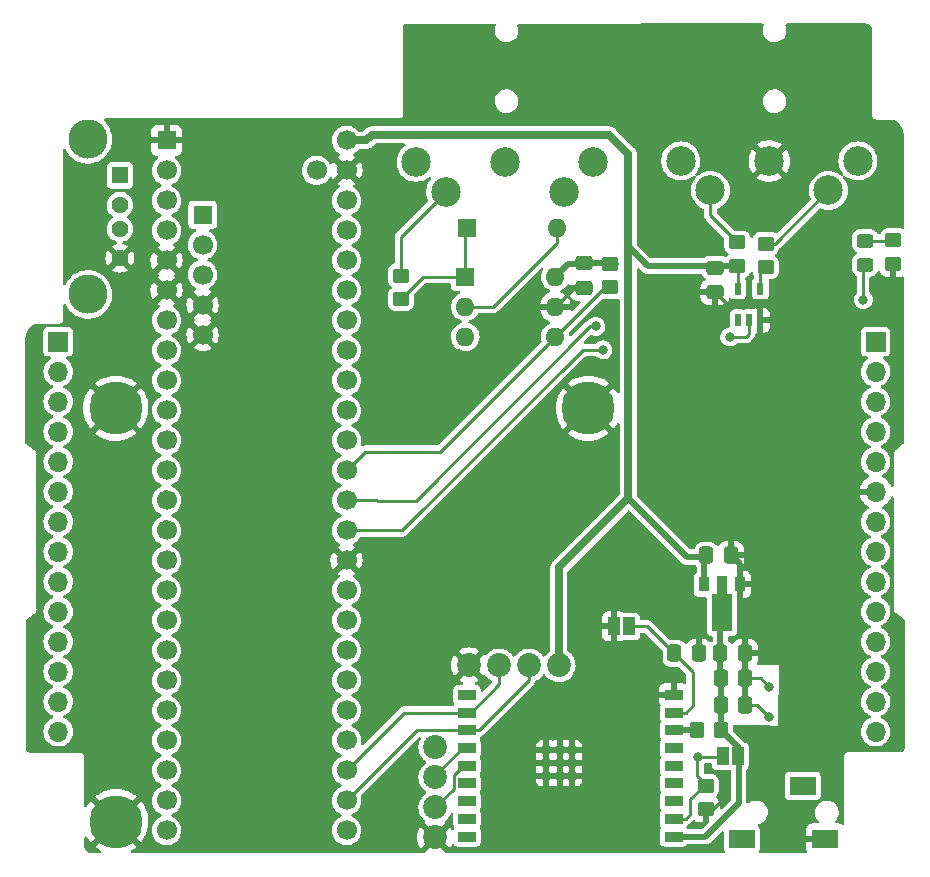
<source format=gbr>
%TF.GenerationSoftware,KiCad,Pcbnew,(6.0.2)*%
%TF.CreationDate,2023-01-30T01:25:14-05:00*%
%TF.ProjectId,bottom,626f7474-6f6d-42e6-9b69-6361645f7063,rev?*%
%TF.SameCoordinates,Original*%
%TF.FileFunction,Copper,L1,Top*%
%TF.FilePolarity,Positive*%
%FSLAX46Y46*%
G04 Gerber Fmt 4.6, Leading zero omitted, Abs format (unit mm)*
G04 Created by KiCad (PCBNEW (6.0.2)) date 2023-01-30 01:25:14*
%MOMM*%
%LPD*%
G01*
G04 APERTURE LIST*
G04 Aperture macros list*
%AMRoundRect*
0 Rectangle with rounded corners*
0 $1 Rounding radius*
0 $2 $3 $4 $5 $6 $7 $8 $9 X,Y pos of 4 corners*
0 Add a 4 corners polygon primitive as box body*
4,1,4,$2,$3,$4,$5,$6,$7,$8,$9,$2,$3,0*
0 Add four circle primitives for the rounded corners*
1,1,$1+$1,$2,$3*
1,1,$1+$1,$4,$5*
1,1,$1+$1,$6,$7*
1,1,$1+$1,$8,$9*
0 Add four rect primitives between the rounded corners*
20,1,$1+$1,$2,$3,$4,$5,0*
20,1,$1+$1,$4,$5,$6,$7,0*
20,1,$1+$1,$6,$7,$8,$9,0*
20,1,$1+$1,$8,$9,$2,$3,0*%
%AMFreePoly0*
4,1,9,3.862500,-0.866500,0.737500,-0.866500,0.737500,-0.450000,-0.737500,-0.450000,-0.737500,0.450000,0.737500,0.450000,0.737500,0.866500,3.862500,0.866500,3.862500,-0.866500,3.862500,-0.866500,$1*%
G04 Aperture macros list end*
%TA.AperFunction,SMDPad,CuDef*%
%ADD10RoundRect,0.250000X-0.450000X0.350000X-0.450000X-0.350000X0.450000X-0.350000X0.450000X0.350000X0*%
%TD*%
%TA.AperFunction,SMDPad,CuDef*%
%ADD11RoundRect,0.250000X-0.350000X-0.450000X0.350000X-0.450000X0.350000X0.450000X-0.350000X0.450000X0*%
%TD*%
%TA.AperFunction,ComponentPad*%
%ADD12C,2.020000*%
%TD*%
%TA.AperFunction,ComponentPad*%
%ADD13C,4.500000*%
%TD*%
%TA.AperFunction,SMDPad,CuDef*%
%ADD14R,0.900000X1.300000*%
%TD*%
%TA.AperFunction,SMDPad,CuDef*%
%ADD15FreePoly0,270.000000*%
%TD*%
%TA.AperFunction,SMDPad,CuDef*%
%ADD16RoundRect,0.250000X-0.450000X0.325000X-0.450000X-0.325000X0.450000X-0.325000X0.450000X0.325000X0*%
%TD*%
%TA.AperFunction,SMDPad,CuDef*%
%ADD17RoundRect,0.250000X-0.337500X-0.475000X0.337500X-0.475000X0.337500X0.475000X-0.337500X0.475000X0*%
%TD*%
%TA.AperFunction,SMDPad,CuDef*%
%ADD18R,0.600000X1.050000*%
%TD*%
%TA.AperFunction,ComponentPad*%
%ADD19R,1.600000X1.600000*%
%TD*%
%TA.AperFunction,ComponentPad*%
%ADD20O,1.600000X1.600000*%
%TD*%
%TA.AperFunction,SMDPad,CuDef*%
%ADD21R,1.500000X0.900000*%
%TD*%
%TA.AperFunction,SMDPad,CuDef*%
%ADD22R,0.700000X0.700000*%
%TD*%
%TA.AperFunction,ComponentPad*%
%ADD23C,2.499360*%
%TD*%
%TA.AperFunction,ComponentPad*%
%ADD24R,1.700000X1.700000*%
%TD*%
%TA.AperFunction,ComponentPad*%
%ADD25O,1.700000X1.700000*%
%TD*%
%TA.AperFunction,SMDPad,CuDef*%
%ADD26RoundRect,0.250000X0.475000X-0.337500X0.475000X0.337500X-0.475000X0.337500X-0.475000X-0.337500X0*%
%TD*%
%TA.AperFunction,SMDPad,CuDef*%
%ADD27RoundRect,0.250000X0.450000X-0.350000X0.450000X0.350000X-0.450000X0.350000X-0.450000X-0.350000X0*%
%TD*%
%TA.AperFunction,SMDPad,CuDef*%
%ADD28R,1.000000X1.500000*%
%TD*%
%TA.AperFunction,ComponentPad*%
%ADD29C,1.700000*%
%TD*%
%TA.AperFunction,ComponentPad*%
%ADD30R,1.428000X1.428000*%
%TD*%
%TA.AperFunction,ComponentPad*%
%ADD31C,1.428000*%
%TD*%
%TA.AperFunction,ComponentPad*%
%ADD32C,3.316000*%
%TD*%
%TA.AperFunction,ComponentPad*%
%ADD33R,2.200000X1.600000*%
%TD*%
%TA.AperFunction,ViaPad*%
%ADD34C,0.800000*%
%TD*%
%TA.AperFunction,Conductor*%
%ADD35C,0.508000*%
%TD*%
%TA.AperFunction,Conductor*%
%ADD36C,0.635000*%
%TD*%
%TA.AperFunction,Conductor*%
%ADD37C,0.250000*%
%TD*%
G04 APERTURE END LIST*
D10*
%TO.P,R3,1*%
%TO.N,Board_0-Net-(J81-Pad2)*%
X175109860Y-83980000D03*
%TO.P,R3,2*%
%TO.N,Board_0-/bottom/MIDI_1_BUF_OUT*%
X175109860Y-85980000D03*
%TD*%
D11*
%TO.P,R14,1*%
%TO.N,Board_0-Net-(R14-Pad1)*%
X169309860Y-125180000D03*
%TO.P,R14,2*%
%TO.N,Board_0-/bottom/3.3V_ESP32*%
X171309860Y-125180000D03*
%TD*%
D12*
%TO.P,J99,1*%
%TO.N,Board_0-/bottom/5V*%
X157589860Y-119680000D03*
%TO.P,J99,2*%
%TO.N,Board_0-/bottom/MIDI_IN_EXT*%
X155049860Y-119680000D03*
%TO.P,J99,3*%
%TO.N,Board_0-/bottom/MIDI_OUT_EXT*%
X152509860Y-119680000D03*
%TO.P,J99,4*%
%TO.N,Board_0-/bottom/GND*%
X149969860Y-119680000D03*
%TD*%
%TO.P,J96,1*%
%TO.N,Board_0-/bottom/GND*%
X147109860Y-134260000D03*
%TO.P,J96,2*%
%TO.N,Board_0-Net-(J96-Pad2)*%
X147109860Y-131720000D03*
%TO.P,J96,3*%
%TO.N,Board_0-Net-(J96-Pad3)*%
X147109860Y-129180000D03*
%TO.P,J96,4*%
%TO.N,Board_0-unconnected-(J96-Pad4)*%
X147109860Y-126640000D03*
%TD*%
D13*
%TO.P,H2,1,1*%
%TO.N,Board_0-/bottom/GND*%
X120078000Y-132920000D03*
%TD*%
D14*
%TO.P,U4,1,GND*%
%TO.N,Board_0-/bottom/GND*%
X172902400Y-112830000D03*
D15*
%TO.P,U4,2,VO*%
%TO.N,Board_0-/bottom/3.3V_ESP32*%
X171402400Y-112917500D03*
D14*
%TO.P,U4,3,VI*%
%TO.N,Board_0-/bottom/5V*%
X169902400Y-112830000D03*
%TD*%
D16*
%TO.P,D2,1,K*%
%TO.N,Board_0-Net-(D2-Pad1)*%
X183509860Y-83730000D03*
%TO.P,D2,2,A*%
%TO.N,Board_0-Net-(D2-Pad2)*%
X183509860Y-85780000D03*
%TD*%
D17*
%TO.P,C8,1*%
%TO.N,Board_0-Net-(C8-Pad1)*%
X167372360Y-118680000D03*
%TO.P,C8,2*%
%TO.N,Board_0-/bottom/GND*%
X169447360Y-118680000D03*
%TD*%
D18*
%TO.P,U2,1,NC*%
%TO.N,Board_0-unconnected-(U2-Pad1)*%
X172752400Y-90480000D03*
%TO.P,U2,2,A*%
%TO.N,Board_0-/bottom/MIDI_1_OUT*%
X173702400Y-90480000D03*
%TO.P,U2,3,GND*%
%TO.N,Board_0-/bottom/GND*%
X174652400Y-90480000D03*
%TO.P,U2,4,Y*%
%TO.N,Board_0-/bottom/MIDI_1_BUF_OUT*%
X174652400Y-87780000D03*
%TO.P,U2,5,VCC*%
%TO.N,Board_0-/bottom/5V*%
X172752400Y-87780000D03*
%TD*%
D17*
%TO.P,C5,1*%
%TO.N,Board_0-/bottom/3.3V_ESP32*%
X171272360Y-118680000D03*
%TO.P,C5,2*%
%TO.N,Board_0-/bottom/GND*%
X173347360Y-118680000D03*
%TD*%
D19*
%TO.P,D1,1,K*%
%TO.N,Board_0-Net-(D1-Pad1)*%
X149842400Y-82680000D03*
D20*
%TO.P,D1,2,A*%
%TO.N,Board_0-Net-(D1-Pad2)*%
X157462400Y-82680000D03*
%TD*%
D13*
%TO.P,H1,1,1*%
%TO.N,Board_0-/bottom/GND*%
X160078000Y-97920000D03*
%TD*%
D21*
%TO.P,U5,1,3V3*%
%TO.N,Board_0-/bottom/3.3V_ESP32*%
X167309860Y-134180000D03*
%TO.P,U5,2,EN/CHIP_PU*%
%TO.N,Board_0-/bottom/ESP32_EN*%
X167309860Y-132680000D03*
%TO.P,U5,3,GPIO4/ADC1_CH4*%
%TO.N,Board_0-unconnected-(U5-Pad3)*%
X167309860Y-131180000D03*
%TO.P,U5,4,GPIO5/ADC2_CH0*%
%TO.N,Board_0-unconnected-(U5-Pad4)*%
X167309860Y-129680000D03*
%TO.P,U5,5,GPIO6*%
%TO.N,Board_0-unconnected-(U5-Pad5)*%
X167309860Y-128180000D03*
%TO.P,U5,6,GPIO7*%
%TO.N,Board_0-unconnected-(U5-Pad6)*%
X167309860Y-126680000D03*
%TO.P,U5,7,GPIO8*%
%TO.N,Board_0-Net-(R14-Pad1)*%
X167309860Y-125180000D03*
%TO.P,U5,8,GPIO9*%
%TO.N,Board_0-Net-(C8-Pad1)*%
X167309860Y-123680000D03*
%TO.P,U5,9,GND*%
%TO.N,Board_0-/bottom/GND*%
X167309860Y-122180000D03*
%TO.P,U5,10,GPIO10*%
%TO.N,Board_0-unconnected-(U5-Pad10)*%
X149809860Y-122180000D03*
%TO.P,U5,11,GPIO20/U0RXD*%
%TO.N,Board_0-/bottom/MIDI_OUT_EXT*%
X149809860Y-123680000D03*
%TO.P,U5,12,GPIO21/U0TXD*%
%TO.N,Board_0-/bottom/MIDI_IN_EXT*%
X149809860Y-125180000D03*
%TO.P,U5,13,GPIO18/USB_D-*%
%TO.N,Board_0-Net-(J96-Pad3)*%
X149809860Y-126680000D03*
%TO.P,U5,14,GPIO19/USB_D+*%
%TO.N,Board_0-Net-(J96-Pad2)*%
X149809860Y-128180000D03*
%TO.P,U5,15,GPIO3/ADC1_CH3*%
%TO.N,Board_0-unconnected-(U5-Pad15)*%
X149809860Y-129680000D03*
%TO.P,U5,16,GPIO2/ADC1_CH2*%
%TO.N,Board_0-unconnected-(U5-Pad16)*%
X149809860Y-131180000D03*
%TO.P,U5,17,GPIO1/ADC1_CH1/XTAL_32K_N*%
%TO.N,Board_0-unconnected-(U5-Pad17)*%
X149809860Y-132680000D03*
%TO.P,U5,18,GPIO0/ADC1_CH0/XTAL_32K_P*%
%TO.N,Board_0-unconnected-(U5-Pad18)*%
X149809860Y-134180000D03*
D22*
%TO.P,U5,19,GND*%
%TO.N,Board_0-/bottom/GND*%
X156499860Y-129080000D03*
X158699860Y-127980000D03*
X158699860Y-129080000D03*
X156499860Y-126880000D03*
X157649860Y-129080000D03*
X157649860Y-126880000D03*
X157649860Y-127980000D03*
X156499860Y-127980000D03*
X158699860Y-126880000D03*
%TD*%
D10*
%TO.P,R8,1*%
%TO.N,Board_0-/bottom/3.3V*%
X161909860Y-85680000D03*
%TO.P,R8,2*%
%TO.N,Board_0-/bottom/MIDI_1_IN*%
X161909860Y-87680000D03*
%TD*%
%TO.P,R7,1*%
%TO.N,Board_0-Net-(J40-Pad4)*%
X144209860Y-86680000D03*
%TO.P,R7,2*%
%TO.N,Board_0-Net-(D1-Pad1)*%
X144209860Y-88680000D03*
%TD*%
D23*
%TO.P,J40,1*%
%TO.N,Board_0-unconnected-(J40-Pad1)*%
X145511780Y-77077200D03*
%TO.P,J40,2*%
%TO.N,Board_0-unconnected-(J40-Pad2)*%
X153009860Y-77079740D03*
%TO.P,J40,3*%
%TO.N,Board_0-unconnected-(J40-Pad3)*%
X160507940Y-77077200D03*
%TO.P,J40,4*%
%TO.N,Board_0-Net-(J40-Pad4)*%
X148013680Y-79579100D03*
%TO.P,J40,5*%
%TO.N,Board_0-Net-(D1-Pad2)*%
X158006040Y-79579100D03*
%TD*%
D24*
%TO.P,J32,1,Pin_1*%
%TO.N,Board_0-/bottom/GPIO_14*%
X115202400Y-92280000D03*
D25*
%TO.P,J32,2,Pin_2*%
%TO.N,Board_0-/bottom/GPIO_15*%
X115202400Y-94820000D03*
%TO.P,J32,3,Pin_3*%
%TO.N,Board_0-/bottom/GPIO_WRITE*%
X115202400Y-97360000D03*
%TO.P,J32,4,Pin_4*%
%TO.N,Board_0-/bottom/GPIO_16*%
X115202400Y-99900000D03*
%TO.P,J32,5,Pin_5*%
%TO.N,Board_0-unconnected-(J32-Pad5)*%
X115202400Y-102440000D03*
%TO.P,J32,6,Pin_6*%
%TO.N,Board_0-/bottom/GPIO_12*%
X115202400Y-104980000D03*
%TO.P,J32,7,Pin_7*%
%TO.N,Board_0-/bottom/GPIO_PLAY*%
X115202400Y-107520000D03*
%TO.P,J32,8,Pin_8*%
%TO.N,Board_0-/bottom/GPIO_7*%
X115202400Y-110060000D03*
%TO.P,J32,9,Pin_9*%
%TO.N,Board_0-/bottom/GPIO_8*%
X115202400Y-112600000D03*
%TO.P,J32,10,Pin_10*%
%TO.N,Board_0-unconnected-(J32-Pad10)*%
X115202400Y-115140000D03*
%TO.P,J32,11,Pin_11*%
%TO.N,Board_0-/bottom/GPIO_FX*%
X115202400Y-117680000D03*
%TO.P,J32,12,Pin_12*%
%TO.N,Board_0-/bottom/GPIO_3*%
X115202400Y-120220000D03*
%TO.P,J32,13,Pin_13*%
%TO.N,Board_0-/bottom/GPIO_4*%
X115202400Y-122760000D03*
%TO.P,J32,14,Pin_14*%
%TO.N,Board_0-/bottom/GPIO_SPECIAL*%
X115202400Y-125300000D03*
%TD*%
D26*
%TO.P,C2,1*%
%TO.N,Board_0-/bottom/GND*%
X159709860Y-87717500D03*
%TO.P,C2,2*%
%TO.N,Board_0-/bottom/3.3V*%
X159709860Y-85642500D03*
%TD*%
D23*
%TO.P,J90,1*%
%TO.N,Board_0-unconnected-(J90-Pad1)*%
X167911780Y-76977200D03*
%TO.P,J90,2*%
%TO.N,Board_0-/bottom/GND*%
X175409860Y-76979740D03*
%TO.P,J90,3*%
%TO.N,Board_0-unconnected-(J90-Pad3)*%
X182907940Y-76977200D03*
%TO.P,J90,4*%
%TO.N,Board_0-Net-(J81-Pad3)*%
X170413680Y-79479100D03*
%TO.P,J90,5*%
%TO.N,Board_0-Net-(J81-Pad2)*%
X180406040Y-79479100D03*
%TD*%
D27*
%TO.P,R12,1*%
%TO.N,Board_0-/bottom/GND*%
X170009860Y-131880000D03*
%TO.P,R12,2*%
%TO.N,Board_0-/bottom/ESP32_EN*%
X170009860Y-129880000D03*
%TD*%
D28*
%TO.P,JP3,1,A*%
%TO.N,Board_0-/bottom/3.3V_ESP32*%
X172752400Y-127380000D03*
%TO.P,JP3,2,B*%
%TO.N,Board_0-/bottom/ESP32_EN*%
X171452400Y-127380000D03*
%TD*%
D10*
%TO.P,R10,1*%
%TO.N,Board_0-Net-(D2-Pad1)*%
X185909860Y-83680000D03*
%TO.P,R10,2*%
%TO.N,Board_0-/bottom/GND*%
X185909860Y-85680000D03*
%TD*%
D17*
%TO.P,C6,1*%
%TO.N,Board_0-/bottom/3.3V_ESP32*%
X171309860Y-123080000D03*
%TO.P,C6,2*%
%TO.N,Board_0-/bottom/GND*%
X173384860Y-123080000D03*
%TD*%
%TO.P,C7,1*%
%TO.N,Board_0-/bottom/3.3V_ESP32*%
X171309860Y-120780000D03*
%TO.P,C7,2*%
%TO.N,Board_0-/bottom/GND*%
X173384860Y-120780000D03*
%TD*%
D19*
%TO.P,U1,1,GND*%
%TO.N,Board_0-/bottom/GND*%
X124369860Y-75240000D03*
D29*
%TO.P,U1,2,0_RX1_CRX2_CS1*%
%TO.N,Board_0-unconnected-(U1-Pad2)*%
X124369860Y-77780000D03*
%TO.P,U1,3,1_TX1_CTX2_MISO1*%
%TO.N,Board_0-unconnected-(U1-Pad3)*%
X124369860Y-80320000D03*
%TO.P,U1,4,2_OUT2*%
%TO.N,Board_0-unconnected-(U1-Pad4)*%
X124369860Y-82860000D03*
%TO.P,U1,5,3_LRCLK2*%
%TO.N,Board_0-/bottom/GND*%
X124369860Y-85400000D03*
%TO.P,U1,6,4_BCLK2*%
X124369860Y-87940000D03*
%TO.P,U1,7,5_IN2*%
%TO.N,Board_0-/bottom/GPIO_14*%
X124369860Y-90480000D03*
%TO.P,U1,8,6_OUT1D*%
%TO.N,Board_0-/bottom/GPIO_15*%
X124369860Y-93020000D03*
%TO.P,U1,9,7_RX2_OUT1A*%
%TO.N,Board_0-unconnected-(U1-Pad9)*%
X124369860Y-95560000D03*
%TO.P,U1,10,8_TX2_IN1*%
%TO.N,Board_0-unconnected-(U1-Pad10)*%
X124369860Y-98100000D03*
%TO.P,U1,11,9_OUT1C*%
%TO.N,Board_0-/bottom/GPIO_WRITE*%
X124369860Y-100640000D03*
%TO.P,U1,12,10_CS_MQSR*%
%TO.N,Board_0-/bottom/GPIO_16*%
X124369860Y-103180000D03*
%TO.P,U1,13,11_MOSI_CTX1*%
%TO.N,Board_0-/bottom/GPIO_12*%
X124369860Y-105720000D03*
%TO.P,U1,14,12_MISO_MQSL*%
%TO.N,Board_0-/bottom/GPIO_PLAY*%
X124369860Y-108260000D03*
%TO.P,U1,15,3V3*%
%TO.N,Board_0-unconnected-(U1-Pad15)*%
X124369860Y-110800000D03*
%TO.P,U1,16,24_A10_TX6_SCL2*%
%TO.N,Board_0-/bottom/GPIO_7*%
X124369860Y-113340000D03*
%TO.P,U1,17,25_A11_RX6_SDA2*%
%TO.N,Board_0-/bottom/GPIO_8*%
X124369860Y-115880000D03*
%TO.P,U1,18,26_A12_MOSI1*%
%TO.N,Board_0-/bottom/GPIO_FX*%
X124369860Y-118420000D03*
%TO.P,U1,19,27_A13_SCK1*%
%TO.N,Board_0-/bottom/GPIO_3*%
X124369860Y-120960000D03*
%TO.P,U1,20,28_RX7*%
%TO.N,Board_0-unconnected-(U1-Pad20)*%
X124369860Y-123500000D03*
%TO.P,U1,21,29_TX7*%
%TO.N,Board_0-unconnected-(U1-Pad21)*%
X124369860Y-126040000D03*
%TO.P,U1,22,30_CRX3*%
%TO.N,Board_0-/bottom/GPIO_4*%
X124369860Y-128580000D03*
%TO.P,U1,23,31_CTX3*%
%TO.N,Board_0-/bottom/GPIO_SPECIAL*%
X124369860Y-131120000D03*
%TO.P,U1,24,32_OUT1B*%
%TO.N,Board_0-unconnected-(U1-Pad24)*%
X124369860Y-133660000D03*
%TO.P,U1,25,33_MCLK2*%
%TO.N,Board_0-unconnected-(U1-Pad25)*%
X139609860Y-133660000D03*
%TO.P,U1,26,34_RX8*%
%TO.N,Board_0-/bottom/MIDI_IN_EXT*%
X139609860Y-131120000D03*
%TO.P,U1,27,35_TX8*%
%TO.N,Board_0-/bottom/MIDI_OUT_EXT*%
X139609860Y-128580000D03*
%TO.P,U1,28,36_CS*%
%TO.N,Board_0-unconnected-(U1-Pad28)*%
X139609860Y-126040000D03*
%TO.P,U1,29,37_CS*%
%TO.N,Board_0-/bottom/ESP32_EN*%
X139609860Y-123500000D03*
%TO.P,U1,30,38_CS1_IN1*%
%TO.N,Board_0-/bottom/SYNC_OUT*%
X139609860Y-120960000D03*
%TO.P,U1,31,39_MISO1_OUT1A*%
%TO.N,Board_0-/bottom/GPIO_SOUND*%
X139609860Y-118420000D03*
%TO.P,U1,32,40_A16*%
%TO.N,Board_0-/bottom/GIPO_PATTERN*%
X139609860Y-115880000D03*
%TO.P,U1,33,41_A17*%
%TO.N,Board_0-/bottom/GPIO_BPM*%
X139609860Y-113340000D03*
%TO.P,U1,34,GND*%
%TO.N,Board_0-/bottom/GND*%
X139609860Y-110800000D03*
%TO.P,U1,35,13_SCK_LED*%
%TO.N,Board_0-Net-(D2-Pad2)*%
X139609860Y-108260000D03*
%TO.P,U1,36,14_A0_TX3_SPDIF_OUT*%
%TO.N,Board_0-/bottom/MIDI_1_OUT*%
X139609860Y-105720000D03*
%TO.P,U1,37,15_A1_RX3_SPDIF_IN*%
%TO.N,Board_0-/bottom/MIDI_1_IN*%
X139609860Y-103180000D03*
%TO.P,U1,38,16_A2_RX4_SCL1*%
%TO.N,Board_0-/bottom/GPIO_1*%
X139609860Y-100640000D03*
%TO.P,U1,39,17_A3_TX4_SDA1*%
%TO.N,Board_0-/bottom/GPIO_2*%
X139609860Y-98100000D03*
%TO.P,U1,40,18_A4_SDA*%
%TO.N,Board_0-/bottom/GPIO_5*%
X139609860Y-95560000D03*
%TO.P,U1,41,19_A5_SCL*%
%TO.N,Board_0-/bottom/GPIO_6*%
X139609860Y-93020000D03*
%TO.P,U1,42,20_A6_TX5_LRCLK1*%
%TO.N,Board_0-/bottom/GPIO_11*%
X139609860Y-90480000D03*
%TO.P,U1,43,21_A7_RX5_BCLK1*%
%TO.N,Board_0-/bottom/GPIO_10*%
X139609860Y-87940000D03*
%TO.P,U1,44,22_A8_CTX1*%
%TO.N,Board_0-/bottom/GPIO_9*%
X139609860Y-85400000D03*
%TO.P,U1,45,23_A9_CRX1_MCLK1*%
%TO.N,Board_0-/bottom/GPIO_13*%
X139609860Y-82860000D03*
%TO.P,U1,46,3V3*%
%TO.N,Board_0-/bottom/3.3V*%
X139609860Y-80320000D03*
%TO.P,U1,47,GND*%
%TO.N,Board_0-/bottom/GND*%
X139609860Y-77780000D03*
%TO.P,U1,48,VIN*%
%TO.N,Board_0-/bottom/5V*%
X139609860Y-75240000D03*
%TO.P,U1,49,VUSB*%
%TO.N,Board_0-unconnected-(U1-Pad49)*%
X137069860Y-77780000D03*
D19*
%TO.P,U1,55,5V*%
%TO.N,Board_0-/bottom/H_USB_5V*%
X127420660Y-81539200D03*
D29*
%TO.P,U1,56,D-*%
%TO.N,Board_0-/bottom/H_USB_D-*%
X127420660Y-84079200D03*
%TO.P,U1,57,D+*%
%TO.N,Board_0-/bottom/H_USB_D+*%
X127420660Y-86619200D03*
%TO.P,U1,58,GND*%
%TO.N,Board_0-/bottom/GND*%
X127420660Y-89159200D03*
%TO.P,U1,59,GND*%
X127420660Y-91699200D03*
%TD*%
D26*
%TO.P,C1,1*%
%TO.N,Board_0-/bottom/GND*%
X170802400Y-88080000D03*
%TO.P,C1,2*%
%TO.N,Board_0-/bottom/5V*%
X170802400Y-86005000D03*
%TD*%
D28*
%TO.P,JP2,1,A*%
%TO.N,Board_0-/bottom/GND*%
X162252400Y-116380000D03*
%TO.P,JP2,2,B*%
%TO.N,Board_0-Net-(C8-Pad1)*%
X163552400Y-116380000D03*
%TD*%
D17*
%TO.P,C4,1*%
%TO.N,Board_0-/bottom/5V*%
X170077400Y-110380000D03*
%TO.P,C4,2*%
%TO.N,Board_0-/bottom/GND*%
X172152400Y-110380000D03*
%TD*%
D24*
%TO.P,J31,1,Pin_1*%
%TO.N,Board_0-/bottom/GPIO_13*%
X184402400Y-92280000D03*
D25*
%TO.P,J31,2,Pin_2*%
%TO.N,Board_0-/bottom/GPIO_9*%
X184402400Y-94820000D03*
%TO.P,J31,3,Pin_3*%
%TO.N,Board_0-/bottom/GPIO_10*%
X184402400Y-97360000D03*
%TO.P,J31,4,Pin_4*%
%TO.N,Board_0-/bottom/GPIO_11*%
X184402400Y-99900000D03*
%TO.P,J31,5,Pin_5*%
%TO.N,Board_0-unconnected-(J31-Pad5)*%
X184402400Y-102440000D03*
%TO.P,J31,6,Pin_6*%
%TO.N,Board_0-/bottom/GND*%
X184402400Y-104980000D03*
%TO.P,J31,7,Pin_7*%
%TO.N,Board_0-/bottom/GPIO_6*%
X184402400Y-107520000D03*
%TO.P,J31,8,Pin_8*%
%TO.N,Board_0-/bottom/GPIO_5*%
X184402400Y-110060000D03*
%TO.P,J31,9,Pin_9*%
%TO.N,Board_0-/bottom/GPIO_2*%
X184402400Y-112600000D03*
%TO.P,J31,10,Pin_10*%
%TO.N,Board_0-unconnected-(J31-Pad10)*%
X184402400Y-115140000D03*
%TO.P,J31,11,Pin_11*%
%TO.N,Board_0-/bottom/GPIO_1*%
X184402400Y-117680000D03*
%TO.P,J31,12,Pin_12*%
%TO.N,Board_0-/bottom/GPIO_BPM*%
X184402400Y-120220000D03*
%TO.P,J31,13,Pin_13*%
%TO.N,Board_0-/bottom/GIPO_PATTERN*%
X184402400Y-122760000D03*
%TO.P,J31,14,Pin_14*%
%TO.N,Board_0-/bottom/GPIO_SOUND*%
X184402400Y-125300000D03*
%TD*%
D10*
%TO.P,R2,1*%
%TO.N,Board_0-Net-(J81-Pad3)*%
X172709860Y-83880000D03*
%TO.P,R2,2*%
%TO.N,Board_0-/bottom/5V*%
X172709860Y-85880000D03*
%TD*%
D19*
%TO.P,U3,1*%
%TO.N,Board_0-Net-(D1-Pad1)*%
X149665880Y-86791200D03*
D20*
%TO.P,U3,2*%
%TO.N,Board_0-Net-(D1-Pad2)*%
X149665880Y-89331200D03*
%TO.P,U3,3,NC*%
%TO.N,Board_0-unconnected-(U3-Pad3)*%
X149665880Y-91871200D03*
%TO.P,U3,4,VO*%
%TO.N,Board_0-/bottom/MIDI_1_IN*%
X157285880Y-91871200D03*
%TO.P,U3,5,GND*%
%TO.N,Board_0-/bottom/GND*%
X157285880Y-89331200D03*
%TO.P,U3,6,VCC*%
%TO.N,Board_0-/bottom/3.3V*%
X157285880Y-86791200D03*
%TD*%
D13*
%TO.P,H3,1,1*%
%TO.N,Board_0-/bottom/GND*%
X120078000Y-97920000D03*
%TD*%
D30*
%TO.P,J70,1,VBUS*%
%TO.N,Board_0-/bottom/H_USB_5V*%
X120419860Y-78210000D03*
D31*
%TO.P,J70,2,D-*%
%TO.N,Board_0-/bottom/H_USB_D-*%
X120419860Y-80710000D03*
%TO.P,J70,3,D+*%
%TO.N,Board_0-/bottom/H_USB_D+*%
X120419860Y-82710000D03*
%TO.P,J70,4,GND*%
%TO.N,Board_0-/bottom/GND*%
X120419860Y-85210000D03*
D32*
%TO.P,J70,SH1*%
%TO.N,N/C*%
X117709860Y-75140000D03*
%TO.P,J70,SH2*%
X117709860Y-88280000D03*
%TD*%
D33*
%TO.P,J0,1*%
%TO.N,Board_0-/bottom/GND*%
X180152400Y-134380000D03*
%TO.P,J0,2*%
%TO.N,Board_0-/bottom/SYNC_OUT*%
X173079400Y-134380000D03*
%TO.P,J0,3*%
%TO.N,Board_0-unconnected-(J0-Pad3)*%
X178247400Y-129880000D03*
%TD*%
D34*
%TO.N,Board_0-/bottom/ESP32_EN*%
X169352400Y-127430000D03*
%TO.N,Board_0-/bottom/GND*%
X164702400Y-127480000D03*
X164702400Y-132480000D03*
X163702400Y-132480000D03*
X164702400Y-133480000D03*
X164702400Y-124480000D03*
X161702400Y-124480000D03*
X171602400Y-130880000D03*
X161702400Y-126480000D03*
X175402400Y-118730000D03*
X162702400Y-124480000D03*
X163702400Y-128480000D03*
X161702400Y-132480000D03*
X160702400Y-126480000D03*
X163702400Y-127480000D03*
X164702400Y-128480000D03*
X160702400Y-133480000D03*
X163702400Y-129480000D03*
X162702400Y-126480000D03*
X164702400Y-129480000D03*
X164702400Y-131480000D03*
X163702400Y-126480000D03*
X161702400Y-128480000D03*
X162702400Y-132480000D03*
X162702400Y-125480000D03*
X162702400Y-127480000D03*
X164702400Y-130480000D03*
X163702400Y-125480000D03*
X160702400Y-128480000D03*
X162702400Y-130480000D03*
X160702400Y-127480000D03*
X161702400Y-130480000D03*
X175352400Y-124030000D03*
X163702400Y-133480000D03*
X161702400Y-133480000D03*
X164702400Y-126480000D03*
X161702400Y-127480000D03*
X162702400Y-128480000D03*
X162702400Y-133480000D03*
X164702400Y-125480000D03*
X175402400Y-121480000D03*
X161702400Y-125480000D03*
X162702400Y-131480000D03*
X161702400Y-131480000D03*
X160702400Y-125480000D03*
X160702400Y-132480000D03*
X161702400Y-129480000D03*
X160702400Y-130480000D03*
X160702400Y-131480000D03*
X160702400Y-129480000D03*
X160702400Y-124480000D03*
X163702400Y-131480000D03*
X163702400Y-130480000D03*
X162702400Y-129480000D03*
X163702400Y-124480000D03*
%TO.N,Board_0-/bottom/MIDI_1_OUT*%
X160709860Y-90980000D03*
X172052400Y-91880000D03*
%TO.N,Board_0-Net-(D2-Pad2)*%
X183359860Y-88730000D03*
X161309860Y-92980000D03*
%TD*%
D35*
%TO.N,Board_0-/bottom/3.3V*%
X157285880Y-86791200D02*
X158397080Y-85680000D01*
X159972360Y-85680000D02*
X160009860Y-85642500D01*
X160009860Y-85642500D02*
X162372360Y-85642500D01*
X162372360Y-85642500D02*
X162409860Y-85680000D01*
X158397080Y-85680000D02*
X159972360Y-85680000D01*
%TO.N,Board_0-/bottom/3.3V_ESP32*%
X171272360Y-115017500D02*
X171309860Y-114980000D01*
X171272360Y-118680000D02*
X171272360Y-120742500D01*
X171309860Y-116488000D02*
X171309860Y-114980000D01*
X171309860Y-125180000D02*
X172802400Y-126672540D01*
X171309860Y-120780000D02*
X171309860Y-125045798D01*
X170002400Y-134180000D02*
X167309860Y-134180000D01*
X171272360Y-118680000D02*
X171272360Y-115017500D01*
X172802400Y-126672540D02*
X172802400Y-131380000D01*
X172802400Y-131380000D02*
X170002400Y-134180000D01*
X167759860Y-134180000D02*
X168367062Y-134180000D01*
X171272360Y-120742500D02*
X171309860Y-120780000D01*
%TO.N,Board_0-/bottom/5V*%
X168459860Y-110530000D02*
X163459860Y-105530000D01*
D36*
X163459860Y-98530000D02*
X163459860Y-99930000D01*
X163459860Y-99930000D02*
X163459860Y-100830000D01*
X163459860Y-88330000D02*
X163459860Y-98530000D01*
X139609860Y-75240000D02*
X141292400Y-75240000D01*
D35*
X169902400Y-110530000D02*
X169902400Y-112830000D01*
X163459860Y-89930000D02*
X163459860Y-88330000D01*
D37*
X172752400Y-85922540D02*
X172709860Y-85880000D01*
D35*
X172709860Y-85880000D02*
X165109860Y-85880000D01*
X169902400Y-110530000D02*
X168459860Y-110530000D01*
X163656130Y-84426270D02*
X163459860Y-84230000D01*
D36*
X157589860Y-111400000D02*
X158609860Y-110380000D01*
X163459860Y-84230000D02*
X163459860Y-84772540D01*
X141292400Y-75240000D02*
X141752400Y-74780000D01*
D35*
X165109860Y-85880000D02*
X163656130Y-84426270D01*
D36*
X158609860Y-110380000D02*
X163459860Y-105530000D01*
D35*
X163459860Y-98530000D02*
X163459860Y-99030000D01*
D36*
X141752400Y-74780000D02*
X161859860Y-74780000D01*
X163459860Y-84772540D02*
X163459860Y-88330000D01*
X163459860Y-76380000D02*
X163459860Y-84772540D01*
X157589860Y-119680000D02*
X157589860Y-111400000D01*
X161859860Y-74780000D02*
X163459860Y-76380000D01*
X163459860Y-100830000D02*
X163459860Y-105530000D01*
D37*
X172752400Y-87780000D02*
X172752400Y-85922540D01*
%TO.N,Board_0-/bottom/ESP32_EN*%
X171402400Y-127430000D02*
X171452400Y-127380000D01*
X168709860Y-131042500D02*
X170009860Y-129742500D01*
X169309860Y-127480000D02*
X169309860Y-129042500D01*
X168309860Y-132680000D02*
X168709860Y-132280000D01*
X169352400Y-127430000D02*
X171402400Y-127430000D01*
X169309860Y-129042500D02*
X170009860Y-129742500D01*
X168709860Y-132280000D02*
X168709860Y-131042500D01*
X167309860Y-132680000D02*
X168309860Y-132680000D01*
D35*
%TO.N,Board_0-/bottom/GND*%
X173384860Y-120780000D02*
X173384860Y-118717500D01*
D37*
X170602400Y-131880000D02*
X171602400Y-130880000D01*
X170009860Y-131880000D02*
X170602400Y-131880000D01*
X174652400Y-89630000D02*
X174652400Y-90480000D01*
D35*
X172152400Y-110380000D02*
X172902400Y-111130000D01*
D37*
X174402400Y-123080000D02*
X175352400Y-124030000D01*
X174102400Y-89080000D02*
X174652400Y-89630000D01*
D35*
X173384860Y-120780000D02*
X173384860Y-123080000D01*
D37*
X158899580Y-87717500D02*
X159709860Y-87717500D01*
D35*
X173384860Y-118717500D02*
X173347360Y-118680000D01*
D37*
X171802400Y-89080000D02*
X174102400Y-89080000D01*
X170802400Y-88080000D02*
X171802400Y-89080000D01*
X174702400Y-120780000D02*
X175402400Y-121480000D01*
X157285880Y-89331200D02*
X158899580Y-87717500D01*
X173384860Y-123080000D02*
X174402400Y-123080000D01*
D35*
X173384860Y-123080000D02*
X173609860Y-123080000D01*
D37*
X175352400Y-118680000D02*
X175402400Y-118730000D01*
X173384860Y-120780000D02*
X174702400Y-120780000D01*
D35*
X172902400Y-111130000D02*
X172902400Y-112830000D01*
%TO.N,Board_0-/bottom/GPIO_12*%
X124255380Y-105105520D02*
X124409860Y-105260000D01*
%TO.N,Board_0-/bottom/GPIO_PLAY*%
X124255380Y-107645520D02*
X124409860Y-107800000D01*
D37*
%TO.N,Board_0-/bottom/MIDI_1_BUF_OUT*%
X174652400Y-87780000D02*
X174652400Y-86437460D01*
X175229860Y-86100000D02*
X175109860Y-85980000D01*
X174652400Y-86437460D02*
X175109860Y-85980000D01*
%TO.N,Board_0-/bottom/MIDI_1_IN*%
X141197520Y-101592340D02*
X147564740Y-101592340D01*
X157285880Y-91871200D02*
X161477080Y-87680000D01*
X161477080Y-87680000D02*
X161909860Y-87680000D01*
X139609860Y-103180000D02*
X141197520Y-101592340D01*
X147564740Y-101592340D02*
X157285880Y-91871200D01*
X161477080Y-87680000D02*
X162009860Y-87680000D01*
%TO.N,Board_0-/bottom/MIDI_1_OUT*%
X160252400Y-90980000D02*
X160709860Y-90980000D01*
X142192400Y-105720000D02*
X142202400Y-105730000D01*
X139609860Y-105720000D02*
X142192400Y-105720000D01*
X142202400Y-105730000D02*
X145502400Y-105730000D01*
X145502400Y-105730000D02*
X160252400Y-90980000D01*
X173702400Y-91630000D02*
X173702400Y-90480000D01*
X173452400Y-91880000D02*
X173702400Y-91630000D01*
X172052400Y-91880000D02*
X173452400Y-91880000D01*
%TO.N,Board_0-/bottom/MIDI_IN_EXT*%
X145549860Y-125180000D02*
X139609860Y-131120000D01*
X155049860Y-120940000D02*
X155049860Y-119680000D01*
X150809860Y-125180000D02*
X155049860Y-120940000D01*
X149809860Y-125180000D02*
X150809860Y-125180000D01*
X149809860Y-125180000D02*
X150389860Y-125180000D01*
X149884858Y-125180000D02*
X145549860Y-125180000D01*
%TO.N,Board_0-/bottom/MIDI_OUT_EXT*%
X139609860Y-128580000D02*
X144309860Y-123880000D01*
X149809860Y-123680000D02*
X150109860Y-123680000D01*
X150109860Y-123680000D02*
X152509860Y-121280000D01*
X152509860Y-121280000D02*
X152509860Y-119680000D01*
X149809860Y-123680000D02*
X144509860Y-123680000D01*
X144509860Y-123680000D02*
X144309860Y-123880000D01*
X149809860Y-123680000D02*
X148652400Y-123680000D01*
%TO.N,Board_0-Net-(C8-Pad1)*%
X165119860Y-116427500D02*
X167372360Y-118680000D01*
X168909860Y-122880000D02*
X168909860Y-123080000D01*
X165072360Y-116380000D02*
X165119860Y-116427500D01*
X168309860Y-123680000D02*
X167309860Y-123680000D01*
X168909860Y-120217500D02*
X168909860Y-122880000D01*
X167372360Y-118680000D02*
X168909860Y-120217500D01*
X168909860Y-121480000D02*
X168909860Y-122880000D01*
X163552400Y-116380000D02*
X165072360Y-116380000D01*
X168909860Y-123080000D02*
X168309860Y-123680000D01*
%TO.N,Board_0-Net-(D1-Pad1)*%
X149665880Y-86791200D02*
X149665880Y-82856520D01*
X149054680Y-86180000D02*
X149665880Y-86791200D01*
X149752400Y-86704680D02*
X149665880Y-86791200D01*
X144209860Y-88680000D02*
X146098660Y-86791200D01*
X149665880Y-82856520D02*
X149842400Y-82680000D01*
X144209860Y-88680000D02*
X144409860Y-88680000D01*
X146098660Y-86791200D02*
X149665880Y-86791200D01*
%TO.N,Board_0-Net-(D1-Pad2)*%
X149665880Y-89331200D02*
X152021200Y-89331200D01*
X157462400Y-82680000D02*
X157462400Y-83890000D01*
X157462400Y-83890000D02*
X152021200Y-89331200D01*
X149665880Y-89912610D02*
X149665880Y-89331200D01*
%TO.N,Board_0-Net-(D2-Pad1)*%
X185859860Y-83730000D02*
X185909860Y-83680000D01*
X183509860Y-83730000D02*
X185859860Y-83730000D01*
%TO.N,Board_0-Net-(D2-Pad2)*%
X139609860Y-108260000D02*
X144154858Y-108260000D01*
X144154858Y-108260000D02*
X144154858Y-108235002D01*
X159612400Y-92980000D02*
X144332400Y-108260000D01*
X183359860Y-88730000D02*
X183359860Y-85930000D01*
X183359860Y-85930000D02*
X183509860Y-85780000D01*
X144154858Y-108260000D02*
X144332400Y-108260000D01*
X161309860Y-92980000D02*
X159612400Y-92980000D01*
%TO.N,Board_0-Net-(J40-Pad4)*%
X144209860Y-83382920D02*
X148013680Y-79579100D01*
X144209860Y-86680000D02*
X144209860Y-83382920D01*
%TO.N,Board_0-Net-(J81-Pad2)*%
X175905140Y-83980000D02*
X180406040Y-79479100D01*
X175109860Y-83980000D02*
X175905140Y-83980000D01*
%TO.N,Board_0-Net-(J81-Pad3)*%
X172709860Y-83880000D02*
X170413680Y-81583820D01*
X170413680Y-81583820D02*
X170413680Y-79479100D01*
%TO.N,Board_0-Net-(J96-Pad2)*%
X149434858Y-128180000D02*
X149809860Y-128180000D01*
X148684859Y-130145001D02*
X148684859Y-128929999D01*
X147109860Y-131720000D02*
X148684859Y-130145001D01*
X148684859Y-128929999D02*
X149434858Y-128180000D01*
%TO.N,Board_0-Net-(J96-Pad3)*%
X147109860Y-129180000D02*
X147109860Y-129004998D01*
X147109860Y-129004998D02*
X149434858Y-126680000D01*
X149434858Y-126680000D02*
X149809860Y-126680000D01*
D35*
%TO.N,Board_0-Net-(R14-Pad1)*%
X169309860Y-125180000D02*
X167309860Y-125180000D01*
%TD*%
%TA.AperFunction,Conductor*%
%TO.N,Board_0-/bottom/GND*%
G36*
X183536484Y-65334760D02*
G01*
X183543144Y-65335060D01*
X183573088Y-65337206D01*
X183579698Y-65337856D01*
X183609495Y-65341584D01*
X183616044Y-65342580D01*
X183618626Y-65343043D01*
X183645577Y-65347875D01*
X183652096Y-65349222D01*
X183666450Y-65352587D01*
X183681293Y-65356066D01*
X183687733Y-65357757D01*
X183716543Y-65366142D01*
X183722887Y-65368172D01*
X183751200Y-65378063D01*
X183757425Y-65380424D01*
X183785172Y-65391797D01*
X183791265Y-65394485D01*
X183818348Y-65407297D01*
X183824257Y-65410285D01*
X183850715Y-65424560D01*
X183856460Y-65427860D01*
X183882076Y-65443485D01*
X183887670Y-65447103D01*
X183912392Y-65464038D01*
X183917792Y-65467951D01*
X183941647Y-65486219D01*
X183946808Y-65490393D01*
X183969637Y-65509874D01*
X183974581Y-65514324D01*
X183987718Y-65526794D01*
X183996336Y-65534975D01*
X184001049Y-65539693D01*
X184021674Y-65561459D01*
X184026123Y-65566410D01*
X184033983Y-65575635D01*
X184045569Y-65589235D01*
X184049758Y-65594424D01*
X184067982Y-65618263D01*
X184071887Y-65623661D01*
X184087126Y-65645945D01*
X184109120Y-65717038D01*
X184110988Y-73037635D01*
X184109437Y-73057375D01*
X184107564Y-73069202D01*
X184107564Y-73069206D01*
X184106013Y-73078999D01*
X184107564Y-73088791D01*
X184111004Y-73110510D01*
X184111007Y-73110536D01*
X184111007Y-73110583D01*
X184111381Y-73112937D01*
X184115897Y-73141405D01*
X184115902Y-73141438D01*
X184123326Y-73188309D01*
X184125834Y-73204147D01*
X184125858Y-73204193D01*
X184125866Y-73204246D01*
X184153539Y-73258522D01*
X184178896Y-73308288D01*
X184183357Y-73317044D01*
X184183396Y-73317083D01*
X184183419Y-73317128D01*
X184225969Y-73359656D01*
X184272953Y-73406640D01*
X184273002Y-73406665D01*
X184273038Y-73406701D01*
X184281813Y-73411170D01*
X184281814Y-73411170D01*
X184286926Y-73413773D01*
X184326845Y-73434100D01*
X184328286Y-73434834D01*
X184328315Y-73434849D01*
X184376929Y-73459620D01*
X184376932Y-73459621D01*
X184385850Y-73464165D01*
X184385902Y-73464173D01*
X184385949Y-73464197D01*
X184395781Y-73465752D01*
X184395782Y-73465752D01*
X184448298Y-73474056D01*
X184448326Y-73474061D01*
X184479383Y-73478979D01*
X184479389Y-73478980D01*
X184479517Y-73479000D01*
X184479559Y-73479000D01*
X184479584Y-73479003D01*
X184499117Y-73482091D01*
X184501281Y-73482433D01*
X184501306Y-73482437D01*
X184511102Y-73483986D01*
X184520891Y-73482433D01*
X184520894Y-73482433D01*
X184532722Y-73480556D01*
X184552465Y-73479000D01*
X184860622Y-73479001D01*
X185971040Y-73479005D01*
X186037289Y-73497827D01*
X186068595Y-73517178D01*
X186074045Y-73520747D01*
X186137325Y-73564583D01*
X186142603Y-73568447D01*
X186203507Y-73615519D01*
X186208600Y-73619672D01*
X186227488Y-73635912D01*
X186266905Y-73669804D01*
X186271774Y-73674216D01*
X186327428Y-73727360D01*
X186332059Y-73732020D01*
X186384795Y-73787916D01*
X186389176Y-73792808D01*
X186438986Y-73851444D01*
X186443088Y-73856536D01*
X186489782Y-73917702D01*
X186493623Y-73923016D01*
X186537081Y-73986559D01*
X186540649Y-73992080D01*
X186580690Y-74057731D01*
X186583963Y-74063426D01*
X186620527Y-74131073D01*
X186623499Y-74136933D01*
X186626575Y-74143410D01*
X186656492Y-74206405D01*
X186659155Y-74212412D01*
X186688487Y-74283524D01*
X186690833Y-74289661D01*
X186716411Y-74362185D01*
X186718431Y-74368427D01*
X186726369Y-74395331D01*
X186740205Y-74442225D01*
X186741899Y-74448573D01*
X186759790Y-74523382D01*
X186761152Y-74529813D01*
X186775131Y-74605532D01*
X186776149Y-74611987D01*
X186778386Y-74629042D01*
X186786147Y-74688226D01*
X186786832Y-74694761D01*
X186792846Y-74771473D01*
X186793188Y-74778034D01*
X186795217Y-74855780D01*
X186795375Y-74861842D01*
X186795418Y-74865051D01*
X186797150Y-80209402D01*
X186797930Y-82614366D01*
X186777950Y-82682493D01*
X186724309Y-82729004D01*
X186654039Y-82739130D01*
X186624556Y-82730798D01*
X186620258Y-82728256D01*
X186612652Y-82726046D01*
X186612649Y-82726045D01*
X186468614Y-82684199D01*
X186468615Y-82684199D01*
X186462429Y-82682402D01*
X186449276Y-82681367D01*
X186428013Y-82679693D01*
X186428000Y-82679692D01*
X186425554Y-82679500D01*
X185394166Y-82679500D01*
X185391720Y-82679692D01*
X185391707Y-82679693D01*
X185370444Y-82681367D01*
X185357291Y-82682402D01*
X185311811Y-82695615D01*
X185207075Y-82726044D01*
X185207074Y-82726045D01*
X185199462Y-82728256D01*
X185192640Y-82732291D01*
X185192639Y-82732291D01*
X185064816Y-82807885D01*
X185057995Y-82811919D01*
X184941779Y-82928135D01*
X184937745Y-82934956D01*
X184880182Y-83032291D01*
X184858116Y-83069602D01*
X184855905Y-83077214D01*
X184855904Y-83077215D01*
X184845318Y-83113653D01*
X184807105Y-83173488D01*
X184742609Y-83203166D01*
X184724321Y-83204500D01*
X184668897Y-83204500D01*
X184600776Y-83184498D01*
X184560443Y-83142639D01*
X184481975Y-83009956D01*
X184477941Y-83003135D01*
X184361725Y-82886919D01*
X184353233Y-82881897D01*
X184227081Y-82807291D01*
X184227080Y-82807291D01*
X184220258Y-82803256D01*
X184212646Y-82801045D01*
X184212645Y-82801044D01*
X184088130Y-82764869D01*
X184062429Y-82757402D01*
X184049276Y-82756367D01*
X184028013Y-82754693D01*
X184028000Y-82754692D01*
X184025554Y-82754500D01*
X182994166Y-82754500D01*
X182991720Y-82754692D01*
X182991707Y-82754693D01*
X182970444Y-82756367D01*
X182957291Y-82757402D01*
X182931590Y-82764869D01*
X182807075Y-82801044D01*
X182807074Y-82801045D01*
X182799462Y-82803256D01*
X182792640Y-82807291D01*
X182792639Y-82807291D01*
X182666487Y-82881897D01*
X182657995Y-82886919D01*
X182541779Y-83003135D01*
X182537745Y-83009956D01*
X182466448Y-83130514D01*
X182458116Y-83144602D01*
X182455905Y-83152214D01*
X182455904Y-83152215D01*
X182438389Y-83212503D01*
X182412262Y-83302431D01*
X182411757Y-83308850D01*
X182409553Y-83336847D01*
X182409552Y-83336860D01*
X182409360Y-83339306D01*
X182409360Y-84120694D01*
X182409552Y-84123140D01*
X182409553Y-84123153D01*
X182410858Y-84139724D01*
X182412262Y-84157569D01*
X182414059Y-84163754D01*
X182451674Y-84293223D01*
X182458116Y-84315398D01*
X182462151Y-84322220D01*
X182462151Y-84322221D01*
X182533165Y-84442299D01*
X182541779Y-84456865D01*
X182657995Y-84573081D01*
X182664816Y-84577115D01*
X182782218Y-84646546D01*
X182830671Y-84698439D01*
X182843376Y-84768290D01*
X182816301Y-84833921D01*
X182782218Y-84863454D01*
X182657995Y-84936919D01*
X182541779Y-85053135D01*
X182537745Y-85059956D01*
X182462847Y-85186603D01*
X182458116Y-85194602D01*
X182455905Y-85202214D01*
X182455904Y-85202215D01*
X182436326Y-85269602D01*
X182412262Y-85352431D01*
X182411448Y-85362779D01*
X182409553Y-85386847D01*
X182409552Y-85386860D01*
X182409360Y-85389306D01*
X182409360Y-86170694D01*
X182409552Y-86173140D01*
X182409553Y-86173153D01*
X182410477Y-86184888D01*
X182412262Y-86207569D01*
X182419897Y-86233850D01*
X182455694Y-86357060D01*
X182458116Y-86365398D01*
X182462151Y-86372220D01*
X182462151Y-86372221D01*
X182536422Y-86497807D01*
X182541779Y-86506865D01*
X182657995Y-86623081D01*
X182762227Y-86684723D01*
X182772499Y-86690798D01*
X182820952Y-86742691D01*
X182834360Y-86799252D01*
X182834360Y-88071173D01*
X182814358Y-88139294D01*
X182796517Y-88161197D01*
X182735592Y-88220859D01*
X182731773Y-88226784D01*
X182731772Y-88226786D01*
X182661055Y-88336518D01*
X182638306Y-88371817D01*
X182635897Y-88378437D01*
X182635895Y-88378440D01*
X182613802Y-88439142D01*
X182576882Y-88540578D01*
X182554374Y-88718753D01*
X182555061Y-88725760D01*
X182555061Y-88725763D01*
X182557682Y-88752493D01*
X182571899Y-88897486D01*
X182574122Y-88904168D01*
X182574122Y-88904169D01*
X182625861Y-89059703D01*
X182628586Y-89067896D01*
X182632233Y-89073918D01*
X182715253Y-89211000D01*
X182721619Y-89221512D01*
X182726508Y-89226575D01*
X182726509Y-89226576D01*
X182775472Y-89277278D01*
X182846374Y-89350699D01*
X182996649Y-89449036D01*
X183164976Y-89511636D01*
X183171957Y-89512567D01*
X183171959Y-89512568D01*
X183336009Y-89534457D01*
X183336013Y-89534457D01*
X183342990Y-89535388D01*
X183350002Y-89534750D01*
X183350006Y-89534750D01*
X183514820Y-89519751D01*
X183514821Y-89519751D01*
X183521841Y-89519112D01*
X183692642Y-89463615D01*
X183704541Y-89456522D01*
X183840852Y-89375265D01*
X183840854Y-89375264D01*
X183846904Y-89371657D01*
X183976959Y-89247807D01*
X183993832Y-89222412D01*
X184043732Y-89147306D01*
X184076343Y-89098222D01*
X184094710Y-89049870D01*
X184137617Y-88936919D01*
X184137618Y-88936914D01*
X184140117Y-88930336D01*
X184146146Y-88887439D01*
X184164560Y-88756416D01*
X184164560Y-88756411D01*
X184165111Y-88752493D01*
X184165349Y-88735429D01*
X184165370Y-88733963D01*
X184165370Y-88733958D01*
X184165425Y-88730000D01*
X184145406Y-88551528D01*
X184142556Y-88543342D01*
X184106269Y-88439142D01*
X184086345Y-88381927D01*
X184081929Y-88374859D01*
X183994909Y-88235599D01*
X183991176Y-88229625D01*
X183984432Y-88222834D01*
X183921954Y-88159918D01*
X183888147Y-88097487D01*
X183885360Y-88071134D01*
X183885360Y-86881500D01*
X183905362Y-86813379D01*
X183959018Y-86766886D01*
X184011360Y-86755500D01*
X184025554Y-86755500D01*
X184028000Y-86755308D01*
X184028013Y-86755307D01*
X184049276Y-86753633D01*
X184062429Y-86752598D01*
X184133792Y-86731865D01*
X184212645Y-86708956D01*
X184212646Y-86708955D01*
X184220258Y-86706744D01*
X184237883Y-86696321D01*
X184354904Y-86627115D01*
X184361725Y-86623081D01*
X184477941Y-86506865D01*
X184483645Y-86497221D01*
X184560355Y-86367510D01*
X184612248Y-86319057D01*
X184682099Y-86306352D01*
X184747730Y-86333427D01*
X184775953Y-86365346D01*
X184857923Y-86497807D01*
X184866959Y-86509208D01*
X184981689Y-86623739D01*
X184993100Y-86632751D01*
X185131103Y-86717816D01*
X185144284Y-86723963D01*
X185298570Y-86775138D01*
X185311946Y-86778005D01*
X185406298Y-86787672D01*
X185412714Y-86788000D01*
X185637745Y-86788000D01*
X185652984Y-86783525D01*
X185654189Y-86782135D01*
X185655860Y-86774452D01*
X185655860Y-85552000D01*
X185675862Y-85483879D01*
X185729518Y-85437386D01*
X185781860Y-85426000D01*
X186037860Y-85426000D01*
X186105981Y-85446002D01*
X186152474Y-85499658D01*
X186163860Y-85552000D01*
X186163860Y-86769884D01*
X186168335Y-86785123D01*
X186169725Y-86786328D01*
X186177408Y-86787999D01*
X186406955Y-86787999D01*
X186413474Y-86787662D01*
X186509066Y-86777743D01*
X186522460Y-86774851D01*
X186633429Y-86737829D01*
X186704378Y-86735245D01*
X186765462Y-86771428D01*
X186797287Y-86834893D01*
X186799305Y-86857312D01*
X186800989Y-92048743D01*
X186800986Y-92048824D01*
X186800964Y-92048961D01*
X186800964Y-92049370D01*
X186800976Y-92059804D01*
X186800999Y-92080336D01*
X186801009Y-92111610D01*
X186801031Y-92111746D01*
X186801034Y-92111822D01*
X186802089Y-93064158D01*
X186810673Y-100814979D01*
X186810719Y-100856938D01*
X186790792Y-100925081D01*
X186763330Y-100955547D01*
X186227997Y-101382901D01*
X186113207Y-101474537D01*
X186091798Y-101488334D01*
X186091791Y-101488337D01*
X186091786Y-101488340D01*
X186082955Y-101492840D01*
X186058956Y-101516839D01*
X186054298Y-101521004D01*
X186054331Y-101521039D01*
X186050710Y-101524428D01*
X186046844Y-101527514D01*
X186043506Y-101531170D01*
X186033663Y-101541949D01*
X186029713Y-101546082D01*
X185993359Y-101582436D01*
X185989149Y-101590698D01*
X185982897Y-101597545D01*
X185961661Y-101644360D01*
X185959182Y-101649510D01*
X185940336Y-101686498D01*
X185940335Y-101686501D01*
X185935835Y-101695333D01*
X185934384Y-101704492D01*
X185930554Y-101712936D01*
X185925099Y-101761575D01*
X185924822Y-101764041D01*
X185924061Y-101769673D01*
X185921000Y-101789000D01*
X185921000Y-101793957D01*
X185920612Y-101798886D01*
X185920563Y-101798882D01*
X185920215Y-101805117D01*
X185916431Y-101838854D01*
X185918428Y-101848582D01*
X185921000Y-101873909D01*
X185921000Y-104460941D01*
X185900998Y-104529062D01*
X185847342Y-104575555D01*
X185777068Y-104585659D01*
X185712488Y-104556165D01*
X185679450Y-104511183D01*
X185605372Y-104340814D01*
X185600505Y-104331739D01*
X185484826Y-104152926D01*
X185478536Y-104144757D01*
X185335206Y-103987240D01*
X185327673Y-103980215D01*
X185160539Y-103848222D01*
X185151952Y-103842517D01*
X185003352Y-103760485D01*
X184953382Y-103710053D01*
X184938610Y-103640610D01*
X184963726Y-103574205D01*
X185010996Y-103535982D01*
X185025052Y-103529428D01*
X185025057Y-103529425D01*
X185030039Y-103527102D01*
X185034548Y-103523945D01*
X185204766Y-103404757D01*
X185204769Y-103404755D01*
X185209277Y-103401598D01*
X185363998Y-103246877D01*
X185489502Y-103067638D01*
X185536197Y-102967502D01*
X185579652Y-102874312D01*
X185579653Y-102874310D01*
X185581975Y-102869330D01*
X185638607Y-102657977D01*
X185657677Y-102440000D01*
X185638607Y-102222023D01*
X185587228Y-102030274D01*
X185583398Y-102015980D01*
X185583397Y-102015978D01*
X185581975Y-102010670D01*
X185549581Y-101941201D01*
X185491825Y-101817343D01*
X185491823Y-101817340D01*
X185489502Y-101812362D01*
X185363998Y-101633123D01*
X185209277Y-101478402D01*
X185204769Y-101475245D01*
X185204766Y-101475243D01*
X185034548Y-101356055D01*
X185034545Y-101356053D01*
X185030039Y-101352898D01*
X185025057Y-101350575D01*
X185025052Y-101350572D01*
X184882705Y-101284195D01*
X184829420Y-101237278D01*
X184809959Y-101169000D01*
X184830501Y-101101040D01*
X184882705Y-101055805D01*
X185025052Y-100989428D01*
X185025057Y-100989425D01*
X185030039Y-100987102D01*
X185072828Y-100957141D01*
X185204766Y-100864757D01*
X185204769Y-100864755D01*
X185209277Y-100861598D01*
X185363998Y-100706877D01*
X185489502Y-100527638D01*
X185508265Y-100487402D01*
X185579652Y-100334312D01*
X185579653Y-100334310D01*
X185581975Y-100329330D01*
X185638607Y-100117977D01*
X185657677Y-99900000D01*
X185638607Y-99682023D01*
X185581975Y-99470670D01*
X185502067Y-99299307D01*
X185491825Y-99277343D01*
X185491823Y-99277340D01*
X185489502Y-99272362D01*
X185363998Y-99093123D01*
X185209277Y-98938402D01*
X185204769Y-98935245D01*
X185204766Y-98935243D01*
X185034548Y-98816055D01*
X185034545Y-98816053D01*
X185030039Y-98812898D01*
X185025057Y-98810575D01*
X185025052Y-98810572D01*
X184882705Y-98744195D01*
X184829420Y-98697278D01*
X184809959Y-98629000D01*
X184830501Y-98561040D01*
X184882705Y-98515805D01*
X185025052Y-98449428D01*
X185025057Y-98449425D01*
X185030039Y-98447102D01*
X185034548Y-98443945D01*
X185204766Y-98324757D01*
X185204769Y-98324755D01*
X185209277Y-98321598D01*
X185363998Y-98166877D01*
X185489502Y-97987638D01*
X185520515Y-97921132D01*
X185579652Y-97794312D01*
X185579653Y-97794310D01*
X185581975Y-97789330D01*
X185638607Y-97577977D01*
X185657677Y-97360000D01*
X185638607Y-97142023D01*
X185581975Y-96930670D01*
X185577198Y-96920425D01*
X185491825Y-96737343D01*
X185491823Y-96737340D01*
X185489502Y-96732362D01*
X185363998Y-96553123D01*
X185209277Y-96398402D01*
X185204769Y-96395245D01*
X185204766Y-96395243D01*
X185034548Y-96276055D01*
X185034545Y-96276053D01*
X185030039Y-96272898D01*
X185025057Y-96270575D01*
X185025052Y-96270572D01*
X184882705Y-96204195D01*
X184829420Y-96157278D01*
X184809959Y-96089000D01*
X184830501Y-96021040D01*
X184882705Y-95975805D01*
X185025052Y-95909428D01*
X185025057Y-95909425D01*
X185030039Y-95907102D01*
X185186177Y-95797773D01*
X185204766Y-95784757D01*
X185204769Y-95784755D01*
X185209277Y-95781598D01*
X185363998Y-95626877D01*
X185489502Y-95447638D01*
X185536197Y-95347502D01*
X185579652Y-95254312D01*
X185579653Y-95254310D01*
X185581975Y-95249330D01*
X185638607Y-95037977D01*
X185657677Y-94820000D01*
X185638607Y-94602023D01*
X185581975Y-94390670D01*
X185502875Y-94221040D01*
X185491825Y-94197343D01*
X185491823Y-94197340D01*
X185489502Y-94192362D01*
X185363998Y-94013123D01*
X185209277Y-93858402D01*
X185204769Y-93855245D01*
X185204766Y-93855243D01*
X185071081Y-93761636D01*
X185068333Y-93759712D01*
X185024005Y-93704255D01*
X185016696Y-93633636D01*
X185048727Y-93570275D01*
X185109928Y-93534290D01*
X185140603Y-93530499D01*
X185283918Y-93530499D01*
X185288812Y-93529724D01*
X185367906Y-93517198D01*
X185367908Y-93517197D01*
X185377704Y-93515646D01*
X185391967Y-93508379D01*
X185424237Y-93491936D01*
X185490742Y-93458050D01*
X185580450Y-93368342D01*
X185638046Y-93255304D01*
X185640791Y-93237977D01*
X185648877Y-93186919D01*
X185652900Y-93161519D01*
X185652899Y-91398482D01*
X185648909Y-91373285D01*
X185639598Y-91314494D01*
X185639597Y-91314492D01*
X185638046Y-91304696D01*
X185580450Y-91191658D01*
X185490742Y-91101950D01*
X185377704Y-91044354D01*
X185367915Y-91042804D01*
X185367913Y-91042803D01*
X185328235Y-91036519D01*
X185283919Y-91029500D01*
X184402578Y-91029500D01*
X183520882Y-91029501D01*
X183515989Y-91030276D01*
X183515988Y-91030276D01*
X183436894Y-91042802D01*
X183436892Y-91042803D01*
X183427096Y-91044354D01*
X183314058Y-91101950D01*
X183224350Y-91191658D01*
X183166754Y-91304696D01*
X183151900Y-91398481D01*
X183151901Y-93161518D01*
X183166754Y-93255304D01*
X183224350Y-93368342D01*
X183314058Y-93458050D01*
X183427096Y-93515646D01*
X183436885Y-93517196D01*
X183436887Y-93517197D01*
X183464249Y-93521530D01*
X183520881Y-93530500D01*
X183664196Y-93530500D01*
X183732317Y-93550502D01*
X183778810Y-93604158D01*
X183788914Y-93674432D01*
X183759420Y-93739012D01*
X183736467Y-93759712D01*
X183595523Y-93858402D01*
X183440802Y-94013123D01*
X183315298Y-94192362D01*
X183312977Y-94197340D01*
X183312975Y-94197343D01*
X183301925Y-94221040D01*
X183222825Y-94390670D01*
X183166193Y-94602023D01*
X183147123Y-94820000D01*
X183166193Y-95037977D01*
X183222825Y-95249330D01*
X183225147Y-95254310D01*
X183225148Y-95254312D01*
X183268604Y-95347502D01*
X183315298Y-95447638D01*
X183440802Y-95626877D01*
X183595523Y-95781598D01*
X183600031Y-95784755D01*
X183600034Y-95784757D01*
X183618623Y-95797773D01*
X183774761Y-95907102D01*
X183779743Y-95909425D01*
X183779748Y-95909428D01*
X183922095Y-95975805D01*
X183975380Y-96022722D01*
X183994841Y-96091000D01*
X183974299Y-96158960D01*
X183922095Y-96204195D01*
X183779743Y-96270575D01*
X183779740Y-96270577D01*
X183774762Y-96272898D01*
X183595523Y-96398402D01*
X183440802Y-96553123D01*
X183315298Y-96732362D01*
X183312977Y-96737340D01*
X183312975Y-96737343D01*
X183227602Y-96920425D01*
X183222825Y-96930670D01*
X183166193Y-97142023D01*
X183147123Y-97360000D01*
X183166193Y-97577977D01*
X183222825Y-97789330D01*
X183225147Y-97794310D01*
X183225148Y-97794312D01*
X183284286Y-97921132D01*
X183315298Y-97987638D01*
X183440802Y-98166877D01*
X183595523Y-98321598D01*
X183600031Y-98324755D01*
X183600034Y-98324757D01*
X183770252Y-98443945D01*
X183774761Y-98447102D01*
X183779743Y-98449425D01*
X183779748Y-98449428D01*
X183922095Y-98515805D01*
X183975380Y-98562722D01*
X183994841Y-98631000D01*
X183974299Y-98698960D01*
X183922095Y-98744195D01*
X183779743Y-98810575D01*
X183779740Y-98810577D01*
X183774762Y-98812898D01*
X183595523Y-98938402D01*
X183440802Y-99093123D01*
X183315298Y-99272362D01*
X183312977Y-99277340D01*
X183312975Y-99277343D01*
X183302733Y-99299307D01*
X183222825Y-99470670D01*
X183166193Y-99682023D01*
X183147123Y-99900000D01*
X183166193Y-100117977D01*
X183222825Y-100329330D01*
X183225147Y-100334310D01*
X183225148Y-100334312D01*
X183296536Y-100487402D01*
X183315298Y-100527638D01*
X183440802Y-100706877D01*
X183595523Y-100861598D01*
X183600031Y-100864755D01*
X183600034Y-100864757D01*
X183731972Y-100957141D01*
X183774761Y-100987102D01*
X183779743Y-100989425D01*
X183779748Y-100989428D01*
X183922095Y-101055805D01*
X183975380Y-101102722D01*
X183994841Y-101171000D01*
X183974299Y-101238960D01*
X183922095Y-101284195D01*
X183779743Y-101350575D01*
X183779740Y-101350577D01*
X183774762Y-101352898D01*
X183595523Y-101478402D01*
X183440802Y-101633123D01*
X183315298Y-101812362D01*
X183312977Y-101817340D01*
X183312975Y-101817343D01*
X183255219Y-101941201D01*
X183222825Y-102010670D01*
X183221403Y-102015978D01*
X183221402Y-102015980D01*
X183217572Y-102030274D01*
X183166193Y-102222023D01*
X183147123Y-102440000D01*
X183166193Y-102657977D01*
X183222825Y-102869330D01*
X183225147Y-102874310D01*
X183225148Y-102874312D01*
X183268604Y-102967502D01*
X183315298Y-103067638D01*
X183440802Y-103246877D01*
X183595523Y-103401598D01*
X183600031Y-103404755D01*
X183600034Y-103404757D01*
X183770252Y-103523945D01*
X183774761Y-103527102D01*
X183779743Y-103529425D01*
X183779748Y-103529428D01*
X183795063Y-103536569D01*
X183848348Y-103583486D01*
X183867809Y-103651764D01*
X183847267Y-103719724D01*
X183799993Y-103762527D01*
X183680863Y-103824542D01*
X183672138Y-103830036D01*
X183501833Y-103957905D01*
X183494126Y-103964748D01*
X183346990Y-104118717D01*
X183340504Y-104126727D01*
X183220498Y-104302649D01*
X183215400Y-104311623D01*
X183125738Y-104504783D01*
X183122175Y-104514470D01*
X183066789Y-104714183D01*
X183068312Y-104722607D01*
X183080692Y-104726000D01*
X184530400Y-104726000D01*
X184598521Y-104746002D01*
X184645014Y-104799658D01*
X184656400Y-104852000D01*
X184656400Y-105108000D01*
X184636398Y-105176121D01*
X184582742Y-105222614D01*
X184530400Y-105234000D01*
X183085625Y-105234000D01*
X183072094Y-105237973D01*
X183070657Y-105247966D01*
X183100965Y-105382446D01*
X183104045Y-105392275D01*
X183184170Y-105589603D01*
X183188813Y-105598794D01*
X183300094Y-105780388D01*
X183306177Y-105788699D01*
X183445613Y-105949667D01*
X183452980Y-105956883D01*
X183616834Y-106092916D01*
X183625276Y-106098828D01*
X183801933Y-106202058D01*
X183850656Y-106253697D01*
X183863727Y-106323480D01*
X183836995Y-106389252D01*
X183791611Y-106425041D01*
X183774762Y-106432898D01*
X183595523Y-106558402D01*
X183440802Y-106713123D01*
X183315298Y-106892362D01*
X183312977Y-106897340D01*
X183312975Y-106897343D01*
X183238189Y-107057721D01*
X183222825Y-107090670D01*
X183221403Y-107095978D01*
X183221402Y-107095980D01*
X183219201Y-107104195D01*
X183166193Y-107302023D01*
X183147123Y-107520000D01*
X183166193Y-107737977D01*
X183222825Y-107949330D01*
X183225147Y-107954310D01*
X183225148Y-107954312D01*
X183268604Y-108047502D01*
X183315298Y-108147638D01*
X183440802Y-108326877D01*
X183595523Y-108481598D01*
X183600031Y-108484755D01*
X183600034Y-108484757D01*
X183770252Y-108603945D01*
X183774761Y-108607102D01*
X183779743Y-108609425D01*
X183779748Y-108609428D01*
X183922095Y-108675805D01*
X183975380Y-108722722D01*
X183994841Y-108791000D01*
X183974299Y-108858960D01*
X183922095Y-108904195D01*
X183779743Y-108970575D01*
X183779740Y-108970577D01*
X183774762Y-108972898D01*
X183595523Y-109098402D01*
X183440802Y-109253123D01*
X183315298Y-109432362D01*
X183312977Y-109437340D01*
X183312975Y-109437343D01*
X183242622Y-109588216D01*
X183222825Y-109630670D01*
X183221403Y-109635978D01*
X183221402Y-109635980D01*
X183219092Y-109644602D01*
X183166193Y-109842023D01*
X183147123Y-110060000D01*
X183166193Y-110277977D01*
X183222825Y-110489330D01*
X183225147Y-110494310D01*
X183225148Y-110494312D01*
X183268604Y-110587502D01*
X183315298Y-110687638D01*
X183440802Y-110866877D01*
X183595523Y-111021598D01*
X183600031Y-111024755D01*
X183600034Y-111024757D01*
X183708893Y-111100981D01*
X183774761Y-111147102D01*
X183779743Y-111149425D01*
X183779748Y-111149428D01*
X183922095Y-111215805D01*
X183975380Y-111262722D01*
X183994841Y-111331000D01*
X183974299Y-111398960D01*
X183922095Y-111444195D01*
X183779743Y-111510575D01*
X183779740Y-111510577D01*
X183774762Y-111512898D01*
X183595523Y-111638402D01*
X183440802Y-111793123D01*
X183315298Y-111972362D01*
X183312977Y-111977340D01*
X183312975Y-111977343D01*
X183239304Y-112135331D01*
X183222825Y-112170670D01*
X183166193Y-112382023D01*
X183147123Y-112600000D01*
X183166193Y-112817977D01*
X183222825Y-113029330D01*
X183225147Y-113034310D01*
X183225148Y-113034312D01*
X183268604Y-113127502D01*
X183315298Y-113227638D01*
X183440802Y-113406877D01*
X183595523Y-113561598D01*
X183600031Y-113564755D01*
X183600034Y-113564757D01*
X183735988Y-113659953D01*
X183774761Y-113687102D01*
X183779743Y-113689425D01*
X183779748Y-113689428D01*
X183922095Y-113755805D01*
X183975380Y-113802722D01*
X183994841Y-113871000D01*
X183974299Y-113938960D01*
X183922095Y-113984195D01*
X183779743Y-114050575D01*
X183779740Y-114050577D01*
X183774762Y-114052898D01*
X183595523Y-114178402D01*
X183440802Y-114333123D01*
X183315298Y-114512362D01*
X183312977Y-114517340D01*
X183312975Y-114517343D01*
X183301925Y-114541040D01*
X183222825Y-114710670D01*
X183166193Y-114922023D01*
X183147123Y-115140000D01*
X183166193Y-115357977D01*
X183175218Y-115391658D01*
X183211657Y-115527649D01*
X183222825Y-115569330D01*
X183225147Y-115574310D01*
X183225148Y-115574312D01*
X183297048Y-115728500D01*
X183315298Y-115767638D01*
X183440802Y-115946877D01*
X183595523Y-116101598D01*
X183600031Y-116104755D01*
X183600034Y-116104757D01*
X183770252Y-116223945D01*
X183774761Y-116227102D01*
X183779743Y-116229425D01*
X183779748Y-116229428D01*
X183922095Y-116295805D01*
X183975380Y-116342722D01*
X183994841Y-116411000D01*
X183974299Y-116478960D01*
X183922095Y-116524195D01*
X183779743Y-116590575D01*
X183779740Y-116590577D01*
X183774762Y-116592898D01*
X183595523Y-116718402D01*
X183440802Y-116873123D01*
X183315298Y-117052362D01*
X183312977Y-117057340D01*
X183312975Y-117057343D01*
X183225230Y-117245513D01*
X183222825Y-117250670D01*
X183221403Y-117255978D01*
X183221402Y-117255980D01*
X183219201Y-117264195D01*
X183166193Y-117462023D01*
X183147123Y-117680000D01*
X183166193Y-117897977D01*
X183222825Y-118109330D01*
X183225147Y-118114310D01*
X183225148Y-118114312D01*
X183298189Y-118270947D01*
X183315298Y-118307638D01*
X183440802Y-118486877D01*
X183595523Y-118641598D01*
X183600031Y-118644755D01*
X183600034Y-118644757D01*
X183600224Y-118644890D01*
X183774761Y-118767102D01*
X183779743Y-118769425D01*
X183779748Y-118769428D01*
X183922095Y-118835805D01*
X183975380Y-118882722D01*
X183994841Y-118951000D01*
X183974299Y-119018960D01*
X183922095Y-119064195D01*
X183779743Y-119130575D01*
X183779740Y-119130577D01*
X183774762Y-119132898D01*
X183595523Y-119258402D01*
X183440802Y-119413123D01*
X183315298Y-119592362D01*
X183312977Y-119597340D01*
X183312975Y-119597343D01*
X183237612Y-119758960D01*
X183222825Y-119790670D01*
X183221403Y-119795978D01*
X183221402Y-119795980D01*
X183219201Y-119804195D01*
X183166193Y-120002023D01*
X183147123Y-120220000D01*
X183166193Y-120437977D01*
X183222825Y-120649330D01*
X183225147Y-120654310D01*
X183225148Y-120654312D01*
X183268604Y-120747502D01*
X183315298Y-120847638D01*
X183440802Y-121026877D01*
X183595523Y-121181598D01*
X183600031Y-121184755D01*
X183600034Y-121184757D01*
X183766475Y-121301300D01*
X183774761Y-121307102D01*
X183779743Y-121309425D01*
X183779748Y-121309428D01*
X183922095Y-121375805D01*
X183975380Y-121422722D01*
X183994841Y-121491000D01*
X183974299Y-121558960D01*
X183922095Y-121604195D01*
X183779743Y-121670575D01*
X183779740Y-121670577D01*
X183774762Y-121672898D01*
X183595523Y-121798402D01*
X183440802Y-121953123D01*
X183315298Y-122132362D01*
X183312977Y-122137340D01*
X183312975Y-122137343D01*
X183272790Y-122223520D01*
X183222825Y-122330670D01*
X183166193Y-122542023D01*
X183147123Y-122760000D01*
X183166193Y-122977977D01*
X183199235Y-123101291D01*
X183221083Y-123182827D01*
X183222825Y-123189330D01*
X183225147Y-123194310D01*
X183225148Y-123194312D01*
X183308591Y-123373254D01*
X183315298Y-123387638D01*
X183440802Y-123566877D01*
X183595523Y-123721598D01*
X183600031Y-123724755D01*
X183600034Y-123724757D01*
X183729483Y-123815398D01*
X183774761Y-123847102D01*
X183779743Y-123849425D01*
X183779748Y-123849428D01*
X183922095Y-123915805D01*
X183975380Y-123962722D01*
X183994841Y-124031000D01*
X183974299Y-124098960D01*
X183922095Y-124144195D01*
X183779743Y-124210575D01*
X183779740Y-124210577D01*
X183774762Y-124212898D01*
X183595523Y-124338402D01*
X183440802Y-124493123D01*
X183315298Y-124672362D01*
X183312977Y-124677340D01*
X183312975Y-124677343D01*
X183227602Y-124860425D01*
X183222825Y-124870670D01*
X183166193Y-125082023D01*
X183147123Y-125300000D01*
X183166193Y-125517977D01*
X183194872Y-125625008D01*
X183215515Y-125702047D01*
X183222825Y-125729330D01*
X183225147Y-125734310D01*
X183225148Y-125734312D01*
X183297933Y-125890398D01*
X183315298Y-125927638D01*
X183440802Y-126106877D01*
X183595523Y-126261598D01*
X183600031Y-126264755D01*
X183600034Y-126264757D01*
X183770252Y-126383945D01*
X183774761Y-126387102D01*
X183779743Y-126389425D01*
X183779748Y-126389428D01*
X183961783Y-126474312D01*
X183973070Y-126479575D01*
X183978378Y-126480997D01*
X183978380Y-126480998D01*
X184033839Y-126495858D01*
X184184423Y-126536207D01*
X184402400Y-126555277D01*
X184620377Y-126536207D01*
X184770961Y-126495858D01*
X184826420Y-126480998D01*
X184826422Y-126480997D01*
X184831730Y-126479575D01*
X184843017Y-126474312D01*
X185025052Y-126389428D01*
X185025057Y-126389425D01*
X185030039Y-126387102D01*
X185034548Y-126383945D01*
X185204766Y-126264757D01*
X185204769Y-126264755D01*
X185209277Y-126261598D01*
X185363998Y-126106877D01*
X185489502Y-125927638D01*
X185506868Y-125890398D01*
X185579652Y-125734312D01*
X185579653Y-125734310D01*
X185581975Y-125729330D01*
X185589286Y-125702047D01*
X185609928Y-125625008D01*
X185638607Y-125517977D01*
X185657677Y-125300000D01*
X185638607Y-125082023D01*
X185581975Y-124870670D01*
X185577198Y-124860425D01*
X185491825Y-124677343D01*
X185491823Y-124677340D01*
X185489502Y-124672362D01*
X185363998Y-124493123D01*
X185209277Y-124338402D01*
X185204769Y-124335245D01*
X185204766Y-124335243D01*
X185034548Y-124216055D01*
X185034545Y-124216053D01*
X185030039Y-124212898D01*
X185025057Y-124210575D01*
X185025052Y-124210572D01*
X184882705Y-124144195D01*
X184829420Y-124097278D01*
X184809959Y-124029000D01*
X184830501Y-123961040D01*
X184882705Y-123915805D01*
X185025052Y-123849428D01*
X185025057Y-123849425D01*
X185030039Y-123847102D01*
X185075317Y-123815398D01*
X185204766Y-123724757D01*
X185204769Y-123724755D01*
X185209277Y-123721598D01*
X185363998Y-123566877D01*
X185489502Y-123387638D01*
X185496210Y-123373254D01*
X185579652Y-123194312D01*
X185579653Y-123194310D01*
X185581975Y-123189330D01*
X185583718Y-123182827D01*
X185605565Y-123101291D01*
X185638607Y-122977977D01*
X185657677Y-122760000D01*
X185638607Y-122542023D01*
X185581975Y-122330670D01*
X185532010Y-122223520D01*
X185491825Y-122137343D01*
X185491823Y-122137340D01*
X185489502Y-122132362D01*
X185363998Y-121953123D01*
X185209277Y-121798402D01*
X185204769Y-121795245D01*
X185204766Y-121795243D01*
X185034548Y-121676055D01*
X185034545Y-121676053D01*
X185030039Y-121672898D01*
X185025057Y-121670575D01*
X185025052Y-121670572D01*
X184882705Y-121604195D01*
X184829420Y-121557278D01*
X184809959Y-121489000D01*
X184830501Y-121421040D01*
X184882705Y-121375805D01*
X185025052Y-121309428D01*
X185025057Y-121309425D01*
X185030039Y-121307102D01*
X185038325Y-121301300D01*
X185204766Y-121184757D01*
X185204769Y-121184755D01*
X185209277Y-121181598D01*
X185363998Y-121026877D01*
X185489502Y-120847638D01*
X185536197Y-120747502D01*
X185579652Y-120654312D01*
X185579653Y-120654310D01*
X185581975Y-120649330D01*
X185638607Y-120437977D01*
X185657677Y-120220000D01*
X185638607Y-120002023D01*
X185585599Y-119804195D01*
X185583398Y-119795980D01*
X185583397Y-119795978D01*
X185581975Y-119790670D01*
X185567188Y-119758960D01*
X185491825Y-119597343D01*
X185491823Y-119597340D01*
X185489502Y-119592362D01*
X185363998Y-119413123D01*
X185209277Y-119258402D01*
X185204769Y-119255245D01*
X185204766Y-119255243D01*
X185034548Y-119136055D01*
X185034545Y-119136053D01*
X185030039Y-119132898D01*
X185025057Y-119130575D01*
X185025052Y-119130572D01*
X184882705Y-119064195D01*
X184829420Y-119017278D01*
X184809959Y-118949000D01*
X184830501Y-118881040D01*
X184882705Y-118835805D01*
X185025052Y-118769428D01*
X185025057Y-118769425D01*
X185030039Y-118767102D01*
X185204576Y-118644890D01*
X185204766Y-118644757D01*
X185204769Y-118644755D01*
X185209277Y-118641598D01*
X185363998Y-118486877D01*
X185489502Y-118307638D01*
X185506612Y-118270947D01*
X185579652Y-118114312D01*
X185579653Y-118114310D01*
X185581975Y-118109330D01*
X185638607Y-117897977D01*
X185657677Y-117680000D01*
X185638607Y-117462023D01*
X185585599Y-117264195D01*
X185583398Y-117255980D01*
X185583397Y-117255978D01*
X185581975Y-117250670D01*
X185579570Y-117245513D01*
X185491825Y-117057343D01*
X185491823Y-117057340D01*
X185489502Y-117052362D01*
X185363998Y-116873123D01*
X185209277Y-116718402D01*
X185204769Y-116715245D01*
X185204766Y-116715243D01*
X185034548Y-116596055D01*
X185034545Y-116596053D01*
X185030039Y-116592898D01*
X185025057Y-116590575D01*
X185025052Y-116590572D01*
X184882705Y-116524195D01*
X184829420Y-116477278D01*
X184809959Y-116409000D01*
X184830501Y-116341040D01*
X184882705Y-116295805D01*
X185025052Y-116229428D01*
X185025057Y-116229425D01*
X185030039Y-116227102D01*
X185034548Y-116223945D01*
X185204766Y-116104757D01*
X185204769Y-116104755D01*
X185209277Y-116101598D01*
X185363998Y-115946877D01*
X185489502Y-115767638D01*
X185507753Y-115728500D01*
X185579652Y-115574312D01*
X185579653Y-115574310D01*
X185581975Y-115569330D01*
X185593144Y-115527649D01*
X185629582Y-115391658D01*
X185638607Y-115357977D01*
X185657677Y-115140000D01*
X185638607Y-114922023D01*
X185581975Y-114710670D01*
X185502875Y-114541040D01*
X185491825Y-114517343D01*
X185491823Y-114517340D01*
X185489502Y-114512362D01*
X185363998Y-114333123D01*
X185209277Y-114178402D01*
X185204769Y-114175245D01*
X185204766Y-114175243D01*
X185034548Y-114056055D01*
X185034545Y-114056053D01*
X185030039Y-114052898D01*
X185025057Y-114050575D01*
X185025052Y-114050572D01*
X184882705Y-113984195D01*
X184829420Y-113937278D01*
X184809959Y-113869000D01*
X184830501Y-113801040D01*
X184882705Y-113755805D01*
X185025052Y-113689428D01*
X185025057Y-113689425D01*
X185030039Y-113687102D01*
X185068812Y-113659953D01*
X185204766Y-113564757D01*
X185204769Y-113564755D01*
X185209277Y-113561598D01*
X185363998Y-113406877D01*
X185489502Y-113227638D01*
X185536197Y-113127502D01*
X185579652Y-113034312D01*
X185579653Y-113034310D01*
X185581975Y-113029330D01*
X185638607Y-112817977D01*
X185657677Y-112600000D01*
X185638607Y-112382023D01*
X185581975Y-112170670D01*
X185565496Y-112135331D01*
X185491825Y-111977343D01*
X185491823Y-111977340D01*
X185489502Y-111972362D01*
X185363998Y-111793123D01*
X185209277Y-111638402D01*
X185204769Y-111635245D01*
X185204766Y-111635243D01*
X185034548Y-111516055D01*
X185034545Y-111516053D01*
X185030039Y-111512898D01*
X185025057Y-111510575D01*
X185025052Y-111510572D01*
X184882705Y-111444195D01*
X184829420Y-111397278D01*
X184809959Y-111329000D01*
X184830501Y-111261040D01*
X184882705Y-111215805D01*
X185025052Y-111149428D01*
X185025057Y-111149425D01*
X185030039Y-111147102D01*
X185095907Y-111100981D01*
X185204766Y-111024757D01*
X185204769Y-111024755D01*
X185209277Y-111021598D01*
X185363998Y-110866877D01*
X185489502Y-110687638D01*
X185536197Y-110587502D01*
X185579652Y-110494312D01*
X185579653Y-110494310D01*
X185581975Y-110489330D01*
X185638607Y-110277977D01*
X185657677Y-110060000D01*
X185638607Y-109842023D01*
X185585708Y-109644602D01*
X185583398Y-109635980D01*
X185583397Y-109635978D01*
X185581975Y-109630670D01*
X185562178Y-109588216D01*
X185491825Y-109437343D01*
X185491823Y-109437340D01*
X185489502Y-109432362D01*
X185363998Y-109253123D01*
X185209277Y-109098402D01*
X185204769Y-109095245D01*
X185204766Y-109095243D01*
X185034548Y-108976055D01*
X185034545Y-108976053D01*
X185030039Y-108972898D01*
X185025057Y-108970575D01*
X185025052Y-108970572D01*
X184882705Y-108904195D01*
X184829420Y-108857278D01*
X184809959Y-108789000D01*
X184830501Y-108721040D01*
X184882705Y-108675805D01*
X185025052Y-108609428D01*
X185025057Y-108609425D01*
X185030039Y-108607102D01*
X185034548Y-108603945D01*
X185204766Y-108484757D01*
X185204769Y-108484755D01*
X185209277Y-108481598D01*
X185363998Y-108326877D01*
X185489502Y-108147638D01*
X185536197Y-108047502D01*
X185579652Y-107954312D01*
X185579653Y-107954310D01*
X185581975Y-107949330D01*
X185638607Y-107737977D01*
X185657677Y-107520000D01*
X185638607Y-107302023D01*
X185585599Y-107104195D01*
X185583398Y-107095980D01*
X185583397Y-107095978D01*
X185581975Y-107090670D01*
X185566611Y-107057721D01*
X185491825Y-106897343D01*
X185491823Y-106897340D01*
X185489502Y-106892362D01*
X185363998Y-106713123D01*
X185209277Y-106558402D01*
X185204769Y-106555245D01*
X185204766Y-106555243D01*
X185034548Y-106436055D01*
X185034545Y-106436053D01*
X185030039Y-106432898D01*
X185025051Y-106430572D01*
X185025046Y-106430569D01*
X185009460Y-106423301D01*
X184956175Y-106376383D01*
X184936715Y-106308106D01*
X184957258Y-106240146D01*
X185007279Y-106195955D01*
X185095500Y-106152736D01*
X185104345Y-106147464D01*
X185277728Y-106023792D01*
X185285600Y-106017139D01*
X185436452Y-105866812D01*
X185443130Y-105858965D01*
X185567403Y-105686020D01*
X185572713Y-105677183D01*
X185667070Y-105486267D01*
X185670866Y-105476680D01*
X185674441Y-105464913D01*
X185713382Y-105405549D01*
X185778236Y-105376661D01*
X185848412Y-105387422D01*
X185901631Y-105434415D01*
X185921000Y-105501541D01*
X185921000Y-114883092D01*
X185919054Y-114905151D01*
X185916086Y-114921842D01*
X185917451Y-114931659D01*
X185917451Y-114931660D01*
X185920690Y-114954949D01*
X185921000Y-114957799D01*
X185921000Y-114960983D01*
X185921774Y-114965869D01*
X185921774Y-114965870D01*
X185925152Y-114987196D01*
X185925501Y-114989546D01*
X185933537Y-115047342D01*
X185935229Y-115050824D01*
X185935835Y-115054650D01*
X185939669Y-115062174D01*
X185962354Y-115106696D01*
X185963399Y-115108795D01*
X185988915Y-115161307D01*
X185991601Y-115164096D01*
X185993359Y-115167547D01*
X186034634Y-115208822D01*
X186036303Y-115210522D01*
X186043085Y-115217565D01*
X186054693Y-115229621D01*
X186057230Y-115231539D01*
X186059317Y-115233505D01*
X186082955Y-115257143D01*
X186091928Y-115261715D01*
X186098059Y-115264839D01*
X186116830Y-115276587D01*
X186810977Y-115801257D01*
X186853258Y-115858288D01*
X186861000Y-115901773D01*
X186861000Y-126661972D01*
X186860287Y-126675358D01*
X186859806Y-126679864D01*
X186854666Y-126727969D01*
X186854517Y-126729361D01*
X186852654Y-126741321D01*
X186850187Y-126753333D01*
X186848078Y-126763600D01*
X186844882Y-126775945D01*
X186840714Y-126789233D01*
X186838486Y-126796334D01*
X186834058Y-126808291D01*
X186825629Y-126827939D01*
X186820005Y-126839406D01*
X186815859Y-126846877D01*
X186807025Y-126862793D01*
X186796496Y-126878769D01*
X186792062Y-126884498D01*
X186780170Y-126899861D01*
X186771854Y-126909548D01*
X186753404Y-126928957D01*
X186739206Y-126941784D01*
X186713855Y-126961407D01*
X186697878Y-126971937D01*
X186680555Y-126981551D01*
X186674530Y-126984895D01*
X186663073Y-126990514D01*
X186643402Y-126998955D01*
X186631433Y-127003388D01*
X186605971Y-127011376D01*
X186587328Y-127015701D01*
X186560879Y-127019751D01*
X186548183Y-127021042D01*
X186513612Y-127022793D01*
X186507220Y-127022953D01*
X183893986Y-127021792D01*
X182151470Y-127021018D01*
X182132283Y-127019540D01*
X182119284Y-127017531D01*
X182119280Y-127017531D01*
X182109484Y-127016017D01*
X182048158Y-127025966D01*
X182047653Y-127026047D01*
X181986026Y-127035779D01*
X181985258Y-127036170D01*
X181984412Y-127036307D01*
X181975830Y-127040720D01*
X181975828Y-127040721D01*
X181929043Y-127064780D01*
X181928573Y-127065021D01*
X181881730Y-127088862D01*
X181881727Y-127088864D01*
X181873104Y-127093253D01*
X181872496Y-127093861D01*
X181871731Y-127094254D01*
X181827702Y-127138614D01*
X181783468Y-127182809D01*
X181783077Y-127183575D01*
X181782472Y-127184185D01*
X181778141Y-127192764D01*
X181778139Y-127192767D01*
X181754383Y-127239826D01*
X181754144Y-127240297D01*
X181732375Y-127282976D01*
X181725894Y-127295681D01*
X181725760Y-127296527D01*
X181725371Y-127297297D01*
X181715818Y-127359118D01*
X181714974Y-127364431D01*
X181709257Y-127400425D01*
X181706017Y-127420820D01*
X181708341Y-127435537D01*
X181709616Y-127443611D01*
X181711157Y-127462793D01*
X181732117Y-133052281D01*
X181712371Y-133120476D01*
X181658890Y-133167170D01*
X181588654Y-133177537D01*
X181530553Y-133153579D01*
X181506049Y-133135214D01*
X181490454Y-133126676D01*
X181370006Y-133081522D01*
X181354751Y-133077895D01*
X181303886Y-133072369D01*
X181297072Y-133072000D01*
X181058389Y-133072000D01*
X180990268Y-133051998D01*
X180943775Y-132998342D01*
X180933671Y-132928068D01*
X180963165Y-132863488D01*
X180976383Y-132850340D01*
X181007671Y-132823523D01*
X181025122Y-132801026D01*
X181101703Y-132702297D01*
X181132248Y-132662919D01*
X181221987Y-132480545D01*
X181228048Y-132457278D01*
X181271612Y-132290034D01*
X181271612Y-132290031D01*
X181273222Y-132283852D01*
X181278710Y-132179126D01*
X181283525Y-132087256D01*
X181283525Y-132087252D01*
X181283859Y-132080874D01*
X181253465Y-131879903D01*
X181249103Y-131868046D01*
X181227840Y-131810257D01*
X181183281Y-131689148D01*
X181169184Y-131666412D01*
X181079537Y-131521824D01*
X181079534Y-131521820D01*
X181076174Y-131516401D01*
X180936519Y-131368720D01*
X180770021Y-131252137D01*
X180583481Y-131171414D01*
X180537453Y-131161798D01*
X180389256Y-131130838D01*
X180389251Y-131130837D01*
X180384520Y-131129849D01*
X180379638Y-131129593D01*
X180379529Y-131129587D01*
X180379513Y-131129587D01*
X180377861Y-131129500D01*
X180228600Y-131129500D01*
X180180607Y-131134375D01*
X180083532Y-131144235D01*
X180083530Y-131144235D01*
X180077184Y-131144880D01*
X179883228Y-131205662D01*
X179705456Y-131304203D01*
X179551129Y-131436477D01*
X179547222Y-131441514D01*
X179547220Y-131441516D01*
X179520172Y-131476386D01*
X179426552Y-131597081D01*
X179380547Y-131690576D01*
X179350323Y-131752000D01*
X179336813Y-131779455D01*
X179335204Y-131785633D01*
X179335203Y-131785635D01*
X179295724Y-131937198D01*
X179285578Y-131976148D01*
X179281916Y-132046023D01*
X179276571Y-132148028D01*
X179274941Y-132179126D01*
X179305335Y-132380097D01*
X179307541Y-132386092D01*
X179307541Y-132386093D01*
X179314396Y-132404723D01*
X179375519Y-132570852D01*
X179378879Y-132576272D01*
X179378880Y-132576273D01*
X179479263Y-132738176D01*
X179479266Y-132738180D01*
X179482626Y-132743599D01*
X179487012Y-132748237D01*
X179592160Y-132859428D01*
X179624432Y-132922666D01*
X179617392Y-132993313D01*
X179573275Y-133048938D01*
X179500612Y-133072001D01*
X179007731Y-133072001D01*
X179000910Y-133072371D01*
X178950048Y-133077895D01*
X178934796Y-133081521D01*
X178814346Y-133126676D01*
X178798751Y-133135214D01*
X178696676Y-133211715D01*
X178684115Y-133224276D01*
X178607614Y-133326351D01*
X178599076Y-133341946D01*
X178553922Y-133462394D01*
X178550295Y-133477649D01*
X178544769Y-133528514D01*
X178544400Y-133535328D01*
X178544400Y-134107885D01*
X178548875Y-134123124D01*
X178550265Y-134124329D01*
X178557948Y-134126000D01*
X180280400Y-134126000D01*
X180348521Y-134146002D01*
X180395014Y-134199658D01*
X180406400Y-134252000D01*
X180406400Y-134508000D01*
X180386398Y-134576121D01*
X180332742Y-134622614D01*
X180280400Y-134634000D01*
X178562516Y-134634000D01*
X178547277Y-134638475D01*
X178546072Y-134639865D01*
X178544401Y-134647548D01*
X178544401Y-135224669D01*
X178544771Y-135231490D01*
X178550295Y-135282352D01*
X178553922Y-135297607D01*
X178596549Y-135411316D01*
X178601732Y-135482123D01*
X178567811Y-135544492D01*
X178505555Y-135578621D01*
X178478567Y-135581545D01*
X177853383Y-135581539D01*
X174629924Y-135581510D01*
X174561803Y-135561507D01*
X174515311Y-135507851D01*
X174505208Y-135437577D01*
X174517658Y-135398307D01*
X174522361Y-135389078D01*
X174565046Y-135305304D01*
X174579900Y-135211519D01*
X174579899Y-133548482D01*
X174570900Y-133491658D01*
X174566598Y-133464494D01*
X174566597Y-133464492D01*
X174565046Y-133454696D01*
X174507450Y-133341658D01*
X174475915Y-133310123D01*
X174441889Y-133247811D01*
X174446954Y-133176996D01*
X174489501Y-133120160D01*
X174527331Y-133100794D01*
X174580422Y-133084156D01*
X174675572Y-133054338D01*
X174853344Y-132955797D01*
X175007671Y-132823523D01*
X175025122Y-132801026D01*
X175101703Y-132702297D01*
X175132248Y-132662919D01*
X175221987Y-132480545D01*
X175228048Y-132457278D01*
X175271612Y-132290034D01*
X175271612Y-132290031D01*
X175273222Y-132283852D01*
X175278710Y-132179126D01*
X175283525Y-132087256D01*
X175283525Y-132087252D01*
X175283859Y-132080874D01*
X175253465Y-131879903D01*
X175249103Y-131868046D01*
X175227840Y-131810257D01*
X175183281Y-131689148D01*
X175169184Y-131666412D01*
X175079537Y-131521824D01*
X175079534Y-131521820D01*
X175076174Y-131516401D01*
X174936519Y-131368720D01*
X174770021Y-131252137D01*
X174583481Y-131171414D01*
X174537453Y-131161798D01*
X174389256Y-131130838D01*
X174389251Y-131130837D01*
X174384520Y-131129849D01*
X174379638Y-131129593D01*
X174379529Y-131129587D01*
X174379513Y-131129587D01*
X174377861Y-131129500D01*
X174228600Y-131129500D01*
X174180607Y-131134375D01*
X174083532Y-131144235D01*
X174083530Y-131144235D01*
X174077184Y-131144880D01*
X173883228Y-131205662D01*
X173705456Y-131304203D01*
X173700608Y-131308359D01*
X173700607Y-131308359D01*
X173664897Y-131338966D01*
X173600158Y-131368110D01*
X173529940Y-131357627D01*
X173476536Y-131310846D01*
X173456900Y-131243298D01*
X173456900Y-129048481D01*
X176746900Y-129048481D01*
X176746901Y-130711518D01*
X176747676Y-130716409D01*
X176747676Y-130716412D01*
X176758871Y-130787098D01*
X176761754Y-130805304D01*
X176819350Y-130918342D01*
X176909058Y-131008050D01*
X177022096Y-131065646D01*
X177031885Y-131067196D01*
X177031887Y-131067197D01*
X177059249Y-131071530D01*
X177115881Y-131080500D01*
X178247171Y-131080500D01*
X179378918Y-131080499D01*
X179383812Y-131079724D01*
X179462906Y-131067198D01*
X179462908Y-131067197D01*
X179472704Y-131065646D01*
X179501857Y-131050792D01*
X179551294Y-131025602D01*
X179585742Y-131008050D01*
X179675450Y-130918342D01*
X179733046Y-130805304D01*
X179747900Y-130711519D01*
X179747899Y-129048482D01*
X179742996Y-129017525D01*
X179734598Y-128964494D01*
X179734597Y-128964492D01*
X179733046Y-128954696D01*
X179675450Y-128841658D01*
X179585742Y-128751950D01*
X179472704Y-128694354D01*
X179462915Y-128692804D01*
X179462913Y-128692803D01*
X179435551Y-128688470D01*
X179378919Y-128679500D01*
X178247629Y-128679500D01*
X177115882Y-128679501D01*
X177110989Y-128680276D01*
X177110988Y-128680276D01*
X177031894Y-128692802D01*
X177031892Y-128692803D01*
X177022096Y-128694354D01*
X176909058Y-128751950D01*
X176819350Y-128841658D01*
X176761754Y-128954696D01*
X176760204Y-128964485D01*
X176760203Y-128964487D01*
X176756082Y-128990507D01*
X176746900Y-129048481D01*
X173456900Y-129048481D01*
X173456900Y-128544082D01*
X173476902Y-128475961D01*
X173493805Y-128454987D01*
X173580450Y-128368342D01*
X173638046Y-128255304D01*
X173640712Y-128238475D01*
X173644853Y-128212328D01*
X173652900Y-128161519D01*
X173652899Y-126598482D01*
X173645981Y-126554798D01*
X173639598Y-126514494D01*
X173639597Y-126514492D01*
X173638046Y-126504696D01*
X173628178Y-126485328D01*
X173598788Y-126427649D01*
X173580450Y-126391658D01*
X173490742Y-126301950D01*
X173377704Y-126244354D01*
X173367914Y-126242803D01*
X173367913Y-126242803D01*
X173329992Y-126236797D01*
X173269389Y-126209433D01*
X173250239Y-126193591D01*
X173247949Y-126191697D01*
X173239172Y-126183709D01*
X172347265Y-125291802D01*
X172313239Y-125229490D01*
X172310360Y-125202707D01*
X172310360Y-124832389D01*
X172330362Y-124764268D01*
X172384018Y-124717775D01*
X172454292Y-124707671D01*
X172495017Y-124725861D01*
X172502357Y-124727446D01*
X172502400Y-124730000D01*
X174873586Y-124762482D01*
X176134285Y-124779752D01*
X176134286Y-124779752D01*
X176152400Y-124780000D01*
X176202400Y-119680000D01*
X174477393Y-119680000D01*
X174409272Y-119659998D01*
X174362779Y-119606342D01*
X174352675Y-119536068D01*
X174370131Y-119487887D01*
X174372676Y-119483758D01*
X174378823Y-119470576D01*
X174429998Y-119316290D01*
X174432865Y-119302914D01*
X174442532Y-119208562D01*
X174442860Y-119202146D01*
X174442860Y-118952115D01*
X174438385Y-118936876D01*
X174436995Y-118935671D01*
X174429312Y-118934000D01*
X173619475Y-118934000D01*
X173604236Y-118938475D01*
X173603031Y-118939865D01*
X173601360Y-118947548D01*
X173601360Y-119488886D01*
X173610056Y-119518503D01*
X173610056Y-119589499D01*
X173571672Y-119649225D01*
X173507091Y-119678718D01*
X173489160Y-119680000D01*
X173219360Y-119680000D01*
X173151239Y-119659998D01*
X173104746Y-119606342D01*
X173093360Y-119554000D01*
X173093360Y-118407885D01*
X173601360Y-118407885D01*
X173605835Y-118423124D01*
X173607225Y-118424329D01*
X173614908Y-118426000D01*
X174424744Y-118426000D01*
X174439983Y-118421525D01*
X174441188Y-118420135D01*
X174442859Y-118412452D01*
X174442859Y-118157905D01*
X174442522Y-118151386D01*
X174432603Y-118055794D01*
X174429711Y-118042400D01*
X174378272Y-117888216D01*
X174372099Y-117875038D01*
X174286797Y-117737193D01*
X174277761Y-117725792D01*
X174163031Y-117611261D01*
X174151620Y-117602249D01*
X174013617Y-117517184D01*
X174000436Y-117511037D01*
X173846150Y-117459862D01*
X173832774Y-117456995D01*
X173738422Y-117447328D01*
X173732005Y-117447000D01*
X173619475Y-117447000D01*
X173604236Y-117451475D01*
X173603031Y-117452865D01*
X173601360Y-117460548D01*
X173601360Y-118407885D01*
X173093360Y-118407885D01*
X173093360Y-117465116D01*
X173088885Y-117449877D01*
X173087495Y-117448672D01*
X173079812Y-117447001D01*
X172962765Y-117447001D01*
X172956246Y-117447338D01*
X172860654Y-117457257D01*
X172847260Y-117460149D01*
X172693076Y-117511588D01*
X172679898Y-117517761D01*
X172542053Y-117603063D01*
X172530652Y-117612099D01*
X172416121Y-117726829D01*
X172407107Y-117738243D01*
X172354542Y-117823520D01*
X172301771Y-117871014D01*
X172231699Y-117882438D01*
X172166575Y-117854164D01*
X172138828Y-117821544D01*
X172131975Y-117809956D01*
X172127941Y-117803135D01*
X172011725Y-117686919D01*
X172004909Y-117682888D01*
X172004905Y-117682885D01*
X171988719Y-117673313D01*
X171940267Y-117621419D01*
X171926860Y-117564860D01*
X171926860Y-117311492D01*
X171946862Y-117243371D01*
X172000518Y-117196878D01*
X172052860Y-117185492D01*
X172268900Y-117185492D01*
X172345666Y-117173334D01*
X172384413Y-117167197D01*
X172384415Y-117167196D01*
X172394204Y-117165646D01*
X172507242Y-117108050D01*
X172596950Y-117018342D01*
X172654546Y-116905304D01*
X172674392Y-116780000D01*
X172674392Y-113969884D01*
X173156400Y-113969884D01*
X173160875Y-113985123D01*
X173162265Y-113986328D01*
X173169948Y-113987999D01*
X173397069Y-113987999D01*
X173403890Y-113987629D01*
X173454752Y-113982105D01*
X173470004Y-113978479D01*
X173590454Y-113933324D01*
X173606049Y-113924786D01*
X173708124Y-113848285D01*
X173720685Y-113835724D01*
X173797186Y-113733649D01*
X173805724Y-113718054D01*
X173850878Y-113597606D01*
X173854505Y-113582351D01*
X173860031Y-113531486D01*
X173860400Y-113524672D01*
X173860400Y-113102115D01*
X173855925Y-113086876D01*
X173854535Y-113085671D01*
X173846852Y-113084000D01*
X173174515Y-113084000D01*
X173159276Y-113088475D01*
X173158071Y-113089865D01*
X173156400Y-113097548D01*
X173156400Y-113969884D01*
X172674392Y-113969884D01*
X172674392Y-113655000D01*
X172654546Y-113529696D01*
X172653409Y-113527464D01*
X172648400Y-113495844D01*
X172648400Y-112702000D01*
X172668402Y-112633879D01*
X172722058Y-112587386D01*
X172774400Y-112576000D01*
X173842284Y-112576000D01*
X173857523Y-112571525D01*
X173858728Y-112570135D01*
X173860399Y-112562452D01*
X173860399Y-112135331D01*
X173860029Y-112128510D01*
X173854505Y-112077648D01*
X173850879Y-112062396D01*
X173805724Y-111941946D01*
X173797186Y-111926351D01*
X173720685Y-111824276D01*
X173708124Y-111811715D01*
X173606049Y-111735214D01*
X173590454Y-111726676D01*
X173470006Y-111681522D01*
X173454751Y-111677895D01*
X173403886Y-111672369D01*
X173397072Y-111672000D01*
X173048188Y-111672000D01*
X172980067Y-111651998D01*
X172933574Y-111598342D01*
X172923470Y-111528068D01*
X172952964Y-111463488D01*
X172966086Y-111450929D01*
X173083639Y-111333171D01*
X173092651Y-111321760D01*
X173177716Y-111183757D01*
X173183863Y-111170576D01*
X173235038Y-111016290D01*
X173237905Y-111002914D01*
X173247572Y-110908562D01*
X173247900Y-110902146D01*
X173247900Y-110652115D01*
X173243425Y-110636876D01*
X173242035Y-110635671D01*
X173234352Y-110634000D01*
X172024400Y-110634000D01*
X171956279Y-110613998D01*
X171909786Y-110560342D01*
X171898400Y-110508000D01*
X171898400Y-110107885D01*
X172406400Y-110107885D01*
X172410875Y-110123124D01*
X172412265Y-110124329D01*
X172419948Y-110126000D01*
X173229784Y-110126000D01*
X173245023Y-110121525D01*
X173246228Y-110120135D01*
X173247899Y-110112452D01*
X173247899Y-109857905D01*
X173247562Y-109851386D01*
X173237643Y-109755794D01*
X173234751Y-109742400D01*
X173183312Y-109588216D01*
X173177139Y-109575038D01*
X173091837Y-109437193D01*
X173082801Y-109425792D01*
X172968071Y-109311261D01*
X172956660Y-109302249D01*
X172818657Y-109217184D01*
X172805476Y-109211037D01*
X172651190Y-109159862D01*
X172637814Y-109156995D01*
X172543462Y-109147328D01*
X172537045Y-109147000D01*
X172424515Y-109147000D01*
X172409276Y-109151475D01*
X172408071Y-109152865D01*
X172406400Y-109160548D01*
X172406400Y-110107885D01*
X171898400Y-110107885D01*
X171898400Y-109165116D01*
X171893925Y-109149877D01*
X171892535Y-109148672D01*
X171884852Y-109147001D01*
X171767805Y-109147001D01*
X171761286Y-109147338D01*
X171665694Y-109157257D01*
X171652300Y-109160149D01*
X171498116Y-109211588D01*
X171484938Y-109217761D01*
X171347093Y-109303063D01*
X171335692Y-109312099D01*
X171221161Y-109426829D01*
X171212147Y-109438243D01*
X171159582Y-109523520D01*
X171106811Y-109571014D01*
X171036739Y-109582438D01*
X170971615Y-109554164D01*
X170943868Y-109521544D01*
X170937015Y-109509956D01*
X170932981Y-109503135D01*
X170816765Y-109386919D01*
X170675298Y-109303256D01*
X170667686Y-109301045D01*
X170667685Y-109301044D01*
X170523654Y-109259199D01*
X170523655Y-109259199D01*
X170517469Y-109257402D01*
X170504316Y-109256367D01*
X170483053Y-109254693D01*
X170483040Y-109254692D01*
X170480594Y-109254500D01*
X169674206Y-109254500D01*
X169671760Y-109254692D01*
X169671747Y-109254693D01*
X169650484Y-109256367D01*
X169637331Y-109257402D01*
X169631145Y-109259199D01*
X169631146Y-109259199D01*
X169487115Y-109301044D01*
X169487114Y-109301045D01*
X169479502Y-109303256D01*
X169338035Y-109386919D01*
X169221819Y-109503135D01*
X169217785Y-109509956D01*
X169174920Y-109582438D01*
X169138156Y-109644602D01*
X169135945Y-109652214D01*
X169135944Y-109652215D01*
X169097467Y-109784653D01*
X169059254Y-109844489D01*
X168994757Y-109874166D01*
X168976470Y-109875500D01*
X168783153Y-109875500D01*
X168715032Y-109855498D01*
X168694058Y-109838595D01*
X164214765Y-105359302D01*
X164180739Y-105296990D01*
X164177860Y-105270207D01*
X164177860Y-91868753D01*
X171246914Y-91868753D01*
X171247601Y-91875760D01*
X171247601Y-91875763D01*
X171249707Y-91897238D01*
X171264439Y-92047486D01*
X171266662Y-92054168D01*
X171266662Y-92054169D01*
X171318243Y-92209228D01*
X171321126Y-92217896D01*
X171324773Y-92223918D01*
X171400173Y-92348418D01*
X171414159Y-92371512D01*
X171419048Y-92376575D01*
X171419049Y-92376576D01*
X171449165Y-92407762D01*
X171538914Y-92500699D01*
X171689189Y-92599036D01*
X171857516Y-92661636D01*
X171864497Y-92662567D01*
X171864499Y-92662568D01*
X172028549Y-92684457D01*
X172028553Y-92684457D01*
X172035530Y-92685388D01*
X172042542Y-92684750D01*
X172042546Y-92684750D01*
X172207360Y-92669751D01*
X172207361Y-92669751D01*
X172214381Y-92669112D01*
X172385182Y-92613615D01*
X172423673Y-92590670D01*
X172533392Y-92525265D01*
X172533394Y-92525264D01*
X172539444Y-92521657D01*
X172594975Y-92468776D01*
X172624926Y-92440254D01*
X172688051Y-92407762D01*
X172711818Y-92405500D01*
X173437965Y-92405500D01*
X173443242Y-92405611D01*
X173502319Y-92408087D01*
X173542505Y-92398662D01*
X173554171Y-92396500D01*
X173586536Y-92392067D01*
X173586538Y-92392066D01*
X173595046Y-92390901D01*
X173602927Y-92387490D01*
X173602929Y-92387490D01*
X173607747Y-92385405D01*
X173629010Y-92378373D01*
X173634129Y-92377172D01*
X173634131Y-92377171D01*
X173642493Y-92375210D01*
X173678675Y-92355319D01*
X173689305Y-92350112D01*
X173727183Y-92333720D01*
X173733859Y-92328314D01*
X173733861Y-92328313D01*
X173737942Y-92325008D01*
X173756526Y-92312520D01*
X173768663Y-92305847D01*
X173776405Y-92299164D01*
X173799609Y-92275960D01*
X173809410Y-92267134D01*
X173810354Y-92266370D01*
X173829207Y-92251103D01*
X173832397Y-92248520D01*
X173832398Y-92248519D01*
X173839075Y-92243112D01*
X173844050Y-92236112D01*
X173844057Y-92236104D01*
X173849205Y-92228859D01*
X173862816Y-92212753D01*
X174063773Y-92011796D01*
X174067583Y-92008142D01*
X174104789Y-91973930D01*
X174111112Y-91968116D01*
X174132858Y-91933044D01*
X174139578Y-91923266D01*
X174159334Y-91897238D01*
X174159335Y-91897237D01*
X174164527Y-91890396D01*
X174169622Y-91877526D01*
X174179686Y-91857518D01*
X174186982Y-91845750D01*
X174189377Y-91837507D01*
X174189380Y-91837500D01*
X174198501Y-91806107D01*
X174202345Y-91794880D01*
X174214368Y-91764513D01*
X174214369Y-91764511D01*
X174217529Y-91756528D01*
X174218426Y-91747991D01*
X174218428Y-91747984D01*
X174218977Y-91742761D01*
X174223288Y-91720784D01*
X174225311Y-91713822D01*
X174225311Y-91713820D01*
X174227151Y-91707488D01*
X174227651Y-91700673D01*
X174227731Y-91699596D01*
X174227731Y-91699583D01*
X174227900Y-91697288D01*
X174227900Y-91664453D01*
X174228590Y-91651292D01*
X174231266Y-91625830D01*
X174258279Y-91560173D01*
X174316500Y-91519543D01*
X174356576Y-91513000D01*
X174380285Y-91513000D01*
X174395524Y-91508525D01*
X174396729Y-91507135D01*
X174398400Y-91499452D01*
X174398400Y-91494884D01*
X174906400Y-91494884D01*
X174910875Y-91510123D01*
X174912265Y-91511328D01*
X174919948Y-91512999D01*
X174997069Y-91512999D01*
X175003890Y-91512629D01*
X175054752Y-91507105D01*
X175070004Y-91503479D01*
X175190454Y-91458324D01*
X175206049Y-91449786D01*
X175308124Y-91373285D01*
X175320685Y-91360724D01*
X175397186Y-91258649D01*
X175405724Y-91243054D01*
X175450878Y-91122606D01*
X175454505Y-91107351D01*
X175460031Y-91056486D01*
X175460400Y-91049672D01*
X175460400Y-90752115D01*
X175455925Y-90736876D01*
X175454535Y-90735671D01*
X175446852Y-90734000D01*
X174924515Y-90734000D01*
X174909276Y-90738475D01*
X174908071Y-90739865D01*
X174906400Y-90747548D01*
X174906400Y-91494884D01*
X174398400Y-91494884D01*
X174398400Y-91074849D01*
X174399951Y-91055138D01*
X174401659Y-91044354D01*
X174402900Y-91036519D01*
X174402899Y-90207885D01*
X174906400Y-90207885D01*
X174910875Y-90223124D01*
X174912265Y-90224329D01*
X174919948Y-90226000D01*
X175442284Y-90226000D01*
X175457523Y-90221525D01*
X175458728Y-90220135D01*
X175460399Y-90212452D01*
X175460399Y-89910331D01*
X175460029Y-89903510D01*
X175454505Y-89852648D01*
X175450879Y-89837396D01*
X175405724Y-89716946D01*
X175397186Y-89701351D01*
X175320685Y-89599276D01*
X175308124Y-89586715D01*
X175206049Y-89510214D01*
X175190454Y-89501676D01*
X175070006Y-89456522D01*
X175054751Y-89452895D01*
X175003886Y-89447369D01*
X174997072Y-89447000D01*
X174924515Y-89447000D01*
X174909276Y-89451475D01*
X174908071Y-89452865D01*
X174906400Y-89460548D01*
X174906400Y-90207885D01*
X174402899Y-90207885D01*
X174402899Y-89923482D01*
X174402124Y-89918588D01*
X174399951Y-89904867D01*
X174398400Y-89885158D01*
X174398400Y-89465116D01*
X174393925Y-89449877D01*
X174392535Y-89448672D01*
X174384852Y-89447001D01*
X174307731Y-89447001D01*
X174300910Y-89447371D01*
X174250048Y-89452895D01*
X174234796Y-89456521D01*
X174114346Y-89501676D01*
X174098752Y-89510213D01*
X174073249Y-89529327D01*
X174006743Y-89554174D01*
X173997685Y-89554500D01*
X173450645Y-89554501D01*
X173370882Y-89554501D01*
X173365989Y-89555276D01*
X173365988Y-89555276D01*
X173286894Y-89567802D01*
X173286892Y-89567803D01*
X173277096Y-89569354D01*
X173268258Y-89573857D01*
X173266335Y-89574482D01*
X173188463Y-89574481D01*
X173186540Y-89573856D01*
X173177704Y-89569354D01*
X173083919Y-89554500D01*
X172752467Y-89554500D01*
X172420882Y-89554501D01*
X172415989Y-89555276D01*
X172415988Y-89555276D01*
X172336894Y-89567802D01*
X172336892Y-89567803D01*
X172327096Y-89569354D01*
X172318259Y-89573857D01*
X172318258Y-89573857D01*
X172295997Y-89585200D01*
X172214058Y-89626950D01*
X172124350Y-89716658D01*
X172066754Y-89829696D01*
X172065204Y-89839485D01*
X172065203Y-89839487D01*
X172063560Y-89849863D01*
X172051900Y-89923481D01*
X172051901Y-90479874D01*
X172051901Y-90961647D01*
X172031899Y-91029768D01*
X171978243Y-91076261D01*
X171939072Y-91086957D01*
X171924826Y-91088454D01*
X171879417Y-91093227D01*
X171872746Y-91095498D01*
X171716077Y-91148832D01*
X171716074Y-91148833D01*
X171709407Y-91151103D01*
X171703409Y-91154793D01*
X171703407Y-91154794D01*
X171654882Y-91184647D01*
X171556445Y-91245206D01*
X171551414Y-91250132D01*
X171551411Y-91250135D01*
X171496916Y-91303501D01*
X171428132Y-91370859D01*
X171424313Y-91376784D01*
X171424312Y-91376786D01*
X171363193Y-91471624D01*
X171330846Y-91521817D01*
X171328437Y-91528437D01*
X171328435Y-91528440D01*
X171300134Y-91606198D01*
X171269422Y-91690578D01*
X171246914Y-91868753D01*
X164177860Y-91868753D01*
X164177860Y-88464595D01*
X169569401Y-88464595D01*
X169569738Y-88471114D01*
X169579657Y-88566706D01*
X169582549Y-88580100D01*
X169633988Y-88734284D01*
X169640161Y-88747462D01*
X169725463Y-88885307D01*
X169734499Y-88896708D01*
X169849229Y-89011239D01*
X169860640Y-89020251D01*
X169998643Y-89105316D01*
X170011824Y-89111463D01*
X170166110Y-89162638D01*
X170179486Y-89165505D01*
X170273838Y-89175172D01*
X170280254Y-89175500D01*
X170530285Y-89175500D01*
X170545524Y-89171025D01*
X170546729Y-89169635D01*
X170548400Y-89161952D01*
X170548400Y-88352115D01*
X170543925Y-88336876D01*
X170542535Y-88335671D01*
X170534852Y-88334000D01*
X169587516Y-88334000D01*
X169572277Y-88338475D01*
X169571072Y-88339865D01*
X169569401Y-88347548D01*
X169569401Y-88464595D01*
X164177860Y-88464595D01*
X164177860Y-86177793D01*
X164197862Y-86109672D01*
X164251518Y-86063179D01*
X164321792Y-86053075D01*
X164386372Y-86082569D01*
X164392955Y-86088698D01*
X164589405Y-86285148D01*
X164597325Y-86293852D01*
X164601551Y-86300510D01*
X164607328Y-86305935D01*
X164652897Y-86348727D01*
X164655739Y-86351482D01*
X164676176Y-86371919D01*
X164679323Y-86374360D01*
X164679630Y-86374598D01*
X164688655Y-86382306D01*
X164722097Y-86413710D01*
X164729043Y-86417529D01*
X164729045Y-86417530D01*
X164730830Y-86418511D01*
X164740726Y-86423951D01*
X164757244Y-86434800D01*
X164774045Y-86447833D01*
X164781322Y-86450982D01*
X164816151Y-86466054D01*
X164826796Y-86471269D01*
X164867007Y-86493375D01*
X164874689Y-86495347D01*
X164874688Y-86495347D01*
X164887591Y-86498660D01*
X164906299Y-86505065D01*
X164925810Y-86513508D01*
X164933640Y-86514748D01*
X164933646Y-86514750D01*
X164971126Y-86520687D01*
X164982748Y-86523093D01*
X165019498Y-86532529D01*
X165019502Y-86532530D01*
X165027177Y-86534500D01*
X165048428Y-86534500D01*
X165068138Y-86536051D01*
X165089138Y-86539377D01*
X165134820Y-86535059D01*
X165146675Y-86534500D01*
X169614373Y-86534500D01*
X169682494Y-86554502D01*
X169724281Y-86603711D01*
X169725656Y-86602898D01*
X169801927Y-86731865D01*
X169809319Y-86744365D01*
X169925535Y-86860581D01*
X169943910Y-86871448D01*
X169992363Y-86923339D01*
X170005069Y-86993189D01*
X169977995Y-87058821D01*
X169946075Y-87087046D01*
X169859593Y-87140563D01*
X169848192Y-87149599D01*
X169733661Y-87264329D01*
X169724649Y-87275740D01*
X169639584Y-87413743D01*
X169633437Y-87426924D01*
X169582262Y-87581210D01*
X169579395Y-87594586D01*
X169569728Y-87688938D01*
X169569400Y-87695355D01*
X169569400Y-87807885D01*
X169573875Y-87823124D01*
X169575265Y-87824329D01*
X169582948Y-87826000D01*
X170930400Y-87826000D01*
X170998521Y-87846002D01*
X171045014Y-87899658D01*
X171056400Y-87952000D01*
X171056400Y-89157384D01*
X171060875Y-89172623D01*
X171062265Y-89173828D01*
X171069948Y-89175499D01*
X171324495Y-89175499D01*
X171331014Y-89175162D01*
X171426606Y-89165243D01*
X171440000Y-89162351D01*
X171594184Y-89110912D01*
X171607362Y-89104739D01*
X171745207Y-89019437D01*
X171756608Y-89010401D01*
X171871139Y-88895671D01*
X171880151Y-88884260D01*
X171965216Y-88746257D01*
X171971363Y-88733076D01*
X171992436Y-88669543D01*
X172032867Y-88611184D01*
X172098431Y-88583947D01*
X172168313Y-88596481D01*
X172201124Y-88620116D01*
X172214058Y-88633050D01*
X172327096Y-88690646D01*
X172336885Y-88692196D01*
X172336887Y-88692197D01*
X172355192Y-88695096D01*
X172420881Y-88705500D01*
X172752333Y-88705500D01*
X173083918Y-88705499D01*
X173088812Y-88704724D01*
X173167906Y-88692198D01*
X173167908Y-88692197D01*
X173177704Y-88690646D01*
X173194689Y-88681992D01*
X173221998Y-88668077D01*
X173290742Y-88633050D01*
X173380450Y-88543342D01*
X173438046Y-88430304D01*
X173452900Y-88336519D01*
X173452899Y-87223482D01*
X173449005Y-87198895D01*
X173439598Y-87139494D01*
X173439597Y-87139492D01*
X173438046Y-87129696D01*
X173416315Y-87087046D01*
X173384953Y-87025495D01*
X173384952Y-87025494D01*
X173380450Y-87016658D01*
X173377163Y-87013371D01*
X173354288Y-86949260D01*
X173370367Y-86880108D01*
X173420076Y-86831797D01*
X173420258Y-86831744D01*
X173542180Y-86759640D01*
X173554904Y-86752115D01*
X173561725Y-86748081D01*
X173677941Y-86631865D01*
X173696280Y-86600855D01*
X173757569Y-86497221D01*
X173757569Y-86497220D01*
X173761604Y-86490398D01*
X173774337Y-86446571D01*
X173812551Y-86386736D01*
X173877048Y-86357060D01*
X173947350Y-86366964D01*
X174001138Y-86413304D01*
X174016330Y-86446570D01*
X174042933Y-86538137D01*
X174054972Y-86579575D01*
X174058116Y-86590398D01*
X174100448Y-86661977D01*
X174109354Y-86677037D01*
X174126900Y-86741176D01*
X174126900Y-86861918D01*
X174106898Y-86930039D01*
X174089995Y-86951013D01*
X174024350Y-87016658D01*
X173966754Y-87129696D01*
X173951900Y-87223481D01*
X173951901Y-88336518D01*
X173952676Y-88341409D01*
X173952676Y-88341412D01*
X173963263Y-88408259D01*
X173966754Y-88430304D01*
X173971255Y-88439137D01*
X173971257Y-88439142D01*
X173982851Y-88461895D01*
X174024350Y-88543342D01*
X174114058Y-88633050D01*
X174227096Y-88690646D01*
X174236885Y-88692196D01*
X174236887Y-88692197D01*
X174255192Y-88695096D01*
X174320881Y-88705500D01*
X174652333Y-88705500D01*
X174983918Y-88705499D01*
X174988812Y-88704724D01*
X175067906Y-88692198D01*
X175067908Y-88692197D01*
X175077704Y-88690646D01*
X175094689Y-88681992D01*
X175121998Y-88668077D01*
X175190742Y-88633050D01*
X175280450Y-88543342D01*
X175338046Y-88430304D01*
X175352900Y-88336519D01*
X175352899Y-87223482D01*
X175348630Y-87196523D01*
X175338046Y-87129696D01*
X175341066Y-87129218D01*
X175339501Y-87074469D01*
X175376164Y-87013671D01*
X175439876Y-86982345D01*
X175461362Y-86980500D01*
X175625554Y-86980500D01*
X175628000Y-86980308D01*
X175628013Y-86980307D01*
X175649276Y-86978633D01*
X175662429Y-86977598D01*
X175717191Y-86961688D01*
X175812645Y-86933956D01*
X175812646Y-86933955D01*
X175820258Y-86931744D01*
X175933768Y-86864615D01*
X175954904Y-86852115D01*
X175961725Y-86848081D01*
X176077941Y-86731865D01*
X176082189Y-86724682D01*
X176157569Y-86597221D01*
X176157569Y-86597220D01*
X176161604Y-86590398D01*
X176164749Y-86579575D01*
X176202115Y-86450958D01*
X176207458Y-86432569D01*
X176208974Y-86413304D01*
X176210167Y-86398153D01*
X176210168Y-86398140D01*
X176210360Y-86395694D01*
X176210360Y-85564306D01*
X176210168Y-85561860D01*
X176210167Y-85561847D01*
X176208074Y-85535255D01*
X176207458Y-85527431D01*
X176188854Y-85463395D01*
X176163816Y-85377215D01*
X176163815Y-85377212D01*
X176161604Y-85369602D01*
X176109751Y-85281922D01*
X176081975Y-85234956D01*
X176077941Y-85228135D01*
X175961725Y-85111919D01*
X175954905Y-85107886D01*
X175954899Y-85107881D01*
X175922048Y-85088453D01*
X175873595Y-85036560D01*
X175860890Y-84966710D01*
X175887965Y-84901079D01*
X175922048Y-84871547D01*
X175954899Y-84852119D01*
X175954905Y-84852114D01*
X175961725Y-84848081D01*
X176077941Y-84731865D01*
X176083384Y-84722662D01*
X176157569Y-84597221D01*
X176157569Y-84597220D01*
X176161604Y-84590398D01*
X176171403Y-84556672D01*
X176203231Y-84447118D01*
X176235133Y-84393176D01*
X176252349Y-84375960D01*
X176262150Y-84367134D01*
X176262360Y-84366964D01*
X176291815Y-84343112D01*
X176301946Y-84328856D01*
X176315553Y-84312756D01*
X179609014Y-81019295D01*
X179671326Y-80985269D01*
X179746327Y-80991981D01*
X179894529Y-81053368D01*
X179937328Y-81063643D01*
X180142284Y-81112849D01*
X180142290Y-81112850D01*
X180147097Y-81114004D01*
X180406040Y-81134383D01*
X180664983Y-81114004D01*
X180669790Y-81112850D01*
X180669796Y-81112849D01*
X180874752Y-81063643D01*
X180917551Y-81053368D01*
X180931539Y-81047574D01*
X181152949Y-80955863D01*
X181152953Y-80955861D01*
X181157523Y-80953968D01*
X181378991Y-80818252D01*
X181576502Y-80649562D01*
X181745192Y-80452051D01*
X181880908Y-80230583D01*
X181889682Y-80209402D01*
X181978414Y-79995184D01*
X181978415Y-79995182D01*
X181980308Y-79990611D01*
X182020783Y-79822019D01*
X182039789Y-79742856D01*
X182039790Y-79742850D01*
X182040944Y-79738043D01*
X182061323Y-79479100D01*
X182040944Y-79220157D01*
X182033525Y-79189252D01*
X181981463Y-78972401D01*
X181980308Y-78967589D01*
X181977334Y-78960409D01*
X181882803Y-78732191D01*
X181882801Y-78732187D01*
X181880908Y-78727617D01*
X181745192Y-78506149D01*
X181674043Y-78422844D01*
X181645012Y-78358055D01*
X181655617Y-78287855D01*
X181702492Y-78234532D01*
X181770754Y-78215017D01*
X181838730Y-78235505D01*
X181851684Y-78245203D01*
X181934989Y-78316352D01*
X182156457Y-78452068D01*
X182161027Y-78453961D01*
X182161031Y-78453963D01*
X182391634Y-78549482D01*
X182396429Y-78551468D01*
X182483828Y-78572451D01*
X182644184Y-78610949D01*
X182644190Y-78610950D01*
X182648997Y-78612104D01*
X182907940Y-78632483D01*
X183166883Y-78612104D01*
X183171690Y-78610950D01*
X183171696Y-78610949D01*
X183332052Y-78572451D01*
X183419451Y-78551468D01*
X183424246Y-78549482D01*
X183654849Y-78453963D01*
X183654853Y-78453961D01*
X183659423Y-78452068D01*
X183880891Y-78316352D01*
X184078402Y-78147662D01*
X184247092Y-77950151D01*
X184382808Y-77728683D01*
X184397898Y-77692254D01*
X184480314Y-77493284D01*
X184480315Y-77493282D01*
X184482208Y-77488711D01*
X184510541Y-77370696D01*
X184541689Y-77240956D01*
X184541690Y-77240950D01*
X184542844Y-77236143D01*
X184563223Y-76977200D01*
X184542844Y-76718257D01*
X184537514Y-76696053D01*
X184489311Y-76495277D01*
X184482208Y-76465689D01*
X184471820Y-76440610D01*
X184384703Y-76230291D01*
X184384701Y-76230287D01*
X184382808Y-76225717D01*
X184247092Y-76004249D01*
X184078402Y-75806738D01*
X183880891Y-75638048D01*
X183659423Y-75502332D01*
X183654853Y-75500439D01*
X183654849Y-75500437D01*
X183424024Y-75404826D01*
X183424022Y-75404825D01*
X183419451Y-75402932D01*
X183332052Y-75381949D01*
X183171696Y-75343451D01*
X183171690Y-75343450D01*
X183166883Y-75342296D01*
X182907940Y-75321917D01*
X182648997Y-75342296D01*
X182644190Y-75343450D01*
X182644184Y-75343451D01*
X182483828Y-75381949D01*
X182396429Y-75402932D01*
X182391858Y-75404825D01*
X182391856Y-75404826D01*
X182161031Y-75500437D01*
X182161027Y-75500439D01*
X182156457Y-75502332D01*
X181934989Y-75638048D01*
X181737478Y-75806738D01*
X181568788Y-76004249D01*
X181433072Y-76225717D01*
X181431179Y-76230287D01*
X181431177Y-76230291D01*
X181344060Y-76440610D01*
X181333672Y-76465689D01*
X181326569Y-76495277D01*
X181278367Y-76696053D01*
X181273036Y-76718257D01*
X181252657Y-76977200D01*
X181273036Y-77236143D01*
X181274190Y-77240950D01*
X181274191Y-77240956D01*
X181305339Y-77370696D01*
X181333672Y-77488711D01*
X181335565Y-77493282D01*
X181335566Y-77493284D01*
X181417983Y-77692254D01*
X181433072Y-77728683D01*
X181568788Y-77950151D01*
X181615490Y-78004832D01*
X181639937Y-78033456D01*
X181668968Y-78098245D01*
X181658363Y-78168445D01*
X181611488Y-78221768D01*
X181543226Y-78241283D01*
X181475250Y-78220795D01*
X181462296Y-78211097D01*
X181428986Y-78182648D01*
X181378991Y-78139948D01*
X181157523Y-78004232D01*
X181152953Y-78002339D01*
X181152949Y-78002337D01*
X180922124Y-77906726D01*
X180922122Y-77906725D01*
X180917551Y-77904832D01*
X180830152Y-77883849D01*
X180669796Y-77845351D01*
X180669790Y-77845350D01*
X180664983Y-77844196D01*
X180406040Y-77823817D01*
X180147097Y-77844196D01*
X180142290Y-77845350D01*
X180142284Y-77845351D01*
X179981928Y-77883849D01*
X179894529Y-77904832D01*
X179889958Y-77906725D01*
X179889956Y-77906726D01*
X179659131Y-78002337D01*
X179659127Y-78002339D01*
X179654557Y-78004232D01*
X179433089Y-78139948D01*
X179235578Y-78308638D01*
X179066888Y-78506149D01*
X178931172Y-78727617D01*
X178929279Y-78732187D01*
X178929277Y-78732191D01*
X178834746Y-78960409D01*
X178831772Y-78967589D01*
X178830617Y-78972401D01*
X178778556Y-79189252D01*
X178771136Y-79220157D01*
X178750757Y-79479100D01*
X178771136Y-79738043D01*
X178772290Y-79742850D01*
X178772291Y-79742856D01*
X178791297Y-79822019D01*
X178831772Y-79990611D01*
X178833665Y-79995182D01*
X178833666Y-79995184D01*
X178893159Y-80138812D01*
X178900748Y-80209402D01*
X178865845Y-80276125D01*
X176073769Y-83068201D01*
X176011457Y-83102227D01*
X175940642Y-83097162D01*
X175920535Y-83087559D01*
X175827087Y-83032294D01*
X175827083Y-83032292D01*
X175820258Y-83028256D01*
X175812646Y-83026045D01*
X175812645Y-83026044D01*
X175706662Y-82995253D01*
X175662429Y-82982402D01*
X175649276Y-82981367D01*
X175628013Y-82979693D01*
X175628000Y-82979692D01*
X175625554Y-82979500D01*
X174594166Y-82979500D01*
X174591720Y-82979692D01*
X174591707Y-82979693D01*
X174570444Y-82981367D01*
X174557291Y-82982402D01*
X174513058Y-82995253D01*
X174407075Y-83026044D01*
X174407074Y-83026045D01*
X174399462Y-83028256D01*
X174392640Y-83032291D01*
X174392639Y-83032291D01*
X174295636Y-83089658D01*
X174257995Y-83111919D01*
X174141779Y-83228135D01*
X174137745Y-83234956D01*
X174065073Y-83357839D01*
X174058116Y-83369602D01*
X174045384Y-83413427D01*
X174045383Y-83413429D01*
X174007169Y-83473264D01*
X173942672Y-83502940D01*
X173872370Y-83493036D01*
X173818582Y-83446696D01*
X173803389Y-83413427D01*
X173801828Y-83408051D01*
X173771142Y-83302431D01*
X173763816Y-83277215D01*
X173763815Y-83277214D01*
X173761604Y-83269602D01*
X173741115Y-83234956D01*
X173681975Y-83134956D01*
X173677941Y-83128135D01*
X173561725Y-83011919D01*
X173546872Y-83003135D01*
X173427081Y-82932291D01*
X173427080Y-82932291D01*
X173420258Y-82928256D01*
X173412646Y-82926045D01*
X173412645Y-82926044D01*
X173268614Y-82884199D01*
X173268615Y-82884199D01*
X173262429Y-82882402D01*
X173249276Y-82881367D01*
X173228013Y-82879693D01*
X173228000Y-82879692D01*
X173225554Y-82879500D01*
X172504719Y-82879500D01*
X172436598Y-82859498D01*
X172415624Y-82842595D01*
X170976085Y-81403056D01*
X170942059Y-81340744D01*
X170939180Y-81313961D01*
X170939180Y-81131764D01*
X170959182Y-81063643D01*
X171016961Y-81015356D01*
X171110141Y-80976759D01*
X171160589Y-80955863D01*
X171160593Y-80955861D01*
X171165163Y-80953968D01*
X171386631Y-80818252D01*
X171584142Y-80649562D01*
X171752832Y-80452051D01*
X171888548Y-80230583D01*
X171897322Y-80209402D01*
X171986054Y-79995184D01*
X171986055Y-79995182D01*
X171987948Y-79990611D01*
X172028423Y-79822019D01*
X172047429Y-79742856D01*
X172047430Y-79742850D01*
X172048584Y-79738043D01*
X172068963Y-79479100D01*
X172048584Y-79220157D01*
X172041165Y-79189252D01*
X171989103Y-78972401D01*
X171987948Y-78967589D01*
X171984974Y-78960409D01*
X171890443Y-78732191D01*
X171890441Y-78732187D01*
X171888548Y-78727617D01*
X171752832Y-78506149D01*
X171652473Y-78388644D01*
X174365701Y-78388644D01*
X174374414Y-78400164D01*
X174472049Y-78471752D01*
X174479959Y-78476695D01*
X174702878Y-78593978D01*
X174711441Y-78597701D01*
X174949247Y-78680748D01*
X174958256Y-78683162D01*
X175205739Y-78730148D01*
X175214994Y-78731202D01*
X175466706Y-78741092D01*
X175476020Y-78740766D01*
X175726417Y-78713344D01*
X175735594Y-78711643D01*
X175979186Y-78647511D01*
X175988005Y-78644474D01*
X176219452Y-78545036D01*
X176227711Y-78540737D01*
X176441928Y-78408176D01*
X176448827Y-78403164D01*
X176457151Y-78390532D01*
X176451087Y-78380177D01*
X175422672Y-77351762D01*
X175408728Y-77344148D01*
X175406895Y-77344279D01*
X175400280Y-77348530D01*
X174372359Y-78376451D01*
X174365701Y-78388644D01*
X171652473Y-78388644D01*
X171584142Y-78308638D01*
X171386631Y-78139948D01*
X171165163Y-78004232D01*
X171160593Y-78002339D01*
X171160589Y-78002337D01*
X170929764Y-77906726D01*
X170929762Y-77906725D01*
X170925191Y-77904832D01*
X170837792Y-77883849D01*
X170677436Y-77845351D01*
X170677430Y-77845350D01*
X170672623Y-77844196D01*
X170413680Y-77823817D01*
X170154737Y-77844196D01*
X170149930Y-77845350D01*
X170149924Y-77845351D01*
X169989568Y-77883849D01*
X169902169Y-77904832D01*
X169897598Y-77906725D01*
X169897596Y-77906726D01*
X169666771Y-78002337D01*
X169666767Y-78002339D01*
X169662197Y-78004232D01*
X169440729Y-78139948D01*
X169390734Y-78182648D01*
X169357424Y-78211097D01*
X169292635Y-78240128D01*
X169222435Y-78229523D01*
X169169112Y-78182648D01*
X169149597Y-78114386D01*
X169170085Y-78046410D01*
X169179783Y-78033456D01*
X169204230Y-78004832D01*
X169250932Y-77950151D01*
X169386648Y-77728683D01*
X169401738Y-77692254D01*
X169484154Y-77493284D01*
X169484155Y-77493282D01*
X169486048Y-77488711D01*
X169514381Y-77370696D01*
X169545529Y-77240956D01*
X169545530Y-77240950D01*
X169546684Y-77236143D01*
X169567063Y-76977200D01*
X169563999Y-76938272D01*
X173648079Y-76938272D01*
X173660165Y-77189876D01*
X173661302Y-77199136D01*
X173710445Y-77446197D01*
X173712934Y-77455172D01*
X173798056Y-77692254D01*
X173801853Y-77700782D01*
X173921077Y-77922668D01*
X173926088Y-77930535D01*
X173989535Y-78015501D01*
X174000793Y-78023950D01*
X174013212Y-78017178D01*
X175037838Y-76992552D01*
X175044216Y-76980872D01*
X175774268Y-76980872D01*
X175774399Y-76982705D01*
X175778650Y-76989320D01*
X176809542Y-78020212D01*
X176821922Y-78026972D01*
X176830263Y-78020728D01*
X176956343Y-77824715D01*
X176960790Y-77816523D01*
X177064248Y-77586856D01*
X177067443Y-77578078D01*
X177135815Y-77335646D01*
X177137673Y-77326517D01*
X177169655Y-77075118D01*
X177170136Y-77068832D01*
X177172386Y-76982900D01*
X177172235Y-76976591D01*
X177153454Y-76723862D01*
X177152077Y-76714656D01*
X177096482Y-76468960D01*
X177093758Y-76460049D01*
X177002458Y-76225270D01*
X176998447Y-76216861D01*
X176873448Y-75998160D01*
X176868237Y-75990434D01*
X176831024Y-75943230D01*
X176819098Y-75934758D01*
X176807566Y-75941244D01*
X175781882Y-76966928D01*
X175774268Y-76980872D01*
X175044216Y-76980872D01*
X175045452Y-76978608D01*
X175045321Y-76976775D01*
X175041070Y-76970160D01*
X174011409Y-75940499D01*
X173998101Y-75933232D01*
X173988062Y-75940354D01*
X173977882Y-75952594D01*
X173972470Y-75960181D01*
X173841786Y-76175540D01*
X173837557Y-76183841D01*
X173740145Y-76416141D01*
X173737184Y-76424991D01*
X173675182Y-76669127D01*
X173673560Y-76678324D01*
X173648324Y-76928946D01*
X173648079Y-76938272D01*
X169563999Y-76938272D01*
X169546684Y-76718257D01*
X169541354Y-76696053D01*
X169493151Y-76495277D01*
X169486048Y-76465689D01*
X169475660Y-76440610D01*
X169388543Y-76230291D01*
X169388541Y-76230287D01*
X169386648Y-76225717D01*
X169250932Y-76004249D01*
X169082242Y-75806738D01*
X168884731Y-75638048D01*
X168771686Y-75568774D01*
X174363307Y-75568774D01*
X174367880Y-75578550D01*
X175397048Y-76607718D01*
X175410992Y-76615332D01*
X175412825Y-76615201D01*
X175419440Y-76610950D01*
X176448048Y-75582342D01*
X176454432Y-75570652D01*
X176445020Y-75558541D01*
X176308290Y-75463688D01*
X176300265Y-75458960D01*
X176074331Y-75347541D01*
X176065699Y-75344054D01*
X175825784Y-75267257D01*
X175816723Y-75265081D01*
X175568092Y-75224589D01*
X175558805Y-75223777D01*
X175306932Y-75220480D01*
X175297620Y-75221050D01*
X175048023Y-75255018D01*
X175038905Y-75256956D01*
X174797080Y-75327442D01*
X174788327Y-75330714D01*
X174559576Y-75436170D01*
X174551421Y-75440690D01*
X174372445Y-75558032D01*
X174363307Y-75568774D01*
X168771686Y-75568774D01*
X168663263Y-75502332D01*
X168658693Y-75500439D01*
X168658689Y-75500437D01*
X168427864Y-75404826D01*
X168427862Y-75404825D01*
X168423291Y-75402932D01*
X168335892Y-75381949D01*
X168175536Y-75343451D01*
X168175530Y-75343450D01*
X168170723Y-75342296D01*
X167911780Y-75321917D01*
X167652837Y-75342296D01*
X167648030Y-75343450D01*
X167648024Y-75343451D01*
X167487668Y-75381949D01*
X167400269Y-75402932D01*
X167395698Y-75404825D01*
X167395696Y-75404826D01*
X167164871Y-75500437D01*
X167164867Y-75500439D01*
X167160297Y-75502332D01*
X166938829Y-75638048D01*
X166741318Y-75806738D01*
X166572628Y-76004249D01*
X166436912Y-76225717D01*
X166435019Y-76230287D01*
X166435017Y-76230291D01*
X166347900Y-76440610D01*
X166337512Y-76465689D01*
X166330409Y-76495277D01*
X166282207Y-76696053D01*
X166276876Y-76718257D01*
X166256497Y-76977200D01*
X166276876Y-77236143D01*
X166278030Y-77240950D01*
X166278031Y-77240956D01*
X166309179Y-77370696D01*
X166337512Y-77488711D01*
X166339405Y-77493282D01*
X166339406Y-77493284D01*
X166421823Y-77692254D01*
X166436912Y-77728683D01*
X166572628Y-77950151D01*
X166741318Y-78147662D01*
X166938829Y-78316352D01*
X167160297Y-78452068D01*
X167164867Y-78453961D01*
X167164871Y-78453963D01*
X167395474Y-78549482D01*
X167400269Y-78551468D01*
X167487668Y-78572451D01*
X167648024Y-78610949D01*
X167648030Y-78610950D01*
X167652837Y-78612104D01*
X167911780Y-78632483D01*
X168170723Y-78612104D01*
X168175530Y-78610950D01*
X168175536Y-78610949D01*
X168335892Y-78572451D01*
X168423291Y-78551468D01*
X168428086Y-78549482D01*
X168658689Y-78453963D01*
X168658693Y-78453961D01*
X168663263Y-78452068D01*
X168884731Y-78316352D01*
X168968036Y-78245203D01*
X169032825Y-78216172D01*
X169103025Y-78226777D01*
X169156348Y-78273652D01*
X169175863Y-78341914D01*
X169155375Y-78409890D01*
X169145677Y-78422844D01*
X169074528Y-78506149D01*
X168938812Y-78727617D01*
X168936919Y-78732187D01*
X168936917Y-78732191D01*
X168842386Y-78960409D01*
X168839412Y-78967589D01*
X168838257Y-78972401D01*
X168786196Y-79189252D01*
X168778776Y-79220157D01*
X168758397Y-79479100D01*
X168778776Y-79738043D01*
X168779930Y-79742850D01*
X168779931Y-79742856D01*
X168798937Y-79822019D01*
X168839412Y-79990611D01*
X168841305Y-79995182D01*
X168841306Y-79995184D01*
X168930039Y-80209402D01*
X168938812Y-80230583D01*
X169074528Y-80452051D01*
X169243218Y-80649562D01*
X169440729Y-80818252D01*
X169662197Y-80953968D01*
X169666767Y-80955861D01*
X169666771Y-80955863D01*
X169717219Y-80976759D01*
X169810399Y-81015356D01*
X169865679Y-81059903D01*
X169888180Y-81131764D01*
X169888180Y-81569385D01*
X169888069Y-81574661D01*
X169885593Y-81633739D01*
X169891509Y-81658960D01*
X169895017Y-81673917D01*
X169897180Y-81685591D01*
X169900308Y-81708424D01*
X169902779Y-81726466D01*
X169906190Y-81734347D01*
X169906190Y-81734349D01*
X169908275Y-81739167D01*
X169915307Y-81760430D01*
X169916508Y-81765549D01*
X169918470Y-81773913D01*
X169938361Y-81810095D01*
X169943568Y-81820725D01*
X169959960Y-81858603D01*
X169965366Y-81865279D01*
X169965367Y-81865281D01*
X169968672Y-81869362D01*
X169981160Y-81887946D01*
X169987833Y-81900083D01*
X169994516Y-81907825D01*
X170017720Y-81931029D01*
X170026545Y-81940829D01*
X170050568Y-81970495D01*
X170064824Y-81980626D01*
X170080924Y-81994233D01*
X171572455Y-83485764D01*
X171606481Y-83548076D01*
X171609360Y-83574859D01*
X171609360Y-84295694D01*
X171609552Y-84298140D01*
X171609553Y-84298153D01*
X171610531Y-84310572D01*
X171612262Y-84332569D01*
X171614059Y-84338754D01*
X171645384Y-84446573D01*
X171658116Y-84490398D01*
X171662151Y-84497220D01*
X171662151Y-84497221D01*
X171737745Y-84625044D01*
X171741779Y-84631865D01*
X171857995Y-84748081D01*
X171864815Y-84752114D01*
X171864821Y-84752119D01*
X171897672Y-84771547D01*
X171946125Y-84823440D01*
X171958830Y-84893290D01*
X171931755Y-84958921D01*
X171897672Y-84988453D01*
X171864821Y-85007881D01*
X171864815Y-85007886D01*
X171857995Y-85011919D01*
X171774283Y-85095631D01*
X171711971Y-85129657D01*
X171641156Y-85124592D01*
X171621049Y-85114990D01*
X171544621Y-85069791D01*
X171544620Y-85069791D01*
X171537798Y-85065756D01*
X171530186Y-85063545D01*
X171530185Y-85063544D01*
X171408431Y-85028171D01*
X171379969Y-85019902D01*
X171366816Y-85018867D01*
X171345553Y-85017193D01*
X171345540Y-85017192D01*
X171343094Y-85017000D01*
X170261706Y-85017000D01*
X170259260Y-85017192D01*
X170259247Y-85017193D01*
X170237984Y-85018867D01*
X170224831Y-85019902D01*
X170196369Y-85028171D01*
X170074615Y-85063544D01*
X170074614Y-85063545D01*
X170067002Y-85065756D01*
X170060180Y-85069791D01*
X170060179Y-85069791D01*
X169979465Y-85117525D01*
X169925535Y-85149419D01*
X169886359Y-85188595D01*
X169824047Y-85222621D01*
X169797264Y-85225500D01*
X165433152Y-85225500D01*
X165365031Y-85205498D01*
X165344057Y-85188595D01*
X164214765Y-84059302D01*
X164180739Y-83996990D01*
X164177860Y-83970207D01*
X164177860Y-76443997D01*
X164179293Y-76425046D01*
X164179302Y-76424991D01*
X164182308Y-76405229D01*
X164178275Y-76355643D01*
X164177860Y-76345429D01*
X164177860Y-76338075D01*
X164174758Y-76311468D01*
X164174329Y-76307129D01*
X164169604Y-76249032D01*
X164168735Y-76238353D01*
X164166480Y-76231393D01*
X164165439Y-76226180D01*
X164164206Y-76220964D01*
X164163359Y-76213700D01*
X164139816Y-76148839D01*
X164138399Y-76144711D01*
X164119393Y-76086042D01*
X164119392Y-76086040D01*
X164117136Y-76079076D01*
X164113338Y-76072818D01*
X164111128Y-76067991D01*
X164108732Y-76063206D01*
X164106233Y-76056320D01*
X164069625Y-76000484D01*
X164068408Y-75998628D01*
X164066061Y-75994907D01*
X164043917Y-75958415D01*
X164030280Y-75935941D01*
X164023277Y-75928012D01*
X164023288Y-75928002D01*
X164020164Y-75924478D01*
X164018447Y-75922424D01*
X164014434Y-75916304D01*
X163961271Y-75865942D01*
X163958830Y-75863565D01*
X162412816Y-74317551D01*
X162400429Y-74303138D01*
X162392888Y-74292891D01*
X162388547Y-74286992D01*
X162350618Y-74254769D01*
X162343114Y-74247849D01*
X162337917Y-74242652D01*
X162335056Y-74240389D01*
X162335051Y-74240384D01*
X162316934Y-74226051D01*
X162313532Y-74223262D01*
X162266524Y-74183325D01*
X162266521Y-74183323D01*
X162260950Y-74178590D01*
X162254438Y-74175265D01*
X162250006Y-74172309D01*
X162245452Y-74169497D01*
X162239717Y-74164959D01*
X162233092Y-74161862D01*
X162233086Y-74161859D01*
X162177234Y-74135756D01*
X162173321Y-74133844D01*
X162111839Y-74102450D01*
X162104728Y-74100710D01*
X162099737Y-74098854D01*
X162094666Y-74097167D01*
X162088038Y-74094069D01*
X162080878Y-74092580D01*
X162080876Y-74092579D01*
X162020501Y-74080021D01*
X162016212Y-74079050D01*
X161949210Y-74062655D01*
X161943608Y-74062307D01*
X161943605Y-74062307D01*
X161938652Y-74062000D01*
X161938653Y-74061985D01*
X161933963Y-74061703D01*
X161931282Y-74061464D01*
X161924120Y-74059974D01*
X161850951Y-74061954D01*
X161847543Y-74062000D01*
X141816391Y-74062000D01*
X141797441Y-74060567D01*
X141797297Y-74060545D01*
X141794845Y-74060172D01*
X141784863Y-74058653D01*
X141784859Y-74058653D01*
X141777629Y-74057553D01*
X141770337Y-74058146D01*
X141770334Y-74058146D01*
X141728056Y-74061585D01*
X141717842Y-74062000D01*
X141710475Y-74062000D01*
X141706840Y-74062424D01*
X141706837Y-74062424D01*
X141690266Y-74064356D01*
X141683860Y-74065103D01*
X141679489Y-74065536D01*
X141669323Y-74066362D01*
X141618051Y-74070532D01*
X141618048Y-74070533D01*
X141610752Y-74071126D01*
X141603790Y-74073381D01*
X141598557Y-74074427D01*
X141593367Y-74075654D01*
X141586100Y-74076501D01*
X141579225Y-74078997D01*
X141579219Y-74078998D01*
X141521249Y-74100041D01*
X141517145Y-74101451D01*
X141451476Y-74122724D01*
X141445218Y-74126521D01*
X141440363Y-74128744D01*
X141435598Y-74131130D01*
X141428720Y-74133627D01*
X141405192Y-74149053D01*
X141371035Y-74171447D01*
X141367331Y-74173784D01*
X141308340Y-74209581D01*
X141300412Y-74216583D01*
X141300402Y-74216572D01*
X141296878Y-74219696D01*
X141294824Y-74221413D01*
X141288704Y-74225426D01*
X141264032Y-74251470D01*
X141238343Y-74278588D01*
X141235965Y-74281030D01*
X141031900Y-74485095D01*
X140969588Y-74519121D01*
X140942805Y-74522000D01*
X140699281Y-74522000D01*
X140631160Y-74501998D01*
X140596068Y-74468270D01*
X140574617Y-74437635D01*
X140571458Y-74433123D01*
X140416737Y-74278402D01*
X140412229Y-74275245D01*
X140412226Y-74275243D01*
X140242008Y-74156055D01*
X140242005Y-74156053D01*
X140237499Y-74152898D01*
X140232517Y-74150575D01*
X140232512Y-74150572D01*
X140044172Y-74062748D01*
X140044171Y-74062747D01*
X140039190Y-74060425D01*
X140033882Y-74059003D01*
X140033880Y-74059002D01*
X139968115Y-74041380D01*
X139827837Y-74003793D01*
X139609860Y-73984723D01*
X139391883Y-74003793D01*
X139251605Y-74041380D01*
X139185840Y-74059002D01*
X139185838Y-74059003D01*
X139180530Y-74060425D01*
X139175550Y-74062747D01*
X139175548Y-74062748D01*
X138987203Y-74150575D01*
X138987200Y-74150577D01*
X138982222Y-74152898D01*
X138802983Y-74278402D01*
X138648262Y-74433123D01*
X138522758Y-74612362D01*
X138520437Y-74617340D01*
X138520435Y-74617343D01*
X138476305Y-74711980D01*
X138430285Y-74810670D01*
X138373653Y-75022023D01*
X138354583Y-75240000D01*
X138373653Y-75457977D01*
X138430285Y-75669330D01*
X138432607Y-75674310D01*
X138432608Y-75674312D01*
X138513301Y-75847357D01*
X138522758Y-75867638D01*
X138648262Y-76046877D01*
X138802983Y-76201598D01*
X138807491Y-76204755D01*
X138807494Y-76204757D01*
X138956814Y-76309312D01*
X138982221Y-76327102D01*
X138987203Y-76329425D01*
X138987208Y-76329428D01*
X139002523Y-76336569D01*
X139055808Y-76383486D01*
X139075269Y-76451764D01*
X139054727Y-76519724D01*
X139007453Y-76562527D01*
X138888326Y-76624540D01*
X138879594Y-76630039D01*
X138859537Y-76645099D01*
X138851083Y-76656427D01*
X138857828Y-76668758D01*
X139597048Y-77407978D01*
X139610992Y-77415592D01*
X139612825Y-77415461D01*
X139619440Y-77411210D01*
X140363249Y-76667401D01*
X140370270Y-76654544D01*
X140363471Y-76645213D01*
X140359414Y-76642518D01*
X140210812Y-76560485D01*
X140160842Y-76510053D01*
X140146070Y-76440610D01*
X140171186Y-76374205D01*
X140218456Y-76335982D01*
X140232512Y-76329428D01*
X140232517Y-76329425D01*
X140237499Y-76327102D01*
X140262906Y-76309312D01*
X140412226Y-76204757D01*
X140412229Y-76204755D01*
X140416737Y-76201598D01*
X140571458Y-76046877D01*
X140596068Y-76011730D01*
X140651525Y-75967401D01*
X140699281Y-75958000D01*
X141228409Y-75958000D01*
X141247358Y-75959433D01*
X141267171Y-75962447D01*
X141274463Y-75961854D01*
X141274466Y-75961854D01*
X141316747Y-75958415D01*
X141326961Y-75958000D01*
X141334325Y-75958000D01*
X141337958Y-75957576D01*
X141337965Y-75957576D01*
X141360922Y-75954899D01*
X141365300Y-75954466D01*
X141392941Y-75952218D01*
X141434048Y-75948875D01*
X141441008Y-75946620D01*
X141446210Y-75945581D01*
X141451433Y-75944346D01*
X141458700Y-75943499D01*
X141467365Y-75940354D01*
X141523542Y-75919962D01*
X141527703Y-75918534D01*
X141544663Y-75913040D01*
X141593324Y-75897276D01*
X141599584Y-75893478D01*
X141604449Y-75891250D01*
X141609205Y-75888868D01*
X141616080Y-75886373D01*
X141673793Y-75848534D01*
X141677441Y-75846233D01*
X141736460Y-75810420D01*
X141744388Y-75803417D01*
X141744398Y-75803428D01*
X141747926Y-75800300D01*
X141749973Y-75798589D01*
X141756096Y-75794574D01*
X141806458Y-75741411D01*
X141808835Y-75738970D01*
X142012900Y-75534905D01*
X142075212Y-75500879D01*
X142101995Y-75498000D01*
X144483789Y-75498000D01*
X144551910Y-75518002D01*
X144598403Y-75571658D01*
X144608507Y-75641932D01*
X144579013Y-75706512D01*
X144549622Y-75731433D01*
X144543056Y-75735456D01*
X144543041Y-75735467D01*
X144538829Y-75738048D01*
X144341318Y-75906738D01*
X144172628Y-76104249D01*
X144036912Y-76325717D01*
X144035019Y-76330287D01*
X144035017Y-76330291D01*
X143939406Y-76561116D01*
X143937512Y-76565689D01*
X143936357Y-76570501D01*
X143878490Y-76811536D01*
X143876876Y-76818257D01*
X143856497Y-77077200D01*
X143876876Y-77336143D01*
X143878030Y-77340950D01*
X143878031Y-77340956D01*
X143905452Y-77455172D01*
X143937512Y-77588711D01*
X143939405Y-77593282D01*
X143939406Y-77593284D01*
X144022054Y-77792812D01*
X144036912Y-77828683D01*
X144172628Y-78050151D01*
X144341318Y-78247662D01*
X144538829Y-78416352D01*
X144760297Y-78552068D01*
X144764867Y-78553961D01*
X144764871Y-78553963D01*
X144995696Y-78649574D01*
X145000269Y-78651468D01*
X145087668Y-78672451D01*
X145248024Y-78710949D01*
X145248030Y-78710950D01*
X145252837Y-78712104D01*
X145511780Y-78732483D01*
X145770723Y-78712104D01*
X145775530Y-78710950D01*
X145775536Y-78710949D01*
X145935892Y-78672451D01*
X146023291Y-78651468D01*
X146027864Y-78649574D01*
X146258689Y-78553963D01*
X146258693Y-78553961D01*
X146263263Y-78552068D01*
X146484731Y-78416352D01*
X146568036Y-78345203D01*
X146632825Y-78316172D01*
X146703025Y-78326777D01*
X146756348Y-78373652D01*
X146775863Y-78441914D01*
X146755375Y-78509890D01*
X146745677Y-78522844D01*
X146674528Y-78606149D01*
X146538812Y-78827617D01*
X146536919Y-78832187D01*
X146536917Y-78832191D01*
X146450779Y-79040146D01*
X146439412Y-79067589D01*
X146438257Y-79072401D01*
X146380927Y-79311198D01*
X146378776Y-79320157D01*
X146358397Y-79579100D01*
X146378776Y-79838043D01*
X146379930Y-79842850D01*
X146379931Y-79842856D01*
X146404231Y-79944073D01*
X146439412Y-80090611D01*
X146441305Y-80095182D01*
X146441306Y-80095184D01*
X146500799Y-80238812D01*
X146508388Y-80309402D01*
X146473485Y-80376125D01*
X143848496Y-83001115D01*
X143844687Y-83004768D01*
X143801148Y-83044804D01*
X143796620Y-83052107D01*
X143796619Y-83052108D01*
X143779403Y-83079875D01*
X143772680Y-83089657D01*
X143747732Y-83122524D01*
X143744570Y-83130511D01*
X143744568Y-83130514D01*
X143742632Y-83135403D01*
X143732573Y-83155404D01*
X143725278Y-83167170D01*
X143720244Y-83184498D01*
X143713765Y-83206797D01*
X143709920Y-83218025D01*
X143697893Y-83248404D01*
X143697892Y-83248407D01*
X143694731Y-83256392D01*
X143693834Y-83264929D01*
X143693832Y-83264936D01*
X143693283Y-83270159D01*
X143688972Y-83292135D01*
X143685109Y-83305432D01*
X143684360Y-83315632D01*
X143684360Y-83348459D01*
X143683670Y-83361630D01*
X143679681Y-83399582D01*
X143681113Y-83408048D01*
X143681113Y-83408051D01*
X143682596Y-83416818D01*
X143684360Y-83437830D01*
X143684360Y-85579934D01*
X143664358Y-85648055D01*
X143610702Y-85694548D01*
X143593513Y-85700931D01*
X143499462Y-85728256D01*
X143492640Y-85732291D01*
X143492639Y-85732291D01*
X143430922Y-85768790D01*
X143357995Y-85811919D01*
X143241779Y-85928135D01*
X143237745Y-85934956D01*
X143163866Y-86059880D01*
X143158116Y-86069602D01*
X143155905Y-86077214D01*
X143155904Y-86077215D01*
X143134391Y-86151264D01*
X143112262Y-86227431D01*
X143111646Y-86235264D01*
X143109559Y-86261778D01*
X143109360Y-86264306D01*
X143109360Y-87095694D01*
X143109552Y-87098140D01*
X143109553Y-87098153D01*
X143111227Y-87119416D01*
X143112262Y-87132569D01*
X143116966Y-87148761D01*
X143150536Y-87264306D01*
X143158116Y-87290398D01*
X143162151Y-87297220D01*
X143162151Y-87297221D01*
X143185500Y-87336702D01*
X143241779Y-87431865D01*
X143357995Y-87548081D01*
X143364815Y-87552114D01*
X143364821Y-87552119D01*
X143397672Y-87571547D01*
X143446125Y-87623440D01*
X143458830Y-87693290D01*
X143431755Y-87758921D01*
X143397672Y-87788453D01*
X143364821Y-87807881D01*
X143364816Y-87807885D01*
X143357995Y-87811919D01*
X143241779Y-87928135D01*
X143237745Y-87934956D01*
X143184841Y-88024413D01*
X143158116Y-88069602D01*
X143155905Y-88077214D01*
X143155904Y-88077215D01*
X143131505Y-88161197D01*
X143112262Y-88227431D01*
X143111757Y-88233850D01*
X143109553Y-88261847D01*
X143109552Y-88261860D01*
X143109360Y-88264306D01*
X143109360Y-89095694D01*
X143109552Y-89098140D01*
X143109553Y-89098153D01*
X143110601Y-89111463D01*
X143112262Y-89132569D01*
X143119670Y-89158068D01*
X143151640Y-89268106D01*
X143158116Y-89290398D01*
X143162151Y-89297220D01*
X143162151Y-89297221D01*
X143192922Y-89349252D01*
X143241779Y-89431865D01*
X143357995Y-89548081D01*
X143364816Y-89552115D01*
X143483747Y-89622450D01*
X143499462Y-89631744D01*
X143507074Y-89633955D01*
X143507075Y-89633956D01*
X143582510Y-89655872D01*
X143657291Y-89677598D01*
X143670444Y-89678633D01*
X143691707Y-89680307D01*
X143691720Y-89680308D01*
X143694166Y-89680500D01*
X144725554Y-89680500D01*
X144728000Y-89680308D01*
X144728013Y-89680307D01*
X144749276Y-89678633D01*
X144762429Y-89677598D01*
X144837210Y-89655872D01*
X144912645Y-89633956D01*
X144912646Y-89633955D01*
X144920258Y-89631744D01*
X144935974Y-89622450D01*
X145054904Y-89552115D01*
X145061725Y-89548081D01*
X145177941Y-89431865D01*
X145226798Y-89349252D01*
X145257569Y-89297221D01*
X145257569Y-89297220D01*
X145261604Y-89290398D01*
X145268081Y-89268106D01*
X145300050Y-89158068D01*
X145307458Y-89132569D01*
X145309119Y-89111463D01*
X145310167Y-89098153D01*
X145310168Y-89098140D01*
X145310360Y-89095694D01*
X145310360Y-88374859D01*
X145330362Y-88306738D01*
X145347265Y-88285764D01*
X146279424Y-87353605D01*
X146341736Y-87319579D01*
X146368519Y-87316700D01*
X148339381Y-87316700D01*
X148407502Y-87336702D01*
X148453995Y-87390358D01*
X148465381Y-87442700D01*
X148465381Y-87622718D01*
X148466156Y-87627609D01*
X148466156Y-87627612D01*
X148476885Y-87695355D01*
X148480234Y-87716504D01*
X148484735Y-87725337D01*
X148484737Y-87725342D01*
X148496331Y-87748095D01*
X148537830Y-87829542D01*
X148627538Y-87919250D01*
X148740576Y-87976846D01*
X148750365Y-87978396D01*
X148750367Y-87978397D01*
X148777729Y-87982730D01*
X148834361Y-87991700D01*
X149122450Y-87991700D01*
X149190571Y-88011702D01*
X149237064Y-88065358D01*
X149247168Y-88135632D01*
X149217674Y-88200212D01*
X149166060Y-88235912D01*
X149157262Y-88239158D01*
X149146837Y-88243004D01*
X149141876Y-88245956D01*
X149141875Y-88245956D01*
X148963170Y-88352275D01*
X148957221Y-88355814D01*
X148791337Y-88501290D01*
X148654743Y-88674560D01*
X148552011Y-88869820D01*
X148498000Y-89043763D01*
X148488698Y-89073723D01*
X148486583Y-89080533D01*
X148460650Y-89299640D01*
X148475080Y-89519804D01*
X148476501Y-89525400D01*
X148476502Y-89525405D01*
X148523294Y-89709647D01*
X148529391Y-89733652D01*
X148531808Y-89738894D01*
X148531808Y-89738895D01*
X148578182Y-89839487D01*
X148621763Y-89934021D01*
X148749102Y-90114202D01*
X148907144Y-90268161D01*
X148911940Y-90271366D01*
X148911943Y-90271368D01*
X149058106Y-90369030D01*
X149090597Y-90390740D01*
X149095900Y-90393018D01*
X149095903Y-90393020D01*
X149277079Y-90470859D01*
X149293316Y-90477835D01*
X149298951Y-90479110D01*
X149298954Y-90479111D01*
X149300364Y-90479430D01*
X149300963Y-90479764D01*
X149304442Y-90480894D01*
X149304220Y-90481577D01*
X149362391Y-90513972D01*
X149395896Y-90576566D01*
X149390242Y-90647337D01*
X149347224Y-90703816D01*
X149316167Y-90720535D01*
X149152256Y-90781004D01*
X149152248Y-90781008D01*
X149146837Y-90783004D01*
X149141876Y-90785956D01*
X149141875Y-90785956D01*
X149009141Y-90864925D01*
X148957221Y-90895814D01*
X148791337Y-91041290D01*
X148654743Y-91214560D01*
X148552011Y-91409820D01*
X148486583Y-91620533D01*
X148460650Y-91839640D01*
X148475080Y-92059804D01*
X148476501Y-92065400D01*
X148476502Y-92065405D01*
X148525858Y-92259742D01*
X148529391Y-92273652D01*
X148531808Y-92278894D01*
X148531808Y-92278895D01*
X148567903Y-92357190D01*
X148621763Y-92474021D01*
X148749102Y-92654202D01*
X148907144Y-92808161D01*
X148911940Y-92811366D01*
X148911943Y-92811368D01*
X148996141Y-92867627D01*
X149090597Y-92930740D01*
X149095900Y-92933018D01*
X149095903Y-92933020D01*
X149285612Y-93014525D01*
X149293316Y-93017835D01*
X149335888Y-93027468D01*
X149502875Y-93065254D01*
X149502881Y-93065255D01*
X149508512Y-93066529D01*
X149514283Y-93066756D01*
X149514285Y-93066756D01*
X149582091Y-93069420D01*
X149728978Y-93075191D01*
X149838155Y-93059361D01*
X149941618Y-93044360D01*
X149941623Y-93044359D01*
X149947332Y-93043531D01*
X149952796Y-93041676D01*
X149952801Y-93041675D01*
X150150787Y-92974468D01*
X150150792Y-92974466D01*
X150156259Y-92972610D01*
X150168718Y-92965633D01*
X150240417Y-92925479D01*
X150348764Y-92864802D01*
X150399960Y-92822223D01*
X150513966Y-92727404D01*
X150518398Y-92723718D01*
X150594740Y-92631927D01*
X150655788Y-92558526D01*
X150655790Y-92558523D01*
X150659482Y-92554084D01*
X150742693Y-92405500D01*
X150764466Y-92366622D01*
X150764467Y-92366620D01*
X150767290Y-92361579D01*
X150769146Y-92356112D01*
X150769148Y-92356107D01*
X150836355Y-92158121D01*
X150836356Y-92158116D01*
X150838211Y-92152652D01*
X150839039Y-92146943D01*
X150839040Y-92146938D01*
X150861488Y-91992115D01*
X150869871Y-91934298D01*
X150871523Y-91871200D01*
X150851334Y-91651489D01*
X150840595Y-91613409D01*
X150816631Y-91528440D01*
X150791445Y-91439136D01*
X150693860Y-91241253D01*
X150688198Y-91233670D01*
X150565300Y-91069091D01*
X150565300Y-91069090D01*
X150561847Y-91064467D01*
X150464466Y-90974449D01*
X150404069Y-90918618D01*
X150404066Y-90918616D01*
X150399829Y-90914699D01*
X150213230Y-90796964D01*
X150010835Y-90716217D01*
X149954976Y-90672396D01*
X149931675Y-90605332D01*
X149948331Y-90536317D01*
X149999655Y-90487263D01*
X150017024Y-90479874D01*
X150150787Y-90434468D01*
X150150792Y-90434466D01*
X150156259Y-90432610D01*
X150166468Y-90426893D01*
X150257606Y-90375853D01*
X150348764Y-90324802D01*
X150370454Y-90306763D01*
X150513966Y-90187404D01*
X150518398Y-90183718D01*
X150659482Y-90014084D01*
X150711537Y-89921133D01*
X150762273Y-89871472D01*
X150821471Y-89856700D01*
X152006765Y-89856700D01*
X152012042Y-89856811D01*
X152071119Y-89859287D01*
X152111305Y-89849862D01*
X152122971Y-89847700D01*
X152155336Y-89843267D01*
X152155338Y-89843266D01*
X152163846Y-89842101D01*
X152171727Y-89838690D01*
X152171729Y-89838690D01*
X152176547Y-89836605D01*
X152197810Y-89829573D01*
X152202929Y-89828372D01*
X152202931Y-89828371D01*
X152211293Y-89826410D01*
X152247475Y-89806519D01*
X152258105Y-89801312D01*
X152295983Y-89784920D01*
X152302659Y-89779514D01*
X152302661Y-89779513D01*
X152306742Y-89776208D01*
X152325326Y-89763720D01*
X152337463Y-89757047D01*
X152345205Y-89750364D01*
X152368409Y-89727160D01*
X152378210Y-89718334D01*
X152401199Y-89699718D01*
X152407875Y-89694312D01*
X152418006Y-89680056D01*
X152431613Y-89663956D01*
X156035689Y-86059880D01*
X156098001Y-86025854D01*
X156168816Y-86030919D01*
X156225652Y-86073466D01*
X156250463Y-86139986D01*
X156236292Y-86207643D01*
X156172011Y-86329820D01*
X156122411Y-86489557D01*
X156108698Y-86533723D01*
X156106583Y-86540533D01*
X156080650Y-86759640D01*
X156095080Y-86979804D01*
X156096501Y-86985400D01*
X156096502Y-86985405D01*
X156147549Y-87186398D01*
X156149391Y-87193652D01*
X156241763Y-87394021D01*
X156369102Y-87574202D01*
X156527144Y-87728161D01*
X156531940Y-87731366D01*
X156531943Y-87731368D01*
X156646454Y-87807881D01*
X156710597Y-87850740D01*
X156715899Y-87853018D01*
X156715912Y-87853025D01*
X156793080Y-87886179D01*
X156847773Y-87931447D01*
X156869310Y-87999098D01*
X156850853Y-88067653D01*
X156796592Y-88116141D01*
X156634369Y-88191786D01*
X156624873Y-88197269D01*
X156446413Y-88322228D01*
X156438005Y-88329284D01*
X156283964Y-88483325D01*
X156276908Y-88491733D01*
X156151949Y-88670193D01*
X156146466Y-88679689D01*
X156054390Y-88877147D01*
X156050644Y-88887439D01*
X156004486Y-89059703D01*
X156004822Y-89073799D01*
X156012764Y-89077200D01*
X158553847Y-89077200D01*
X158567378Y-89073227D01*
X158568607Y-89064678D01*
X158521116Y-88887439D01*
X158517370Y-88877147D01*
X158425294Y-88679689D01*
X158419811Y-88670193D01*
X158294852Y-88491733D01*
X158287796Y-88483325D01*
X158133755Y-88329284D01*
X158125347Y-88322228D01*
X157946887Y-88197269D01*
X157937391Y-88191786D01*
X157780419Y-88118589D01*
X157727134Y-88071672D01*
X157707673Y-88003394D01*
X157728215Y-87935434D01*
X157776989Y-87893914D01*
X157776259Y-87892610D01*
X157856755Y-87847530D01*
X157968764Y-87784802D01*
X157995356Y-87762686D01*
X158133966Y-87647404D01*
X158138398Y-87643718D01*
X158279482Y-87474084D01*
X158281039Y-87471304D01*
X158335452Y-87427024D01*
X158406005Y-87419097D01*
X158466740Y-87447977D01*
X158482726Y-87461829D01*
X158490408Y-87463500D01*
X159837860Y-87463500D01*
X159905981Y-87483502D01*
X159952474Y-87537158D01*
X159963860Y-87589500D01*
X159963860Y-87845500D01*
X159943858Y-87913621D01*
X159890202Y-87960114D01*
X159837860Y-87971500D01*
X158494976Y-87971500D01*
X158479737Y-87975975D01*
X158478532Y-87977365D01*
X158476861Y-87985048D01*
X158476861Y-88102095D01*
X158477198Y-88108614D01*
X158487117Y-88204206D01*
X158490009Y-88217600D01*
X158541448Y-88371784D01*
X158547621Y-88384962D01*
X158632923Y-88522807D01*
X158641959Y-88534208D01*
X158756689Y-88648739D01*
X158768100Y-88657751D01*
X158906103Y-88742816D01*
X158919284Y-88748963D01*
X159073570Y-88800138D01*
X159086946Y-88803005D01*
X159181298Y-88812672D01*
X159187714Y-88813000D01*
X159296721Y-88813000D01*
X159364842Y-88833002D01*
X159411335Y-88886658D01*
X159421439Y-88956932D01*
X159391945Y-89021512D01*
X159385816Y-89028095D01*
X158779826Y-89634085D01*
X158717514Y-89668111D01*
X158646699Y-89663046D01*
X158586385Y-89615615D01*
X158568576Y-89589302D01*
X158558996Y-89585200D01*
X156017913Y-89585200D01*
X156004382Y-89589173D01*
X156003153Y-89597722D01*
X156050644Y-89774961D01*
X156054390Y-89785253D01*
X156146466Y-89982711D01*
X156151949Y-89992207D01*
X156276908Y-90170667D01*
X156283964Y-90179075D01*
X156438005Y-90333116D01*
X156446413Y-90340172D01*
X156624873Y-90465131D01*
X156634369Y-90470614D01*
X156792900Y-90544538D01*
X156846185Y-90591455D01*
X156865646Y-90659733D01*
X156845104Y-90727693D01*
X156791081Y-90773758D01*
X156783260Y-90776945D01*
X156776526Y-90779430D01*
X156766837Y-90783004D01*
X156761876Y-90785956D01*
X156761875Y-90785956D01*
X156629141Y-90864925D01*
X156577221Y-90895814D01*
X156411337Y-91041290D01*
X156274743Y-91214560D01*
X156172011Y-91409820D01*
X156106583Y-91620533D01*
X156080650Y-91839640D01*
X156095080Y-92059804D01*
X156107452Y-92108519D01*
X156129904Y-92196925D01*
X156127286Y-92267873D01*
X156096876Y-92317035D01*
X147383976Y-101029935D01*
X147321664Y-101063961D01*
X147294881Y-101066840D01*
X141211946Y-101066840D01*
X141206669Y-101066729D01*
X141206073Y-101066704D01*
X141147601Y-101064253D01*
X141139235Y-101066215D01*
X141139236Y-101066215D01*
X141107428Y-101073675D01*
X141095758Y-101075838D01*
X141054874Y-101081439D01*
X141046994Y-101084849D01*
X141042169Y-101086937D01*
X141020900Y-101093971D01*
X141015791Y-101095169D01*
X141015789Y-101095170D01*
X141007427Y-101097131D01*
X140999900Y-101101269D01*
X140991879Y-101104348D01*
X140991182Y-101102532D01*
X140932568Y-101115456D01*
X140865978Y-101090832D01*
X140823272Y-101034117D01*
X140819496Y-100957141D01*
X140830074Y-100917663D01*
X140846067Y-100857977D01*
X140865137Y-100640000D01*
X140846067Y-100422023D01*
X140808480Y-100281745D01*
X140790858Y-100215980D01*
X140790857Y-100215978D01*
X140789435Y-100210670D01*
X140748689Y-100123290D01*
X140699285Y-100017343D01*
X140699283Y-100017340D01*
X140696962Y-100012362D01*
X140571458Y-99833123D01*
X140416737Y-99678402D01*
X140412229Y-99675245D01*
X140412226Y-99675243D01*
X140242008Y-99556055D01*
X140242005Y-99556053D01*
X140237499Y-99552898D01*
X140232517Y-99550575D01*
X140232512Y-99550572D01*
X140090165Y-99484195D01*
X140036880Y-99437278D01*
X140017419Y-99369000D01*
X140037961Y-99301040D01*
X140090165Y-99255805D01*
X140232512Y-99189428D01*
X140232517Y-99189425D01*
X140237499Y-99187102D01*
X140257183Y-99173319D01*
X140412226Y-99064757D01*
X140412229Y-99064755D01*
X140416737Y-99061598D01*
X140571458Y-98906877D01*
X140696962Y-98727638D01*
X140700326Y-98720425D01*
X140787112Y-98534312D01*
X140787113Y-98534310D01*
X140789435Y-98529330D01*
X140846067Y-98317977D01*
X140865137Y-98100000D01*
X140846067Y-97882023D01*
X140789435Y-97670670D01*
X140787112Y-97665688D01*
X140699285Y-97477343D01*
X140699283Y-97477340D01*
X140696962Y-97472362D01*
X140571458Y-97293123D01*
X140416737Y-97138402D01*
X140412229Y-97135245D01*
X140412226Y-97135243D01*
X140242008Y-97016055D01*
X140242005Y-97016053D01*
X140237499Y-97012898D01*
X140232517Y-97010575D01*
X140232512Y-97010572D01*
X140090165Y-96944195D01*
X140036880Y-96897278D01*
X140017419Y-96829000D01*
X140037961Y-96761040D01*
X140090165Y-96715805D01*
X140232512Y-96649428D01*
X140232517Y-96649425D01*
X140237499Y-96647102D01*
X140242839Y-96643363D01*
X140412226Y-96524757D01*
X140412229Y-96524755D01*
X140416737Y-96521598D01*
X140571458Y-96366877D01*
X140696962Y-96187638D01*
X140700326Y-96180425D01*
X140787112Y-95994312D01*
X140787113Y-95994310D01*
X140789435Y-95989330D01*
X140846067Y-95777977D01*
X140865137Y-95560000D01*
X140846067Y-95342023D01*
X140789435Y-95130670D01*
X140748689Y-95043290D01*
X140699285Y-94937343D01*
X140699283Y-94937340D01*
X140696962Y-94932362D01*
X140571458Y-94753123D01*
X140416737Y-94598402D01*
X140412229Y-94595245D01*
X140412226Y-94595243D01*
X140242008Y-94476055D01*
X140242005Y-94476053D01*
X140237499Y-94472898D01*
X140232517Y-94470575D01*
X140232512Y-94470572D01*
X140090165Y-94404195D01*
X140036880Y-94357278D01*
X140017419Y-94289000D01*
X140037961Y-94221040D01*
X140090165Y-94175805D01*
X140232512Y-94109428D01*
X140232517Y-94109425D01*
X140237499Y-94107102D01*
X140371715Y-94013123D01*
X140412226Y-93984757D01*
X140412229Y-93984755D01*
X140416737Y-93981598D01*
X140571458Y-93826877D01*
X140696962Y-93647638D01*
X140700326Y-93640425D01*
X140787112Y-93454312D01*
X140787113Y-93454310D01*
X140789435Y-93449330D01*
X140846067Y-93237977D01*
X140865137Y-93020000D01*
X140846067Y-92802023D01*
X140798889Y-92625951D01*
X140790858Y-92595980D01*
X140790857Y-92595978D01*
X140789435Y-92590670D01*
X140747481Y-92500699D01*
X140699285Y-92397343D01*
X140699283Y-92397340D01*
X140696962Y-92392362D01*
X140571458Y-92213123D01*
X140416737Y-92058402D01*
X140412229Y-92055245D01*
X140412226Y-92055243D01*
X140242008Y-91936055D01*
X140242005Y-91936053D01*
X140237499Y-91932898D01*
X140232517Y-91930575D01*
X140232512Y-91930572D01*
X140090165Y-91864195D01*
X140036880Y-91817278D01*
X140017419Y-91749000D01*
X140037961Y-91681040D01*
X140090165Y-91635805D01*
X140232512Y-91569428D01*
X140232517Y-91569425D01*
X140237499Y-91567102D01*
X140263414Y-91548956D01*
X140412226Y-91444757D01*
X140412229Y-91444755D01*
X140416737Y-91441598D01*
X140571458Y-91286877D01*
X140696962Y-91107638D01*
X140699615Y-91101950D01*
X140787112Y-90914312D01*
X140787113Y-90914310D01*
X140789435Y-90909330D01*
X140846067Y-90697977D01*
X140865137Y-90480000D01*
X140846067Y-90262023D01*
X140789435Y-90050670D01*
X140764013Y-89996153D01*
X140699285Y-89857343D01*
X140699283Y-89857340D01*
X140696962Y-89852362D01*
X140571458Y-89673123D01*
X140416737Y-89518402D01*
X140412229Y-89515245D01*
X140412226Y-89515243D01*
X140242008Y-89396055D01*
X140242005Y-89396053D01*
X140237499Y-89392898D01*
X140232517Y-89390575D01*
X140232512Y-89390572D01*
X140090165Y-89324195D01*
X140036880Y-89277278D01*
X140017419Y-89209000D01*
X140037961Y-89141040D01*
X140090165Y-89095805D01*
X140232512Y-89029428D01*
X140232517Y-89029425D01*
X140237499Y-89027102D01*
X140242008Y-89023945D01*
X140412226Y-88904757D01*
X140412229Y-88904755D01*
X140416737Y-88901598D01*
X140571458Y-88746877D01*
X140696962Y-88567638D01*
X140700604Y-88559829D01*
X140787112Y-88374312D01*
X140787113Y-88374310D01*
X140789435Y-88369330D01*
X140795272Y-88347548D01*
X140818718Y-88260045D01*
X140846067Y-88157977D01*
X140865137Y-87940000D01*
X140846067Y-87722023D01*
X140797957Y-87542475D01*
X140790858Y-87515980D01*
X140790857Y-87515978D01*
X140789435Y-87510670D01*
X140772375Y-87474084D01*
X140699285Y-87317343D01*
X140699283Y-87317340D01*
X140696962Y-87312362D01*
X140571458Y-87133123D01*
X140416737Y-86978402D01*
X140412229Y-86975245D01*
X140412226Y-86975243D01*
X140242008Y-86856055D01*
X140242005Y-86856053D01*
X140237499Y-86852898D01*
X140232517Y-86850575D01*
X140232512Y-86850572D01*
X140090165Y-86784195D01*
X140036880Y-86737278D01*
X140017419Y-86669000D01*
X140037961Y-86601040D01*
X140090165Y-86555805D01*
X140232512Y-86489428D01*
X140232517Y-86489425D01*
X140237499Y-86487102D01*
X140260101Y-86471276D01*
X140412226Y-86364757D01*
X140412229Y-86364755D01*
X140416737Y-86361598D01*
X140571458Y-86206877D01*
X140696962Y-86027638D01*
X140715886Y-85987057D01*
X140787112Y-85834312D01*
X140787113Y-85834310D01*
X140789435Y-85829330D01*
X140846067Y-85617977D01*
X140865137Y-85400000D01*
X140846067Y-85182023D01*
X140791935Y-84980000D01*
X140790858Y-84975980D01*
X140790857Y-84975978D01*
X140789435Y-84970670D01*
X140787112Y-84965688D01*
X140699285Y-84777343D01*
X140699283Y-84777340D01*
X140696962Y-84772362D01*
X140571458Y-84593123D01*
X140416737Y-84438402D01*
X140412229Y-84435245D01*
X140412226Y-84435243D01*
X140242008Y-84316055D01*
X140242005Y-84316053D01*
X140237499Y-84312898D01*
X140232517Y-84310575D01*
X140232512Y-84310572D01*
X140090165Y-84244195D01*
X140036880Y-84197278D01*
X140017419Y-84129000D01*
X140037961Y-84061040D01*
X140090165Y-84015805D01*
X140232512Y-83949428D01*
X140232517Y-83949425D01*
X140237499Y-83947102D01*
X140267543Y-83926065D01*
X140412226Y-83824757D01*
X140412229Y-83824755D01*
X140416737Y-83821598D01*
X140571458Y-83666877D01*
X140696962Y-83487638D01*
X140715886Y-83447057D01*
X140787112Y-83294312D01*
X140787113Y-83294310D01*
X140789435Y-83289330D01*
X140791577Y-83281338D01*
X140830043Y-83137779D01*
X140846067Y-83077977D01*
X140865137Y-82860000D01*
X140846067Y-82642023D01*
X140798501Y-82464504D01*
X140790858Y-82435980D01*
X140790857Y-82435978D01*
X140789435Y-82430670D01*
X140732647Y-82308888D01*
X140699285Y-82237343D01*
X140699283Y-82237340D01*
X140696962Y-82232362D01*
X140571458Y-82053123D01*
X140416737Y-81898402D01*
X140412229Y-81895245D01*
X140412226Y-81895243D01*
X140242008Y-81776055D01*
X140242005Y-81776053D01*
X140237499Y-81772898D01*
X140232517Y-81770575D01*
X140232512Y-81770572D01*
X140090165Y-81704195D01*
X140036880Y-81657278D01*
X140017419Y-81589000D01*
X140037961Y-81521040D01*
X140090165Y-81475805D01*
X140232512Y-81409428D01*
X140232517Y-81409425D01*
X140237499Y-81407102D01*
X140242008Y-81403945D01*
X140412226Y-81284757D01*
X140412229Y-81284755D01*
X140416737Y-81281598D01*
X140571458Y-81126877D01*
X140696962Y-80947638D01*
X140726128Y-80885093D01*
X140787112Y-80754312D01*
X140787113Y-80754310D01*
X140789435Y-80749330D01*
X140799974Y-80710000D01*
X140823101Y-80623687D01*
X140846067Y-80537977D01*
X140865137Y-80320000D01*
X140846067Y-80102023D01*
X140789435Y-79890670D01*
X140759252Y-79825943D01*
X140699285Y-79697343D01*
X140699283Y-79697340D01*
X140696962Y-79692362D01*
X140571458Y-79513123D01*
X140416737Y-79358402D01*
X140412229Y-79355245D01*
X140412226Y-79355243D01*
X140242008Y-79236055D01*
X140242005Y-79236053D01*
X140237499Y-79232898D01*
X140232511Y-79230572D01*
X140232506Y-79230569D01*
X140216920Y-79223301D01*
X140163635Y-79176383D01*
X140144175Y-79108106D01*
X140164718Y-79040146D01*
X140214739Y-78995955D01*
X140302963Y-78952735D01*
X140311804Y-78947465D01*
X140359107Y-78913723D01*
X140367508Y-78903023D01*
X140360520Y-78889870D01*
X139622672Y-78152022D01*
X139608728Y-78144408D01*
X139606895Y-78144539D01*
X139600280Y-78148790D01*
X138856597Y-78892473D01*
X138849837Y-78904853D01*
X138855117Y-78911906D01*
X139009393Y-79002058D01*
X139058116Y-79053697D01*
X139071187Y-79123480D01*
X139044455Y-79189252D01*
X138999071Y-79225041D01*
X138982222Y-79232898D01*
X138802983Y-79358402D01*
X138648262Y-79513123D01*
X138522758Y-79692362D01*
X138520437Y-79697340D01*
X138520435Y-79697343D01*
X138460468Y-79825943D01*
X138430285Y-79890670D01*
X138373653Y-80102023D01*
X138354583Y-80320000D01*
X138373653Y-80537977D01*
X138396619Y-80623687D01*
X138419747Y-80710000D01*
X138430285Y-80749330D01*
X138432607Y-80754310D01*
X138432608Y-80754312D01*
X138493593Y-80885093D01*
X138522758Y-80947638D01*
X138648262Y-81126877D01*
X138802983Y-81281598D01*
X138807491Y-81284755D01*
X138807494Y-81284757D01*
X138977712Y-81403945D01*
X138982221Y-81407102D01*
X138987203Y-81409425D01*
X138987208Y-81409428D01*
X139129555Y-81475805D01*
X139182840Y-81522722D01*
X139202301Y-81591000D01*
X139181759Y-81658960D01*
X139129555Y-81704195D01*
X138987203Y-81770575D01*
X138987200Y-81770577D01*
X138982222Y-81772898D01*
X138802983Y-81898402D01*
X138648262Y-82053123D01*
X138522758Y-82232362D01*
X138520437Y-82237340D01*
X138520435Y-82237343D01*
X138487073Y-82308888D01*
X138430285Y-82430670D01*
X138428863Y-82435978D01*
X138428862Y-82435980D01*
X138421219Y-82464504D01*
X138373653Y-82642023D01*
X138354583Y-82860000D01*
X138373653Y-83077977D01*
X138389677Y-83137779D01*
X138428144Y-83281338D01*
X138430285Y-83289330D01*
X138432607Y-83294310D01*
X138432608Y-83294312D01*
X138503835Y-83447057D01*
X138522758Y-83487638D01*
X138648262Y-83666877D01*
X138802983Y-83821598D01*
X138807491Y-83824755D01*
X138807494Y-83824757D01*
X138952177Y-83926065D01*
X138982221Y-83947102D01*
X138987203Y-83949425D01*
X138987208Y-83949428D01*
X139129555Y-84015805D01*
X139182840Y-84062722D01*
X139202301Y-84131000D01*
X139181759Y-84198960D01*
X139129555Y-84244195D01*
X138987203Y-84310575D01*
X138987200Y-84310577D01*
X138982222Y-84312898D01*
X138802983Y-84438402D01*
X138648262Y-84593123D01*
X138522758Y-84772362D01*
X138520437Y-84777340D01*
X138520435Y-84777343D01*
X138432608Y-84965688D01*
X138430285Y-84970670D01*
X138428863Y-84975978D01*
X138428862Y-84975980D01*
X138427785Y-84980000D01*
X138373653Y-85182023D01*
X138354583Y-85400000D01*
X138373653Y-85617977D01*
X138430285Y-85829330D01*
X138432607Y-85834310D01*
X138432608Y-85834312D01*
X138503835Y-85987057D01*
X138522758Y-86027638D01*
X138648262Y-86206877D01*
X138802983Y-86361598D01*
X138807491Y-86364755D01*
X138807494Y-86364757D01*
X138959619Y-86471276D01*
X138982221Y-86487102D01*
X138987203Y-86489425D01*
X138987208Y-86489428D01*
X139129555Y-86555805D01*
X139182840Y-86602722D01*
X139202301Y-86671000D01*
X139181759Y-86738960D01*
X139129555Y-86784195D01*
X138987203Y-86850575D01*
X138987200Y-86850577D01*
X138982222Y-86852898D01*
X138802983Y-86978402D01*
X138648262Y-87133123D01*
X138522758Y-87312362D01*
X138520437Y-87317340D01*
X138520435Y-87317343D01*
X138447345Y-87474084D01*
X138430285Y-87510670D01*
X138428863Y-87515978D01*
X138428862Y-87515980D01*
X138421763Y-87542475D01*
X138373653Y-87722023D01*
X138354583Y-87940000D01*
X138373653Y-88157977D01*
X138401002Y-88260045D01*
X138424449Y-88347548D01*
X138430285Y-88369330D01*
X138432607Y-88374310D01*
X138432608Y-88374312D01*
X138519117Y-88559829D01*
X138522758Y-88567638D01*
X138648262Y-88746877D01*
X138802983Y-88901598D01*
X138807491Y-88904755D01*
X138807494Y-88904757D01*
X138977712Y-89023945D01*
X138982221Y-89027102D01*
X138987203Y-89029425D01*
X138987208Y-89029428D01*
X139129555Y-89095805D01*
X139182840Y-89142722D01*
X139202301Y-89211000D01*
X139181759Y-89278960D01*
X139129555Y-89324195D01*
X138987203Y-89390575D01*
X138987200Y-89390577D01*
X138982222Y-89392898D01*
X138802983Y-89518402D01*
X138648262Y-89673123D01*
X138522758Y-89852362D01*
X138520437Y-89857340D01*
X138520435Y-89857343D01*
X138455707Y-89996153D01*
X138430285Y-90050670D01*
X138373653Y-90262023D01*
X138354583Y-90480000D01*
X138373653Y-90697977D01*
X138430285Y-90909330D01*
X138432607Y-90914310D01*
X138432608Y-90914312D01*
X138520106Y-91101950D01*
X138522758Y-91107638D01*
X138648262Y-91286877D01*
X138802983Y-91441598D01*
X138807491Y-91444755D01*
X138807494Y-91444757D01*
X138956306Y-91548956D01*
X138982221Y-91567102D01*
X138987203Y-91569425D01*
X138987208Y-91569428D01*
X139129555Y-91635805D01*
X139182840Y-91682722D01*
X139202301Y-91751000D01*
X139181759Y-91818960D01*
X139129555Y-91864195D01*
X138987203Y-91930575D01*
X138987200Y-91930577D01*
X138982222Y-91932898D01*
X138802983Y-92058402D01*
X138648262Y-92213123D01*
X138522758Y-92392362D01*
X138520437Y-92397340D01*
X138520435Y-92397343D01*
X138472239Y-92500699D01*
X138430285Y-92590670D01*
X138428863Y-92595978D01*
X138428862Y-92595980D01*
X138420831Y-92625951D01*
X138373653Y-92802023D01*
X138354583Y-93020000D01*
X138373653Y-93237977D01*
X138430285Y-93449330D01*
X138432607Y-93454310D01*
X138432608Y-93454312D01*
X138519395Y-93640425D01*
X138522758Y-93647638D01*
X138648262Y-93826877D01*
X138802983Y-93981598D01*
X138807491Y-93984755D01*
X138807494Y-93984757D01*
X138848005Y-94013123D01*
X138982221Y-94107102D01*
X138987203Y-94109425D01*
X138987208Y-94109428D01*
X139129555Y-94175805D01*
X139182840Y-94222722D01*
X139202301Y-94291000D01*
X139181759Y-94358960D01*
X139129555Y-94404195D01*
X138987203Y-94470575D01*
X138987200Y-94470577D01*
X138982222Y-94472898D01*
X138802983Y-94598402D01*
X138648262Y-94753123D01*
X138522758Y-94932362D01*
X138520437Y-94937340D01*
X138520435Y-94937343D01*
X138471031Y-95043290D01*
X138430285Y-95130670D01*
X138373653Y-95342023D01*
X138354583Y-95560000D01*
X138373653Y-95777977D01*
X138430285Y-95989330D01*
X138432607Y-95994310D01*
X138432608Y-95994312D01*
X138519395Y-96180425D01*
X138522758Y-96187638D01*
X138648262Y-96366877D01*
X138802983Y-96521598D01*
X138807491Y-96524755D01*
X138807494Y-96524757D01*
X138976881Y-96643363D01*
X138982221Y-96647102D01*
X138987203Y-96649425D01*
X138987208Y-96649428D01*
X139129555Y-96715805D01*
X139182840Y-96762722D01*
X139202301Y-96831000D01*
X139181759Y-96898960D01*
X139129555Y-96944195D01*
X138987203Y-97010575D01*
X138987200Y-97010577D01*
X138982222Y-97012898D01*
X138802983Y-97138402D01*
X138648262Y-97293123D01*
X138522758Y-97472362D01*
X138520437Y-97477340D01*
X138520435Y-97477343D01*
X138432608Y-97665688D01*
X138430285Y-97670670D01*
X138373653Y-97882023D01*
X138354583Y-98100000D01*
X138373653Y-98317977D01*
X138430285Y-98529330D01*
X138432607Y-98534310D01*
X138432608Y-98534312D01*
X138519395Y-98720425D01*
X138522758Y-98727638D01*
X138648262Y-98906877D01*
X138802983Y-99061598D01*
X138807491Y-99064755D01*
X138807494Y-99064757D01*
X138962537Y-99173319D01*
X138982221Y-99187102D01*
X138987203Y-99189425D01*
X138987208Y-99189428D01*
X139129555Y-99255805D01*
X139182840Y-99302722D01*
X139202301Y-99371000D01*
X139181759Y-99438960D01*
X139129555Y-99484195D01*
X138987203Y-99550575D01*
X138987200Y-99550577D01*
X138982222Y-99552898D01*
X138802983Y-99678402D01*
X138648262Y-99833123D01*
X138522758Y-100012362D01*
X138520437Y-100017340D01*
X138520435Y-100017343D01*
X138471031Y-100123290D01*
X138430285Y-100210670D01*
X138428863Y-100215978D01*
X138428862Y-100215980D01*
X138411240Y-100281745D01*
X138373653Y-100422023D01*
X138354583Y-100640000D01*
X138373653Y-100857977D01*
X138430285Y-101069330D01*
X138432607Y-101074310D01*
X138432608Y-101074312D01*
X138519395Y-101260425D01*
X138522758Y-101267638D01*
X138648262Y-101446877D01*
X138802983Y-101601598D01*
X138807491Y-101604755D01*
X138807494Y-101604757D01*
X138960900Y-101712173D01*
X138982221Y-101727102D01*
X138987203Y-101729425D01*
X138987208Y-101729428D01*
X139129555Y-101795805D01*
X139182840Y-101842722D01*
X139202301Y-101911000D01*
X139181759Y-101978960D01*
X139129555Y-102024195D01*
X138987203Y-102090575D01*
X138987200Y-102090577D01*
X138982222Y-102092898D01*
X138802983Y-102218402D01*
X138648262Y-102373123D01*
X138522758Y-102552362D01*
X138520437Y-102557340D01*
X138520435Y-102557343D01*
X138471031Y-102663290D01*
X138430285Y-102750670D01*
X138373653Y-102962023D01*
X138354583Y-103180000D01*
X138373653Y-103397977D01*
X138430285Y-103609330D01*
X138432607Y-103614310D01*
X138432608Y-103614312D01*
X138519395Y-103800425D01*
X138522758Y-103807638D01*
X138648262Y-103986877D01*
X138802983Y-104141598D01*
X138807491Y-104144755D01*
X138807494Y-104144757D01*
X138848005Y-104173123D01*
X138982221Y-104267102D01*
X138987203Y-104269425D01*
X138987208Y-104269428D01*
X139129555Y-104335805D01*
X139182840Y-104382722D01*
X139202301Y-104451000D01*
X139181759Y-104518960D01*
X139129555Y-104564195D01*
X138987203Y-104630575D01*
X138987200Y-104630577D01*
X138982222Y-104632898D01*
X138802983Y-104758402D01*
X138648262Y-104913123D01*
X138522758Y-105092362D01*
X138520437Y-105097340D01*
X138520435Y-105097343D01*
X138470467Y-105204500D01*
X138430285Y-105290670D01*
X138428863Y-105295978D01*
X138428862Y-105295980D01*
X138421784Y-105322397D01*
X138373653Y-105502023D01*
X138354583Y-105720000D01*
X138373653Y-105937977D01*
X138430285Y-106149330D01*
X138432607Y-106154310D01*
X138432608Y-106154312D01*
X138519395Y-106340425D01*
X138522758Y-106347638D01*
X138648262Y-106526877D01*
X138802983Y-106681598D01*
X138807491Y-106684755D01*
X138807494Y-106684757D01*
X138848005Y-106713123D01*
X138982221Y-106807102D01*
X138987203Y-106809425D01*
X138987208Y-106809428D01*
X139129555Y-106875805D01*
X139182840Y-106922722D01*
X139202301Y-106991000D01*
X139181759Y-107058960D01*
X139129555Y-107104195D01*
X138987203Y-107170575D01*
X138987200Y-107170577D01*
X138982222Y-107172898D01*
X138802983Y-107298402D01*
X138648262Y-107453123D01*
X138522758Y-107632362D01*
X138520437Y-107637340D01*
X138520435Y-107637343D01*
X138471031Y-107743290D01*
X138430285Y-107830670D01*
X138373653Y-108042023D01*
X138354583Y-108260000D01*
X138373653Y-108477977D01*
X138375077Y-108483290D01*
X138421344Y-108655960D01*
X138430285Y-108689330D01*
X138432607Y-108694310D01*
X138432608Y-108694312D01*
X138519395Y-108880425D01*
X138522758Y-108887638D01*
X138648262Y-109066877D01*
X138802983Y-109221598D01*
X138807491Y-109224755D01*
X138807494Y-109224757D01*
X138977712Y-109343945D01*
X138982221Y-109347102D01*
X138987203Y-109349425D01*
X138987208Y-109349428D01*
X139002523Y-109356569D01*
X139055808Y-109403486D01*
X139075269Y-109471764D01*
X139054727Y-109539724D01*
X139007453Y-109582527D01*
X138888326Y-109644540D01*
X138879594Y-109650039D01*
X138859537Y-109665099D01*
X138851083Y-109676427D01*
X138857828Y-109688758D01*
X139597048Y-110427978D01*
X139610992Y-110435592D01*
X139612825Y-110435461D01*
X139619440Y-110431210D01*
X140363249Y-109687401D01*
X140370270Y-109674544D01*
X140363471Y-109665213D01*
X140359414Y-109662518D01*
X140210812Y-109580485D01*
X140160842Y-109530053D01*
X140146070Y-109460610D01*
X140171186Y-109394205D01*
X140218456Y-109355982D01*
X140232512Y-109349428D01*
X140232517Y-109349425D01*
X140237499Y-109347102D01*
X140242008Y-109343945D01*
X140412226Y-109224757D01*
X140412229Y-109224755D01*
X140416737Y-109221598D01*
X140571458Y-109066877D01*
X140696962Y-108887638D01*
X140700326Y-108880425D01*
X140710666Y-108858250D01*
X140757584Y-108804965D01*
X140824861Y-108785500D01*
X144130511Y-108785500D01*
X144139738Y-108785838D01*
X144188165Y-108789394D01*
X144196583Y-108787697D01*
X144200550Y-108787447D01*
X144220053Y-108785500D01*
X144317965Y-108785500D01*
X144323242Y-108785611D01*
X144382319Y-108788087D01*
X144422505Y-108778662D01*
X144434171Y-108776500D01*
X144466536Y-108772067D01*
X144466538Y-108772066D01*
X144475046Y-108770901D01*
X144482927Y-108767490D01*
X144482929Y-108767490D01*
X144487747Y-108765405D01*
X144509010Y-108758373D01*
X144514129Y-108757172D01*
X144514131Y-108757171D01*
X144522493Y-108755210D01*
X144558675Y-108735319D01*
X144569305Y-108730112D01*
X144607183Y-108713720D01*
X144613859Y-108708314D01*
X144613861Y-108708313D01*
X144617942Y-108705008D01*
X144636526Y-108692520D01*
X144648663Y-108685847D01*
X144656405Y-108679164D01*
X144679609Y-108655960D01*
X144689410Y-108647134D01*
X144712399Y-108628518D01*
X144719075Y-108623112D01*
X144729206Y-108608856D01*
X144742813Y-108592756D01*
X153293587Y-100041982D01*
X158321142Y-100041982D01*
X158328668Y-100052415D01*
X158474463Y-100169848D01*
X158480648Y-100174244D01*
X158756363Y-100346195D01*
X158763034Y-100349817D01*
X159057414Y-100487402D01*
X159064468Y-100490195D01*
X159373257Y-100591420D01*
X159380570Y-100593339D01*
X159699298Y-100656738D01*
X159706789Y-100657764D01*
X160030823Y-100682413D01*
X160038386Y-100682531D01*
X160363021Y-100668074D01*
X160370562Y-100667282D01*
X160691115Y-100613926D01*
X160698479Y-100612240D01*
X161010315Y-100520757D01*
X161017424Y-100518198D01*
X161316003Y-100389919D01*
X161322770Y-100386515D01*
X161603764Y-100223301D01*
X161610071Y-100219111D01*
X161828005Y-100054588D01*
X161836461Y-100043197D01*
X161829743Y-100030953D01*
X160090812Y-98292022D01*
X160076868Y-98284408D01*
X160075035Y-98284539D01*
X160068420Y-98288790D01*
X158328257Y-100028953D01*
X158321142Y-100041982D01*
X153293587Y-100041982D01*
X155440711Y-97894858D01*
X157315299Y-97894858D01*
X157331456Y-98219410D01*
X157332287Y-98226939D01*
X157387318Y-98547198D01*
X157389051Y-98554585D01*
X157482156Y-98865909D01*
X157484759Y-98873022D01*
X157614595Y-99170913D01*
X157618037Y-99177669D01*
X157782720Y-99457803D01*
X157786943Y-99464088D01*
X157943792Y-99669608D01*
X157955316Y-99678069D01*
X157967382Y-99671408D01*
X159705978Y-97932812D01*
X159713592Y-97918868D01*
X159713461Y-97917035D01*
X159709210Y-97910420D01*
X157968864Y-96170074D01*
X157955929Y-96163011D01*
X157945367Y-96170671D01*
X157819785Y-96328268D01*
X157815428Y-96334467D01*
X157644913Y-96611094D01*
X157641333Y-96617770D01*
X157505287Y-96912878D01*
X157502537Y-96919929D01*
X157402927Y-97229251D01*
X157401044Y-97236584D01*
X157339316Y-97555632D01*
X157338329Y-97563132D01*
X157315378Y-97887277D01*
X157315299Y-97894858D01*
X155440711Y-97894858D01*
X157537796Y-95797773D01*
X158320267Y-95797773D01*
X158326871Y-95809661D01*
X160065188Y-97547978D01*
X160079132Y-97555592D01*
X160080965Y-97555461D01*
X160087580Y-97551210D01*
X161828162Y-95810628D01*
X161835174Y-95797787D01*
X161827379Y-95787098D01*
X161657886Y-95653481D01*
X161651663Y-95649156D01*
X161374140Y-95480088D01*
X161367465Y-95476553D01*
X161071637Y-95342049D01*
X161064567Y-95339335D01*
X160754740Y-95241350D01*
X160747389Y-95239503D01*
X160428024Y-95179446D01*
X160420515Y-95178498D01*
X160096251Y-95157245D01*
X160088686Y-95157205D01*
X159764207Y-95175062D01*
X159756693Y-95175931D01*
X159436713Y-95232641D01*
X159429357Y-95234406D01*
X159118503Y-95329147D01*
X159111409Y-95331786D01*
X158814207Y-95463178D01*
X158807470Y-95466655D01*
X158528196Y-95632805D01*
X158521945Y-95637053D01*
X158328733Y-95786115D01*
X158320267Y-95797773D01*
X157537796Y-95797773D01*
X159793164Y-93542405D01*
X159855476Y-93508379D01*
X159882259Y-93505500D01*
X160650957Y-93505500D01*
X160719078Y-93525502D01*
X160741594Y-93543973D01*
X160796374Y-93600699D01*
X160946649Y-93699036D01*
X161114976Y-93761636D01*
X161121957Y-93762567D01*
X161121959Y-93762568D01*
X161286009Y-93784457D01*
X161286013Y-93784457D01*
X161292990Y-93785388D01*
X161300002Y-93784750D01*
X161300006Y-93784750D01*
X161464820Y-93769751D01*
X161464821Y-93769751D01*
X161471841Y-93769112D01*
X161642642Y-93713615D01*
X161745763Y-93652143D01*
X161790852Y-93625265D01*
X161790854Y-93625264D01*
X161796904Y-93621657D01*
X161926959Y-93497807D01*
X161953374Y-93458050D01*
X162022442Y-93354093D01*
X162026343Y-93348222D01*
X162058284Y-93264137D01*
X162087617Y-93186919D01*
X162087618Y-93186914D01*
X162090117Y-93180336D01*
X162106055Y-93066933D01*
X162114560Y-93006416D01*
X162114560Y-93006411D01*
X162115111Y-93002493D01*
X162115425Y-92980000D01*
X162095406Y-92801528D01*
X162036345Y-92631927D01*
X162024903Y-92613615D01*
X161944909Y-92485599D01*
X161941176Y-92479625D01*
X161859466Y-92397343D01*
X161819593Y-92357190D01*
X161819589Y-92357187D01*
X161814630Y-92352193D01*
X161803621Y-92345206D01*
X161734806Y-92301535D01*
X161662996Y-92255963D01*
X161616496Y-92239405D01*
X161500446Y-92198081D01*
X161500441Y-92198080D01*
X161493811Y-92195719D01*
X161486825Y-92194886D01*
X161486821Y-92194885D01*
X161359037Y-92179648D01*
X161315484Y-92174455D01*
X161308481Y-92175191D01*
X161308480Y-92175191D01*
X161143885Y-92192490D01*
X161143881Y-92192491D01*
X161136877Y-92193227D01*
X161130206Y-92195498D01*
X160973537Y-92248832D01*
X160973534Y-92248833D01*
X160966867Y-92251103D01*
X160960869Y-92254793D01*
X160960867Y-92254794D01*
X160921692Y-92278895D01*
X160813905Y-92345206D01*
X160739033Y-92418526D01*
X160676370Y-92451894D01*
X160650878Y-92454500D01*
X159825259Y-92454500D01*
X159757138Y-92434498D01*
X159710645Y-92380842D01*
X159700541Y-92310568D01*
X159730035Y-92245988D01*
X159736164Y-92239405D01*
X160238341Y-91737228D01*
X160300653Y-91703202D01*
X160371356Y-91708225D01*
X160445840Y-91735925D01*
X160514976Y-91761636D01*
X160521957Y-91762567D01*
X160521959Y-91762568D01*
X160686009Y-91784457D01*
X160686013Y-91784457D01*
X160692990Y-91785388D01*
X160700002Y-91784750D01*
X160700006Y-91784750D01*
X160864820Y-91769751D01*
X160864821Y-91769751D01*
X160871841Y-91769112D01*
X161042642Y-91713615D01*
X161060110Y-91703202D01*
X161190852Y-91625265D01*
X161190854Y-91625264D01*
X161196904Y-91621657D01*
X161326959Y-91497807D01*
X161337592Y-91481804D01*
X161414580Y-91365927D01*
X161426343Y-91348222D01*
X161455116Y-91272477D01*
X161487617Y-91186919D01*
X161487618Y-91186914D01*
X161490117Y-91180336D01*
X161493707Y-91154794D01*
X161514560Y-91006416D01*
X161514560Y-91006411D01*
X161515111Y-91002493D01*
X161515425Y-90980000D01*
X161495406Y-90801528D01*
X161493072Y-90794824D01*
X161450356Y-90672162D01*
X161436345Y-90631927D01*
X161431323Y-90623889D01*
X161344909Y-90485599D01*
X161341176Y-90479625D01*
X161252909Y-90390740D01*
X161219593Y-90357190D01*
X161219589Y-90357187D01*
X161214630Y-90352193D01*
X161208523Y-90348317D01*
X161121981Y-90293396D01*
X161062996Y-90255963D01*
X161008700Y-90236629D01*
X160900446Y-90198081D01*
X160900441Y-90198080D01*
X160893811Y-90195719D01*
X160886825Y-90194886D01*
X160886821Y-90194885D01*
X160754229Y-90179075D01*
X160715484Y-90174455D01*
X160708481Y-90175191D01*
X160708480Y-90175191D01*
X160543885Y-90192490D01*
X160543881Y-90192491D01*
X160536877Y-90193227D01*
X160530206Y-90195498D01*
X160373537Y-90248832D01*
X160373534Y-90248833D01*
X160366867Y-90251103D01*
X160360869Y-90254793D01*
X160360867Y-90254794D01*
X160299738Y-90292401D01*
X160213905Y-90345206D01*
X160208874Y-90350132D01*
X160208871Y-90350135D01*
X160093751Y-90462869D01*
X160061603Y-90483508D01*
X160062308Y-90484790D01*
X160026147Y-90504670D01*
X160015502Y-90509886D01*
X159977617Y-90526280D01*
X159970940Y-90531687D01*
X159966860Y-90534991D01*
X159948270Y-90547483D01*
X159936137Y-90554153D01*
X159928395Y-90560836D01*
X159905191Y-90584040D01*
X159895391Y-90592865D01*
X159865725Y-90616888D01*
X159855594Y-90631144D01*
X159841987Y-90647244D01*
X158692151Y-91797080D01*
X158629839Y-91831106D01*
X158559024Y-91826041D01*
X158502188Y-91783494D01*
X158477585Y-91719515D01*
X158471863Y-91657245D01*
X158471863Y-91657244D01*
X158471334Y-91651489D01*
X158442416Y-91548953D01*
X158443176Y-91477963D01*
X158474590Y-91425659D01*
X161200270Y-88699979D01*
X161262582Y-88665953D01*
X161324517Y-88668077D01*
X161351102Y-88675801D01*
X161351112Y-88675803D01*
X161357291Y-88677598D01*
X161370444Y-88678633D01*
X161391707Y-88680307D01*
X161391720Y-88680308D01*
X161394166Y-88680500D01*
X162425554Y-88680500D01*
X162428000Y-88680308D01*
X162428013Y-88680307D01*
X162449276Y-88678633D01*
X162462429Y-88677598D01*
X162502511Y-88665953D01*
X162580707Y-88643235D01*
X162651703Y-88643438D01*
X162711320Y-88681992D01*
X162740628Y-88746657D01*
X162741860Y-88764232D01*
X162741860Y-96543840D01*
X162721858Y-96611961D01*
X162668202Y-96658454D01*
X162597928Y-96668558D01*
X162533348Y-96639064D01*
X162507914Y-96608829D01*
X162357054Y-96358252D01*
X162352757Y-96351999D01*
X162211617Y-96171022D01*
X162199823Y-96162551D01*
X162188113Y-96169097D01*
X160450022Y-97907188D01*
X160442408Y-97921132D01*
X160442539Y-97922965D01*
X160446790Y-97929580D01*
X162186825Y-99669615D01*
X162199948Y-99676781D01*
X162210250Y-99669391D01*
X162319429Y-99535285D01*
X162323842Y-99529144D01*
X162497248Y-99254312D01*
X162500893Y-99247681D01*
X162501994Y-99245357D01*
X162502454Y-99244840D01*
X162502723Y-99244352D01*
X162502835Y-99244414D01*
X162549238Y-99192361D01*
X162617633Y-99173319D01*
X162685466Y-99194278D01*
X162731199Y-99248583D01*
X162741860Y-99299307D01*
X162741860Y-105180405D01*
X162721858Y-105248526D01*
X162704955Y-105269500D01*
X157127411Y-110847044D01*
X157112999Y-110859431D01*
X157096852Y-110871313D01*
X157064629Y-110909242D01*
X157057709Y-110916746D01*
X157052512Y-110921943D01*
X157050249Y-110924804D01*
X157050244Y-110924809D01*
X157035911Y-110942926D01*
X157033122Y-110946328D01*
X156993185Y-110993336D01*
X156993183Y-110993339D01*
X156988450Y-110998910D01*
X156985125Y-111005422D01*
X156982169Y-111009854D01*
X156979357Y-111014408D01*
X156974819Y-111020143D01*
X156971722Y-111026768D01*
X156971719Y-111026774D01*
X156945616Y-111082626D01*
X156943704Y-111086539D01*
X156912310Y-111148021D01*
X156910570Y-111155132D01*
X156908714Y-111160123D01*
X156907027Y-111165194D01*
X156903929Y-111171822D01*
X156902440Y-111178982D01*
X156902439Y-111178984D01*
X156894780Y-111215805D01*
X156890062Y-111238491D01*
X156889881Y-111239359D01*
X156888911Y-111243643D01*
X156872515Y-111310650D01*
X156871860Y-111321208D01*
X156871845Y-111321207D01*
X156871563Y-111325897D01*
X156871324Y-111328578D01*
X156869834Y-111335740D01*
X156870954Y-111377115D01*
X156871814Y-111408909D01*
X156871860Y-111412317D01*
X156871860Y-118392217D01*
X156851858Y-118460338D01*
X156821513Y-118492977D01*
X156806379Y-118504340D01*
X156650183Y-118621616D01*
X156489939Y-118789301D01*
X156424211Y-118885655D01*
X156369300Y-118930657D01*
X156298775Y-118938828D01*
X156235028Y-118907574D01*
X156214331Y-118883090D01*
X156199119Y-118859575D01*
X156171214Y-118816441D01*
X156163534Y-118808000D01*
X156121545Y-118761855D01*
X156015115Y-118644890D01*
X156011064Y-118641691D01*
X156011060Y-118641687D01*
X155837147Y-118504339D01*
X155833094Y-118501138D01*
X155828578Y-118498645D01*
X155828575Y-118498643D01*
X155634560Y-118391541D01*
X155634557Y-118391540D01*
X155630038Y-118389045D01*
X155438943Y-118321375D01*
X155416273Y-118313347D01*
X155416270Y-118313346D01*
X155411401Y-118311622D01*
X155406312Y-118310715D01*
X155406310Y-118310715D01*
X155188144Y-118271853D01*
X155188138Y-118271852D01*
X155183055Y-118270947D01*
X155110208Y-118270057D01*
X154956301Y-118268177D01*
X154956299Y-118268177D01*
X154951131Y-118268114D01*
X154798962Y-118291399D01*
X154726968Y-118302415D01*
X154726965Y-118302416D01*
X154721859Y-118303197D01*
X154666244Y-118321375D01*
X154506309Y-118373650D01*
X154506307Y-118373651D01*
X154501396Y-118375256D01*
X154471615Y-118390759D01*
X154356456Y-118450707D01*
X154295662Y-118482354D01*
X154291529Y-118485457D01*
X154291526Y-118485459D01*
X154266379Y-118504340D01*
X154110183Y-118621616D01*
X153949939Y-118789301D01*
X153884211Y-118885655D01*
X153829300Y-118930657D01*
X153758775Y-118938828D01*
X153695028Y-118907574D01*
X153674331Y-118883090D01*
X153659119Y-118859575D01*
X153631214Y-118816441D01*
X153623534Y-118808000D01*
X153581545Y-118761855D01*
X153475115Y-118644890D01*
X153471064Y-118641691D01*
X153471060Y-118641687D01*
X153297147Y-118504339D01*
X153293094Y-118501138D01*
X153288578Y-118498645D01*
X153288575Y-118498643D01*
X153094560Y-118391541D01*
X153094557Y-118391540D01*
X153090038Y-118389045D01*
X152898943Y-118321375D01*
X152876273Y-118313347D01*
X152876270Y-118313346D01*
X152871401Y-118311622D01*
X152866312Y-118310715D01*
X152866310Y-118310715D01*
X152648144Y-118271853D01*
X152648138Y-118271852D01*
X152643055Y-118270947D01*
X152570208Y-118270057D01*
X152416301Y-118268177D01*
X152416299Y-118268177D01*
X152411131Y-118268114D01*
X152258962Y-118291399D01*
X152186968Y-118302415D01*
X152186965Y-118302416D01*
X152181859Y-118303197D01*
X152126244Y-118321375D01*
X151966309Y-118373650D01*
X151966307Y-118373651D01*
X151961396Y-118375256D01*
X151931615Y-118390759D01*
X151816456Y-118450707D01*
X151755662Y-118482354D01*
X151751529Y-118485457D01*
X151751526Y-118485459D01*
X151726379Y-118504340D01*
X151570183Y-118621616D01*
X151409939Y-118789301D01*
X151407028Y-118793569D01*
X151403773Y-118797589D01*
X151402456Y-118796522D01*
X151353360Y-118836776D01*
X151282837Y-118844963D01*
X151219625Y-118814215D01*
X151209242Y-118804821D01*
X151200466Y-118808604D01*
X150341882Y-119667188D01*
X150334268Y-119681132D01*
X150334399Y-119682965D01*
X150338650Y-119689580D01*
X151197422Y-120548352D01*
X151209801Y-120555112D01*
X151232288Y-120538278D01*
X151298809Y-120513467D01*
X151368183Y-120528558D01*
X151403035Y-120556648D01*
X151478720Y-120644020D01*
X151519603Y-120691217D01*
X151698058Y-120839374D01*
X151835934Y-120919942D01*
X151878480Y-120944804D01*
X151927203Y-120996443D01*
X151940274Y-121066226D01*
X151913542Y-121131998D01*
X151904004Y-121142687D01*
X151175454Y-121871237D01*
X151113142Y-121905263D01*
X151042327Y-121900198D01*
X150985491Y-121857651D01*
X150960680Y-121791131D01*
X150960359Y-121782142D01*
X150960359Y-121698482D01*
X150954656Y-121662471D01*
X150947058Y-121614494D01*
X150947057Y-121614492D01*
X150945506Y-121604696D01*
X150936815Y-121587638D01*
X150921345Y-121557278D01*
X150887910Y-121491658D01*
X150798202Y-121401950D01*
X150685164Y-121344354D01*
X150675375Y-121342804D01*
X150675373Y-121342803D01*
X150648011Y-121338470D01*
X150591379Y-121329500D01*
X150586424Y-121329500D01*
X150581495Y-121329112D01*
X150581607Y-121327686D01*
X150519664Y-121309498D01*
X150473171Y-121255842D01*
X150463067Y-121185568D01*
X150492561Y-121120988D01*
X150539567Y-121087091D01*
X150656575Y-121038625D01*
X150665369Y-121034144D01*
X150835579Y-120929839D01*
X150845039Y-120919382D01*
X150841256Y-120910606D01*
X149982672Y-120052022D01*
X149968728Y-120044408D01*
X149966895Y-120044539D01*
X149960280Y-120048790D01*
X149101508Y-120907562D01*
X149094748Y-120919942D01*
X149100475Y-120927592D01*
X149274351Y-121034144D01*
X149283145Y-121038625D01*
X149400155Y-121087092D01*
X149455436Y-121131641D01*
X149477857Y-121199004D01*
X149460299Y-121267795D01*
X149408337Y-121316173D01*
X149351938Y-121329501D01*
X149028342Y-121329501D01*
X149023449Y-121330276D01*
X149023448Y-121330276D01*
X148944354Y-121342802D01*
X148944352Y-121342803D01*
X148934556Y-121344354D01*
X148821518Y-121401950D01*
X148731810Y-121491658D01*
X148674214Y-121604696D01*
X148672664Y-121614485D01*
X148672663Y-121614487D01*
X148669205Y-121636324D01*
X148659360Y-121698481D01*
X148659361Y-122661518D01*
X148674214Y-122755304D01*
X148678717Y-122764141D01*
X148678717Y-122764142D01*
X148731810Y-122868342D01*
X148729551Y-122869493D01*
X148748574Y-122922802D01*
X148732793Y-122990675D01*
X148731810Y-122991658D01*
X148728457Y-122998239D01*
X148728451Y-122998248D01*
X148683890Y-123085703D01*
X148635142Y-123137318D01*
X148571624Y-123154500D01*
X144524295Y-123154500D01*
X144519019Y-123154389D01*
X144506754Y-123153875D01*
X144459941Y-123151913D01*
X144419755Y-123161338D01*
X144408089Y-123163500D01*
X144375724Y-123167933D01*
X144375722Y-123167934D01*
X144367214Y-123169099D01*
X144359333Y-123172510D01*
X144359331Y-123172510D01*
X144354513Y-123174595D01*
X144333250Y-123181627D01*
X144328134Y-123182827D01*
X144328130Y-123182828D01*
X144319767Y-123184790D01*
X144312240Y-123188928D01*
X144312235Y-123188930D01*
X144283601Y-123204672D01*
X144272941Y-123209895D01*
X144235077Y-123226280D01*
X144224319Y-123234992D01*
X144205727Y-123247485D01*
X144199385Y-123250971D01*
X144199381Y-123250974D01*
X144193598Y-123254153D01*
X144185855Y-123260835D01*
X144162642Y-123284048D01*
X144152841Y-123292873D01*
X144123185Y-123316888D01*
X144113058Y-123331138D01*
X144099447Y-123347243D01*
X143985855Y-123460835D01*
X142029348Y-125417343D01*
X141053158Y-126393533D01*
X140990846Y-126427559D01*
X140920031Y-126422494D01*
X140863195Y-126379947D01*
X140838384Y-126313427D01*
X140842356Y-126271828D01*
X140844643Y-126263294D01*
X140844644Y-126263286D01*
X140846067Y-126257977D01*
X140865137Y-126040000D01*
X140846067Y-125822023D01*
X140808264Y-125680939D01*
X140790858Y-125615980D01*
X140790857Y-125615978D01*
X140789435Y-125610670D01*
X140784070Y-125599164D01*
X140699285Y-125417343D01*
X140699283Y-125417340D01*
X140696962Y-125412362D01*
X140571458Y-125233123D01*
X140416737Y-125078402D01*
X140412229Y-125075245D01*
X140412226Y-125075243D01*
X140242008Y-124956055D01*
X140242005Y-124956053D01*
X140237499Y-124952898D01*
X140232517Y-124950575D01*
X140232512Y-124950572D01*
X140090165Y-124884195D01*
X140036880Y-124837278D01*
X140017419Y-124769000D01*
X140037961Y-124701040D01*
X140090165Y-124655805D01*
X140232512Y-124589428D01*
X140232517Y-124589425D01*
X140237499Y-124587102D01*
X140331350Y-124521387D01*
X140412226Y-124464757D01*
X140412229Y-124464755D01*
X140416737Y-124461598D01*
X140571458Y-124306877D01*
X140696962Y-124127638D01*
X140699534Y-124122124D01*
X140787112Y-123934312D01*
X140787113Y-123934310D01*
X140789435Y-123929330D01*
X140846067Y-123717977D01*
X140865137Y-123500000D01*
X140846067Y-123282023D01*
X140797640Y-123101291D01*
X140790858Y-123075980D01*
X140790857Y-123075978D01*
X140789435Y-123070670D01*
X140787112Y-123065688D01*
X140699285Y-122877343D01*
X140699283Y-122877340D01*
X140696962Y-122872362D01*
X140571458Y-122693123D01*
X140416737Y-122538402D01*
X140412229Y-122535245D01*
X140412226Y-122535243D01*
X140242008Y-122416055D01*
X140242005Y-122416053D01*
X140237499Y-122412898D01*
X140232517Y-122410575D01*
X140232512Y-122410572D01*
X140090165Y-122344195D01*
X140036880Y-122297278D01*
X140017419Y-122229000D01*
X140037961Y-122161040D01*
X140090165Y-122115805D01*
X140232512Y-122049428D01*
X140232517Y-122049425D01*
X140237499Y-122047102D01*
X140371715Y-121953123D01*
X140412226Y-121924757D01*
X140412229Y-121924755D01*
X140416737Y-121921598D01*
X140571458Y-121766877D01*
X140696962Y-121587638D01*
X140700326Y-121580425D01*
X140787112Y-121394312D01*
X140787113Y-121394310D01*
X140789435Y-121389330D01*
X140791513Y-121381577D01*
X140822000Y-121267795D01*
X140846067Y-121177977D01*
X140865137Y-120960000D01*
X140846067Y-120742023D01*
X140794173Y-120548352D01*
X140790858Y-120535980D01*
X140790857Y-120535978D01*
X140789435Y-120530670D01*
X140787112Y-120525688D01*
X140699285Y-120337343D01*
X140699283Y-120337340D01*
X140696962Y-120332362D01*
X140571458Y-120153123D01*
X140416737Y-119998402D01*
X140412229Y-119995245D01*
X140412226Y-119995243D01*
X140242008Y-119876055D01*
X140242005Y-119876053D01*
X140237499Y-119872898D01*
X140232517Y-119870575D01*
X140232512Y-119870572D01*
X140090165Y-119804195D01*
X140036880Y-119757278D01*
X140017419Y-119689000D01*
X140018649Y-119684930D01*
X148447554Y-119684930D01*
X148465525Y-119913268D01*
X148467068Y-119923015D01*
X148520537Y-120145726D01*
X148523586Y-120155111D01*
X148611235Y-120366715D01*
X148615716Y-120375509D01*
X148720021Y-120545719D01*
X148730478Y-120555179D01*
X148739254Y-120551396D01*
X149597838Y-119692812D01*
X149605452Y-119678868D01*
X149605321Y-119677035D01*
X149601070Y-119670420D01*
X148742298Y-118811648D01*
X148729918Y-118804888D01*
X148722268Y-118810615D01*
X148615716Y-118984491D01*
X148611235Y-118993285D01*
X148523586Y-119204889D01*
X148520537Y-119214274D01*
X148467068Y-119436985D01*
X148465525Y-119446732D01*
X148447554Y-119675070D01*
X148447554Y-119684930D01*
X140018649Y-119684930D01*
X140037961Y-119621040D01*
X140090165Y-119575805D01*
X140232512Y-119509428D01*
X140232517Y-119509425D01*
X140237499Y-119507102D01*
X140242008Y-119503945D01*
X140412226Y-119384757D01*
X140412229Y-119384755D01*
X140416737Y-119381598D01*
X140571458Y-119226877D01*
X140696962Y-119047638D01*
X140700326Y-119040425D01*
X140787112Y-118854312D01*
X140787113Y-118854310D01*
X140789435Y-118849330D01*
X140846067Y-118637977D01*
X140863333Y-118440618D01*
X149094681Y-118440618D01*
X149098464Y-118449394D01*
X149957048Y-119307978D01*
X149970992Y-119315592D01*
X149972825Y-119315461D01*
X149979440Y-119311210D01*
X150838212Y-118452438D01*
X150844972Y-118440058D01*
X150839245Y-118432408D01*
X150665369Y-118325856D01*
X150656575Y-118321375D01*
X150444971Y-118233726D01*
X150435586Y-118230677D01*
X150212875Y-118177208D01*
X150203128Y-118175665D01*
X149974790Y-118157694D01*
X149964930Y-118157694D01*
X149736592Y-118175665D01*
X149726845Y-118177208D01*
X149504134Y-118230677D01*
X149494749Y-118233726D01*
X149283145Y-118321375D01*
X149274351Y-118325856D01*
X149104141Y-118430161D01*
X149094681Y-118440618D01*
X140863333Y-118440618D01*
X140865137Y-118420000D01*
X140846067Y-118202023D01*
X140789435Y-117990670D01*
X140748689Y-117903290D01*
X140699285Y-117797343D01*
X140699283Y-117797340D01*
X140696962Y-117792362D01*
X140571458Y-117613123D01*
X140416737Y-117458402D01*
X140412229Y-117455245D01*
X140412226Y-117455243D01*
X140242008Y-117336055D01*
X140242005Y-117336053D01*
X140237499Y-117332898D01*
X140232517Y-117330575D01*
X140232512Y-117330572D01*
X140090165Y-117264195D01*
X140036880Y-117217278D01*
X140017419Y-117149000D01*
X140037961Y-117081040D01*
X140090165Y-117035805D01*
X140232512Y-116969428D01*
X140232517Y-116969425D01*
X140237499Y-116967102D01*
X140371715Y-116873123D01*
X140412226Y-116844757D01*
X140412229Y-116844755D01*
X140416737Y-116841598D01*
X140571458Y-116686877D01*
X140696962Y-116507638D01*
X140700326Y-116500425D01*
X140787112Y-116314312D01*
X140787113Y-116314310D01*
X140789435Y-116309330D01*
X140846067Y-116097977D01*
X140865137Y-115880000D01*
X140846067Y-115662023D01*
X140789435Y-115450670D01*
X140771214Y-115411595D01*
X140699285Y-115257343D01*
X140699283Y-115257340D01*
X140696962Y-115252362D01*
X140571458Y-115073123D01*
X140416737Y-114918402D01*
X140412229Y-114915245D01*
X140412226Y-114915243D01*
X140242008Y-114796055D01*
X140242005Y-114796053D01*
X140237499Y-114792898D01*
X140232517Y-114790575D01*
X140232512Y-114790572D01*
X140090165Y-114724195D01*
X140036880Y-114677278D01*
X140017419Y-114609000D01*
X140037961Y-114541040D01*
X140090165Y-114495805D01*
X140232512Y-114429428D01*
X140232517Y-114429425D01*
X140237499Y-114427102D01*
X140371715Y-114333123D01*
X140412226Y-114304757D01*
X140412229Y-114304755D01*
X140416737Y-114301598D01*
X140571458Y-114146877D01*
X140696962Y-113967638D01*
X140700326Y-113960425D01*
X140787112Y-113774312D01*
X140787113Y-113774310D01*
X140789435Y-113769330D01*
X140846067Y-113557977D01*
X140865137Y-113340000D01*
X140846067Y-113122023D01*
X140789435Y-112910670D01*
X140748689Y-112823290D01*
X140699285Y-112717343D01*
X140699283Y-112717340D01*
X140696962Y-112712362D01*
X140571458Y-112533123D01*
X140416737Y-112378402D01*
X140412229Y-112375245D01*
X140412226Y-112375243D01*
X140242008Y-112256055D01*
X140242005Y-112256053D01*
X140237499Y-112252898D01*
X140232511Y-112250572D01*
X140232506Y-112250569D01*
X140216920Y-112243301D01*
X140163635Y-112196383D01*
X140144175Y-112128106D01*
X140164718Y-112060146D01*
X140214739Y-112015955D01*
X140302963Y-111972735D01*
X140311804Y-111967465D01*
X140359107Y-111933723D01*
X140367508Y-111923023D01*
X140360520Y-111909870D01*
X139622672Y-111172022D01*
X139608728Y-111164408D01*
X139606895Y-111164539D01*
X139600280Y-111168790D01*
X138856597Y-111912473D01*
X138849837Y-111924853D01*
X138855117Y-111931906D01*
X139009393Y-112022058D01*
X139058116Y-112073697D01*
X139071187Y-112143480D01*
X139044455Y-112209252D01*
X138999071Y-112245041D01*
X138982222Y-112252898D01*
X138802983Y-112378402D01*
X138648262Y-112533123D01*
X138522758Y-112712362D01*
X138520437Y-112717340D01*
X138520435Y-112717343D01*
X138471031Y-112823290D01*
X138430285Y-112910670D01*
X138373653Y-113122023D01*
X138354583Y-113340000D01*
X138373653Y-113557977D01*
X138430285Y-113769330D01*
X138432607Y-113774310D01*
X138432608Y-113774312D01*
X138519395Y-113960425D01*
X138522758Y-113967638D01*
X138648262Y-114146877D01*
X138802983Y-114301598D01*
X138807491Y-114304755D01*
X138807494Y-114304757D01*
X138848005Y-114333123D01*
X138982221Y-114427102D01*
X138987203Y-114429425D01*
X138987208Y-114429428D01*
X139129555Y-114495805D01*
X139182840Y-114542722D01*
X139202301Y-114611000D01*
X139181759Y-114678960D01*
X139129555Y-114724195D01*
X138987203Y-114790575D01*
X138987200Y-114790577D01*
X138982222Y-114792898D01*
X138802983Y-114918402D01*
X138648262Y-115073123D01*
X138522758Y-115252362D01*
X138520437Y-115257340D01*
X138520435Y-115257343D01*
X138448506Y-115411595D01*
X138430285Y-115450670D01*
X138373653Y-115662023D01*
X138354583Y-115880000D01*
X138373653Y-116097977D01*
X138430285Y-116309330D01*
X138432607Y-116314310D01*
X138432608Y-116314312D01*
X138519395Y-116500425D01*
X138522758Y-116507638D01*
X138648262Y-116686877D01*
X138802983Y-116841598D01*
X138807491Y-116844755D01*
X138807494Y-116844757D01*
X138848005Y-116873123D01*
X138982221Y-116967102D01*
X138987203Y-116969425D01*
X138987208Y-116969428D01*
X139129555Y-117035805D01*
X139182840Y-117082722D01*
X139202301Y-117151000D01*
X139181759Y-117218960D01*
X139129555Y-117264195D01*
X138987203Y-117330575D01*
X138987200Y-117330577D01*
X138982222Y-117332898D01*
X138802983Y-117458402D01*
X138648262Y-117613123D01*
X138522758Y-117792362D01*
X138520437Y-117797340D01*
X138520435Y-117797343D01*
X138471031Y-117903290D01*
X138430285Y-117990670D01*
X138373653Y-118202023D01*
X138354583Y-118420000D01*
X138373653Y-118637977D01*
X138430285Y-118849330D01*
X138432607Y-118854310D01*
X138432608Y-118854312D01*
X138519395Y-119040425D01*
X138522758Y-119047638D01*
X138648262Y-119226877D01*
X138802983Y-119381598D01*
X138807491Y-119384755D01*
X138807494Y-119384757D01*
X138977712Y-119503945D01*
X138982221Y-119507102D01*
X138987203Y-119509425D01*
X138987208Y-119509428D01*
X139129555Y-119575805D01*
X139182840Y-119622722D01*
X139202301Y-119691000D01*
X139181759Y-119758960D01*
X139129555Y-119804195D01*
X138987203Y-119870575D01*
X138987200Y-119870577D01*
X138982222Y-119872898D01*
X138802983Y-119998402D01*
X138648262Y-120153123D01*
X138522758Y-120332362D01*
X138520437Y-120337340D01*
X138520435Y-120337343D01*
X138432608Y-120525688D01*
X138430285Y-120530670D01*
X138428863Y-120535978D01*
X138428862Y-120535980D01*
X138425547Y-120548352D01*
X138373653Y-120742023D01*
X138354583Y-120960000D01*
X138373653Y-121177977D01*
X138397720Y-121267795D01*
X138428208Y-121381577D01*
X138430285Y-121389330D01*
X138432607Y-121394310D01*
X138432608Y-121394312D01*
X138519395Y-121580425D01*
X138522758Y-121587638D01*
X138648262Y-121766877D01*
X138802983Y-121921598D01*
X138807491Y-121924755D01*
X138807494Y-121924757D01*
X138848005Y-121953123D01*
X138982221Y-122047102D01*
X138987203Y-122049425D01*
X138987208Y-122049428D01*
X139129555Y-122115805D01*
X139182840Y-122162722D01*
X139202301Y-122231000D01*
X139181759Y-122298960D01*
X139129555Y-122344195D01*
X138987203Y-122410575D01*
X138987200Y-122410577D01*
X138982222Y-122412898D01*
X138802983Y-122538402D01*
X138648262Y-122693123D01*
X138522758Y-122872362D01*
X138520437Y-122877340D01*
X138520435Y-122877343D01*
X138432608Y-123065688D01*
X138430285Y-123070670D01*
X138428863Y-123075978D01*
X138428862Y-123075980D01*
X138422080Y-123101291D01*
X138373653Y-123282023D01*
X138354583Y-123500000D01*
X138373653Y-123717977D01*
X138430285Y-123929330D01*
X138432607Y-123934310D01*
X138432608Y-123934312D01*
X138520187Y-124122124D01*
X138522758Y-124127638D01*
X138648262Y-124306877D01*
X138802983Y-124461598D01*
X138807491Y-124464755D01*
X138807494Y-124464757D01*
X138888370Y-124521387D01*
X138982221Y-124587102D01*
X138987203Y-124589425D01*
X138987208Y-124589428D01*
X139129555Y-124655805D01*
X139182840Y-124702722D01*
X139202301Y-124771000D01*
X139181759Y-124838960D01*
X139129555Y-124884195D01*
X138987203Y-124950575D01*
X138987200Y-124950577D01*
X138982222Y-124952898D01*
X138802983Y-125078402D01*
X138648262Y-125233123D01*
X138522758Y-125412362D01*
X138520437Y-125417340D01*
X138520435Y-125417343D01*
X138435650Y-125599164D01*
X138430285Y-125610670D01*
X138428863Y-125615978D01*
X138428862Y-125615980D01*
X138411456Y-125680939D01*
X138373653Y-125822023D01*
X138354583Y-126040000D01*
X138373653Y-126257977D01*
X138387314Y-126308961D01*
X138419117Y-126427649D01*
X138430285Y-126469330D01*
X138432607Y-126474310D01*
X138432608Y-126474312D01*
X138518771Y-126659087D01*
X138522758Y-126667638D01*
X138648262Y-126846877D01*
X138802983Y-127001598D01*
X138807491Y-127004755D01*
X138807494Y-127004757D01*
X138977712Y-127123945D01*
X138982221Y-127127102D01*
X138987203Y-127129425D01*
X138987208Y-127129428D01*
X139129555Y-127195805D01*
X139182840Y-127242722D01*
X139202301Y-127311000D01*
X139181759Y-127378960D01*
X139129555Y-127424195D01*
X138987203Y-127490575D01*
X138987200Y-127490577D01*
X138982222Y-127492898D01*
X138802983Y-127618402D01*
X138648262Y-127773123D01*
X138522758Y-127952362D01*
X138520437Y-127957340D01*
X138520435Y-127957343D01*
X138456874Y-128093650D01*
X138430285Y-128150670D01*
X138373653Y-128362023D01*
X138354583Y-128580000D01*
X138373653Y-128797977D01*
X138430285Y-129009330D01*
X138432607Y-129014310D01*
X138432608Y-129014312D01*
X138516208Y-129193591D01*
X138522758Y-129207638D01*
X138648262Y-129386877D01*
X138802983Y-129541598D01*
X138807491Y-129544755D01*
X138807494Y-129544757D01*
X138977712Y-129663945D01*
X138982221Y-129667102D01*
X138987203Y-129669425D01*
X138987208Y-129669428D01*
X139129555Y-129735805D01*
X139182840Y-129782722D01*
X139202301Y-129851000D01*
X139181759Y-129918960D01*
X139129555Y-129964195D01*
X138987203Y-130030575D01*
X138987200Y-130030577D01*
X138982222Y-130032898D01*
X138802983Y-130158402D01*
X138648262Y-130313123D01*
X138522758Y-130492362D01*
X138520437Y-130497340D01*
X138520435Y-130497343D01*
X138445281Y-130658511D01*
X138430285Y-130690670D01*
X138428863Y-130695978D01*
X138428862Y-130695980D01*
X138423388Y-130716409D01*
X138373653Y-130902023D01*
X138354583Y-131120000D01*
X138373653Y-131337977D01*
X138381537Y-131367400D01*
X138420516Y-131512870D01*
X138430285Y-131549330D01*
X138432607Y-131554310D01*
X138432608Y-131554312D01*
X138495484Y-131689148D01*
X138522758Y-131747638D01*
X138648262Y-131926877D01*
X138802983Y-132081598D01*
X138807491Y-132084755D01*
X138807494Y-132084757D01*
X138977712Y-132203945D01*
X138982221Y-132207102D01*
X138987203Y-132209425D01*
X138987208Y-132209428D01*
X139129555Y-132275805D01*
X139182840Y-132322722D01*
X139202301Y-132391000D01*
X139181759Y-132458960D01*
X139129555Y-132504195D01*
X138987203Y-132570575D01*
X138987200Y-132570577D01*
X138982222Y-132572898D01*
X138802983Y-132698402D01*
X138648262Y-132853123D01*
X138522758Y-133032362D01*
X138520437Y-133037340D01*
X138520435Y-133037343D01*
X138432608Y-133225688D01*
X138430285Y-133230670D01*
X138428863Y-133235978D01*
X138428862Y-133235980D01*
X138421317Y-133264140D01*
X138373653Y-133442023D01*
X138354583Y-133660000D01*
X138373653Y-133877977D01*
X138430285Y-134089330D01*
X138432607Y-134094310D01*
X138432608Y-134094312D01*
X138511253Y-134262965D01*
X138522758Y-134287638D01*
X138648262Y-134466877D01*
X138802983Y-134621598D01*
X138807491Y-134624755D01*
X138807494Y-134624757D01*
X138965096Y-134735111D01*
X138982221Y-134747102D01*
X138987203Y-134749425D01*
X138987208Y-134749428D01*
X139170845Y-134835059D01*
X139180530Y-134839575D01*
X139185838Y-134840997D01*
X139185840Y-134840998D01*
X139245479Y-134856978D01*
X139391883Y-134896207D01*
X139609860Y-134915277D01*
X139827837Y-134896207D01*
X139974241Y-134856978D01*
X140033880Y-134840998D01*
X140033882Y-134840997D01*
X140039190Y-134839575D01*
X140048875Y-134835059D01*
X140232512Y-134749428D01*
X140232517Y-134749425D01*
X140237499Y-134747102D01*
X140254624Y-134735111D01*
X140412226Y-134624757D01*
X140412229Y-134624755D01*
X140416737Y-134621598D01*
X140571458Y-134466877D01*
X140696962Y-134287638D01*
X140707552Y-134264930D01*
X145587554Y-134264930D01*
X145605525Y-134493268D01*
X145607068Y-134503015D01*
X145660537Y-134725726D01*
X145663586Y-134735111D01*
X145751235Y-134946715D01*
X145755716Y-134955509D01*
X145860021Y-135125719D01*
X145870478Y-135135179D01*
X145879254Y-135131396D01*
X146737838Y-134272812D01*
X146745452Y-134258868D01*
X146745321Y-134257035D01*
X146741070Y-134250420D01*
X145882298Y-133391648D01*
X145869918Y-133384888D01*
X145862268Y-133390615D01*
X145755716Y-133564491D01*
X145751235Y-133573285D01*
X145663586Y-133784889D01*
X145660537Y-133794274D01*
X145607068Y-134016985D01*
X145605525Y-134026732D01*
X145587554Y-134255070D01*
X145587554Y-134264930D01*
X140707552Y-134264930D01*
X140708468Y-134262965D01*
X140787112Y-134094312D01*
X140787113Y-134094310D01*
X140789435Y-134089330D01*
X140846067Y-133877977D01*
X140865137Y-133660000D01*
X140846067Y-133442023D01*
X140798403Y-133264140D01*
X140790858Y-133235980D01*
X140790857Y-133235978D01*
X140789435Y-133230670D01*
X140787112Y-133225688D01*
X140699285Y-133037343D01*
X140699283Y-133037340D01*
X140696962Y-133032362D01*
X140571458Y-132853123D01*
X140416737Y-132698402D01*
X140412229Y-132695245D01*
X140412226Y-132695243D01*
X140242008Y-132576055D01*
X140242005Y-132576053D01*
X140237499Y-132572898D01*
X140232517Y-132570575D01*
X140232512Y-132570572D01*
X140090165Y-132504195D01*
X140036880Y-132457278D01*
X140017419Y-132389000D01*
X140037961Y-132321040D01*
X140090165Y-132275805D01*
X140232512Y-132209428D01*
X140232517Y-132209425D01*
X140237499Y-132207102D01*
X140242008Y-132203945D01*
X140412226Y-132084757D01*
X140412229Y-132084755D01*
X140416737Y-132081598D01*
X140571458Y-131926877D01*
X140696962Y-131747638D01*
X140724237Y-131689148D01*
X140787112Y-131554312D01*
X140787113Y-131554310D01*
X140789435Y-131549330D01*
X140799205Y-131512870D01*
X140838183Y-131367400D01*
X140846067Y-131337977D01*
X140865137Y-131120000D01*
X140846067Y-130902023D01*
X140806767Y-130755354D01*
X140808457Y-130684380D01*
X140839379Y-130633650D01*
X145677935Y-125795094D01*
X145740247Y-125761068D01*
X145811062Y-125766133D01*
X145867898Y-125808680D01*
X145892709Y-125875200D01*
X145877967Y-125940319D01*
X145879234Y-125940907D01*
X145784584Y-126144815D01*
X145781579Y-126151288D01*
X145719595Y-126374793D01*
X145694948Y-126605420D01*
X145695245Y-126610572D01*
X145695245Y-126610576D01*
X145698536Y-126667638D01*
X145708300Y-126836976D01*
X145709435Y-126842013D01*
X145709436Y-126842019D01*
X145750890Y-127025966D01*
X145759291Y-127063243D01*
X145846553Y-127278142D01*
X145849250Y-127282543D01*
X145849251Y-127282545D01*
X145961657Y-127465974D01*
X145967742Y-127475904D01*
X145971123Y-127479807D01*
X146116218Y-127647310D01*
X146116222Y-127647314D01*
X146119603Y-127651217D01*
X146123578Y-127654517D01*
X146123581Y-127654520D01*
X146154508Y-127680196D01*
X146298058Y-127799374D01*
X146302522Y-127801982D01*
X146302524Y-127801984D01*
X146303760Y-127802707D01*
X146304158Y-127803129D01*
X146306760Y-127804951D01*
X146306384Y-127805488D01*
X146352482Y-127854346D01*
X146365552Y-127924130D01*
X146338819Y-127989901D01*
X146315840Y-128012253D01*
X146233479Y-128074092D01*
X146170183Y-128121616D01*
X146166611Y-128125354D01*
X146033982Y-128264142D01*
X146009939Y-128289301D01*
X146007025Y-128293573D01*
X146007024Y-128293574D01*
X145947052Y-128381490D01*
X145879234Y-128480907D01*
X145857558Y-128527605D01*
X145784346Y-128685328D01*
X145781579Y-128691288D01*
X145719595Y-128914793D01*
X145694948Y-129145420D01*
X145695245Y-129150572D01*
X145695245Y-129150576D01*
X145698008Y-129198482D01*
X145708300Y-129376976D01*
X145709435Y-129382013D01*
X145709436Y-129382019D01*
X145745399Y-129541598D01*
X145759291Y-129603243D01*
X145846553Y-129818142D01*
X145849250Y-129822543D01*
X145849251Y-129822545D01*
X145914167Y-129928478D01*
X145967742Y-130015904D01*
X145971123Y-130019807D01*
X146116218Y-130187310D01*
X146116222Y-130187314D01*
X146119603Y-130191217D01*
X146298058Y-130339374D01*
X146302522Y-130341982D01*
X146302524Y-130341984D01*
X146303760Y-130342707D01*
X146304158Y-130343129D01*
X146306760Y-130344951D01*
X146306384Y-130345488D01*
X146352482Y-130394346D01*
X146365552Y-130464130D01*
X146338819Y-130529901D01*
X146315840Y-130552253D01*
X146181018Y-130653481D01*
X146170183Y-130661616D01*
X146166611Y-130665354D01*
X146040055Y-130797787D01*
X146009939Y-130829301D01*
X146007025Y-130833573D01*
X146007024Y-130833574D01*
X145960331Y-130902023D01*
X145879234Y-131020907D01*
X145851572Y-131080500D01*
X145789968Y-131213216D01*
X145781579Y-131231288D01*
X145719595Y-131454793D01*
X145694948Y-131685420D01*
X145708300Y-131916976D01*
X145709435Y-131922013D01*
X145709436Y-131922019D01*
X145752812Y-132114494D01*
X145759291Y-132143243D01*
X145846553Y-132358142D01*
X145849250Y-132362543D01*
X145849251Y-132362545D01*
X145965045Y-132551503D01*
X145967742Y-132555904D01*
X145971123Y-132559807D01*
X146116218Y-132727310D01*
X146116222Y-132727314D01*
X146119603Y-132731217D01*
X146123578Y-132734517D01*
X146123581Y-132734520D01*
X146178457Y-132780078D01*
X146227062Y-132820431D01*
X146233684Y-132825929D01*
X146273319Y-132884832D01*
X146274817Y-132955812D01*
X146246635Y-133007406D01*
X146234681Y-133020619D01*
X146238464Y-133029394D01*
X147097048Y-133887978D01*
X147110992Y-133895592D01*
X147112825Y-133895461D01*
X147119440Y-133891210D01*
X147978212Y-133032438D01*
X147984972Y-133020059D01*
X147968724Y-132998355D01*
X147943913Y-132931835D01*
X147959004Y-132862460D01*
X147996423Y-132820267D01*
X148023398Y-132801026D01*
X148187691Y-132637306D01*
X148323038Y-132448951D01*
X148420403Y-132251947D01*
X148468516Y-132199740D01*
X148537218Y-132181833D01*
X148604694Y-132203911D01*
X148649522Y-132258965D01*
X148659360Y-132307774D01*
X148659361Y-132734520D01*
X148659361Y-133161518D01*
X148660136Y-133166409D01*
X148660136Y-133166412D01*
X148671154Y-133235980D01*
X148674214Y-133255304D01*
X148678715Y-133264137D01*
X148678717Y-133264142D01*
X148731810Y-133368342D01*
X148729551Y-133369493D01*
X148748574Y-133422802D01*
X148732793Y-133490675D01*
X148731810Y-133491658D01*
X148728456Y-133498241D01*
X148728454Y-133498244D01*
X148691619Y-133570537D01*
X148642871Y-133622153D01*
X148573956Y-133639219D01*
X148506755Y-133616319D01*
X148467085Y-133570537D01*
X148464007Y-133564496D01*
X148359699Y-133394281D01*
X148349242Y-133384821D01*
X148340466Y-133388604D01*
X147481882Y-134247188D01*
X147474268Y-134261132D01*
X147474399Y-134262965D01*
X147478650Y-134269580D01*
X148337422Y-135128352D01*
X148349802Y-135135112D01*
X148357452Y-135129385D01*
X148464004Y-134955509D01*
X148468485Y-134946715D01*
X148499875Y-134870931D01*
X148544423Y-134815650D01*
X148611786Y-134793229D01*
X148680578Y-134810787D01*
X148719848Y-134852665D01*
X148721477Y-134851482D01*
X148727309Y-134859509D01*
X148731810Y-134868342D01*
X148821518Y-134958050D01*
X148934556Y-135015646D01*
X148944345Y-135017196D01*
X148944347Y-135017197D01*
X148971709Y-135021530D01*
X149028341Y-135030500D01*
X149809702Y-135030500D01*
X150591378Y-135030499D01*
X150601140Y-135028953D01*
X150675366Y-135017198D01*
X150675368Y-135017197D01*
X150685164Y-135015646D01*
X150700685Y-135007738D01*
X150716755Y-134999549D01*
X150798202Y-134958050D01*
X150887910Y-134868342D01*
X150945506Y-134755304D01*
X150960360Y-134661519D01*
X150960359Y-133698482D01*
X150954265Y-133660000D01*
X150947058Y-133614494D01*
X150947057Y-133614492D01*
X150945506Y-133604696D01*
X150925021Y-133564491D01*
X150887910Y-133491658D01*
X150890169Y-133490507D01*
X150871146Y-133437198D01*
X150886927Y-133369325D01*
X150887910Y-133368342D01*
X150945506Y-133255304D01*
X150947492Y-133242769D01*
X150957823Y-133177537D01*
X150960360Y-133161519D01*
X150960359Y-132198482D01*
X150951611Y-132143243D01*
X150947058Y-132114494D01*
X150947057Y-132114492D01*
X150945506Y-132104696D01*
X150915611Y-132046023D01*
X150887910Y-131991658D01*
X150890169Y-131990507D01*
X150871146Y-131937198D01*
X150886927Y-131869325D01*
X150887910Y-131868342D01*
X150945506Y-131755304D01*
X150960360Y-131661519D01*
X150960359Y-130698482D01*
X150958126Y-130684380D01*
X150947058Y-130614494D01*
X150947057Y-130614492D01*
X150945506Y-130604696D01*
X150903551Y-130522354D01*
X150887910Y-130491658D01*
X150890169Y-130490507D01*
X150871146Y-130437198D01*
X150886927Y-130369325D01*
X150887910Y-130368342D01*
X150945506Y-130255304D01*
X150949096Y-130232641D01*
X150956275Y-130187310D01*
X150960360Y-130161519D01*
X150960359Y-129474669D01*
X155641861Y-129474669D01*
X155642231Y-129481490D01*
X155647755Y-129532352D01*
X155651381Y-129547604D01*
X155696536Y-129668054D01*
X155705074Y-129683649D01*
X155781575Y-129785724D01*
X155794136Y-129798285D01*
X155896211Y-129874786D01*
X155911806Y-129883324D01*
X156032254Y-129928478D01*
X156047509Y-129932105D01*
X156098374Y-129937631D01*
X156105188Y-129938000D01*
X156227745Y-129938000D01*
X156242984Y-129933525D01*
X156244189Y-129932135D01*
X156245860Y-129924452D01*
X156245860Y-129919884D01*
X156753860Y-129919884D01*
X156758335Y-129935123D01*
X156759725Y-129936328D01*
X156767408Y-129937999D01*
X156894529Y-129937999D01*
X156901350Y-129937629D01*
X156952212Y-129932105D01*
X156967464Y-129928479D01*
X157030630Y-129904799D01*
X157101438Y-129899616D01*
X157119090Y-129904799D01*
X157182254Y-129928478D01*
X157197509Y-129932105D01*
X157248374Y-129937631D01*
X157255188Y-129938000D01*
X157377745Y-129938000D01*
X157392984Y-129933525D01*
X157394189Y-129932135D01*
X157395860Y-129924452D01*
X157395860Y-129919884D01*
X157903860Y-129919884D01*
X157908335Y-129935123D01*
X157909725Y-129936328D01*
X157917408Y-129937999D01*
X158044529Y-129937999D01*
X158051350Y-129937629D01*
X158102212Y-129932105D01*
X158117467Y-129928478D01*
X158130629Y-129923544D01*
X158201436Y-129918360D01*
X158219091Y-129923544D01*
X158232250Y-129928477D01*
X158247509Y-129932105D01*
X158298374Y-129937631D01*
X158305188Y-129938000D01*
X158427745Y-129938000D01*
X158442984Y-129933525D01*
X158444189Y-129932135D01*
X158445860Y-129924452D01*
X158445860Y-129919884D01*
X158953860Y-129919884D01*
X158958335Y-129935123D01*
X158959725Y-129936328D01*
X158967408Y-129937999D01*
X159094529Y-129937999D01*
X159101350Y-129937629D01*
X159152212Y-129932105D01*
X159167464Y-129928479D01*
X159287914Y-129883324D01*
X159303509Y-129874786D01*
X159405584Y-129798285D01*
X159418145Y-129785724D01*
X159494646Y-129683649D01*
X159503184Y-129668054D01*
X159548338Y-129547606D01*
X159551965Y-129532351D01*
X159557491Y-129481486D01*
X159557860Y-129474672D01*
X159557860Y-129352115D01*
X159553385Y-129336876D01*
X159551995Y-129335671D01*
X159544312Y-129334000D01*
X158971975Y-129334000D01*
X158956736Y-129338475D01*
X158955531Y-129339865D01*
X158953860Y-129347548D01*
X158953860Y-129919884D01*
X158445860Y-129919884D01*
X158445860Y-129352115D01*
X158441385Y-129336876D01*
X158439995Y-129335671D01*
X158432312Y-129334000D01*
X157921975Y-129334000D01*
X157906736Y-129338475D01*
X157905531Y-129339865D01*
X157903860Y-129347548D01*
X157903860Y-129919884D01*
X157395860Y-129919884D01*
X157395860Y-129352115D01*
X157391385Y-129336876D01*
X157389995Y-129335671D01*
X157382312Y-129334000D01*
X156771975Y-129334000D01*
X156756736Y-129338475D01*
X156755531Y-129339865D01*
X156753860Y-129347548D01*
X156753860Y-129919884D01*
X156245860Y-129919884D01*
X156245860Y-129352115D01*
X156241385Y-129336876D01*
X156239995Y-129335671D01*
X156232312Y-129334000D01*
X155659976Y-129334000D01*
X155644737Y-129338475D01*
X155643532Y-129339865D01*
X155641861Y-129347548D01*
X155641861Y-129474669D01*
X150960359Y-129474669D01*
X150960359Y-129198482D01*
X150950841Y-129138380D01*
X150947058Y-129114494D01*
X150947057Y-129114492D01*
X150945506Y-129104696D01*
X150916864Y-129048482D01*
X150887910Y-128991658D01*
X150890169Y-128990507D01*
X150871146Y-128937198D01*
X150886927Y-128869325D01*
X150887910Y-128868342D01*
X150918715Y-128807885D01*
X155641860Y-128807885D01*
X155646335Y-128823124D01*
X155647725Y-128824329D01*
X155655408Y-128826000D01*
X156227745Y-128826000D01*
X156242984Y-128821525D01*
X156244189Y-128820135D01*
X156245860Y-128812452D01*
X156245860Y-128807885D01*
X156753860Y-128807885D01*
X156758335Y-128823124D01*
X156759725Y-128824329D01*
X156767408Y-128826000D01*
X157377745Y-128826000D01*
X157392984Y-128821525D01*
X157394189Y-128820135D01*
X157395860Y-128812452D01*
X157395860Y-128807885D01*
X157903860Y-128807885D01*
X157908335Y-128823124D01*
X157909725Y-128824329D01*
X157917408Y-128826000D01*
X158427745Y-128826000D01*
X158442984Y-128821525D01*
X158444189Y-128820135D01*
X158445860Y-128812452D01*
X158445860Y-128807885D01*
X158953860Y-128807885D01*
X158958335Y-128823124D01*
X158959725Y-128824329D01*
X158967408Y-128826000D01*
X159539744Y-128826000D01*
X159554983Y-128821525D01*
X159556188Y-128820135D01*
X159557859Y-128812452D01*
X159557859Y-128685331D01*
X159557489Y-128678510D01*
X159551965Y-128627648D01*
X159548339Y-128612397D01*
X159534031Y-128574230D01*
X159528848Y-128503423D01*
X159534031Y-128485770D01*
X159548338Y-128447606D01*
X159551965Y-128432351D01*
X159557491Y-128381486D01*
X159557860Y-128374672D01*
X159557860Y-128252115D01*
X159553385Y-128236876D01*
X159551995Y-128235671D01*
X159544312Y-128234000D01*
X158971975Y-128234000D01*
X158956736Y-128238475D01*
X158955531Y-128239865D01*
X158953860Y-128247548D01*
X158953860Y-128807885D01*
X158445860Y-128807885D01*
X158445860Y-128252115D01*
X158441385Y-128236876D01*
X158439995Y-128235671D01*
X158432312Y-128234000D01*
X157921975Y-128234000D01*
X157906736Y-128238475D01*
X157905531Y-128239865D01*
X157903860Y-128247548D01*
X157903860Y-128807885D01*
X157395860Y-128807885D01*
X157395860Y-128252115D01*
X157391385Y-128236876D01*
X157389995Y-128235671D01*
X157382312Y-128234000D01*
X156771975Y-128234000D01*
X156756736Y-128238475D01*
X156755531Y-128239865D01*
X156753860Y-128247548D01*
X156753860Y-128807885D01*
X156245860Y-128807885D01*
X156245860Y-128252115D01*
X156241385Y-128236876D01*
X156239995Y-128235671D01*
X156232312Y-128234000D01*
X155659976Y-128234000D01*
X155644737Y-128238475D01*
X155643532Y-128239865D01*
X155641861Y-128247548D01*
X155641861Y-128374669D01*
X155642231Y-128381490D01*
X155647755Y-128432352D01*
X155651381Y-128447603D01*
X155665689Y-128485770D01*
X155670872Y-128556577D01*
X155665689Y-128574230D01*
X155651382Y-128612394D01*
X155647755Y-128627649D01*
X155642229Y-128678514D01*
X155641860Y-128685328D01*
X155641860Y-128807885D01*
X150918715Y-128807885D01*
X150945506Y-128755304D01*
X150960360Y-128661519D01*
X150960359Y-127707885D01*
X155641860Y-127707885D01*
X155646335Y-127723124D01*
X155647725Y-127724329D01*
X155655408Y-127726000D01*
X156227745Y-127726000D01*
X156242984Y-127721525D01*
X156244189Y-127720135D01*
X156245860Y-127712452D01*
X156245860Y-127707885D01*
X156753860Y-127707885D01*
X156758335Y-127723124D01*
X156759725Y-127724329D01*
X156767408Y-127726000D01*
X157377745Y-127726000D01*
X157392984Y-127721525D01*
X157394189Y-127720135D01*
X157395860Y-127712452D01*
X157395860Y-127707885D01*
X157903860Y-127707885D01*
X157908335Y-127723124D01*
X157909725Y-127724329D01*
X157917408Y-127726000D01*
X158427745Y-127726000D01*
X158442984Y-127721525D01*
X158444189Y-127720135D01*
X158445860Y-127712452D01*
X158445860Y-127707885D01*
X158953860Y-127707885D01*
X158958335Y-127723124D01*
X158959725Y-127724329D01*
X158967408Y-127726000D01*
X159539744Y-127726000D01*
X159554983Y-127721525D01*
X159556188Y-127720135D01*
X159557859Y-127712452D01*
X159557859Y-127585331D01*
X159557489Y-127578510D01*
X159551965Y-127527648D01*
X159548339Y-127512397D01*
X159534031Y-127474230D01*
X159528848Y-127403423D01*
X159534031Y-127385770D01*
X159548338Y-127347606D01*
X159551965Y-127332351D01*
X159557491Y-127281486D01*
X159557860Y-127274672D01*
X159557860Y-127152115D01*
X159553385Y-127136876D01*
X159551995Y-127135671D01*
X159544312Y-127134000D01*
X158971975Y-127134000D01*
X158956736Y-127138475D01*
X158955531Y-127139865D01*
X158953860Y-127147548D01*
X158953860Y-127707885D01*
X158445860Y-127707885D01*
X158445860Y-127152115D01*
X158441385Y-127136876D01*
X158439995Y-127135671D01*
X158432312Y-127134000D01*
X157921975Y-127134000D01*
X157906736Y-127138475D01*
X157905531Y-127139865D01*
X157903860Y-127147548D01*
X157903860Y-127707885D01*
X157395860Y-127707885D01*
X157395860Y-127152115D01*
X157391385Y-127136876D01*
X157389995Y-127135671D01*
X157382312Y-127134000D01*
X156771975Y-127134000D01*
X156756736Y-127138475D01*
X156755531Y-127139865D01*
X156753860Y-127147548D01*
X156753860Y-127707885D01*
X156245860Y-127707885D01*
X156245860Y-127152115D01*
X156241385Y-127136876D01*
X156239995Y-127135671D01*
X156232312Y-1271
... [149580 chars truncated]
</source>
